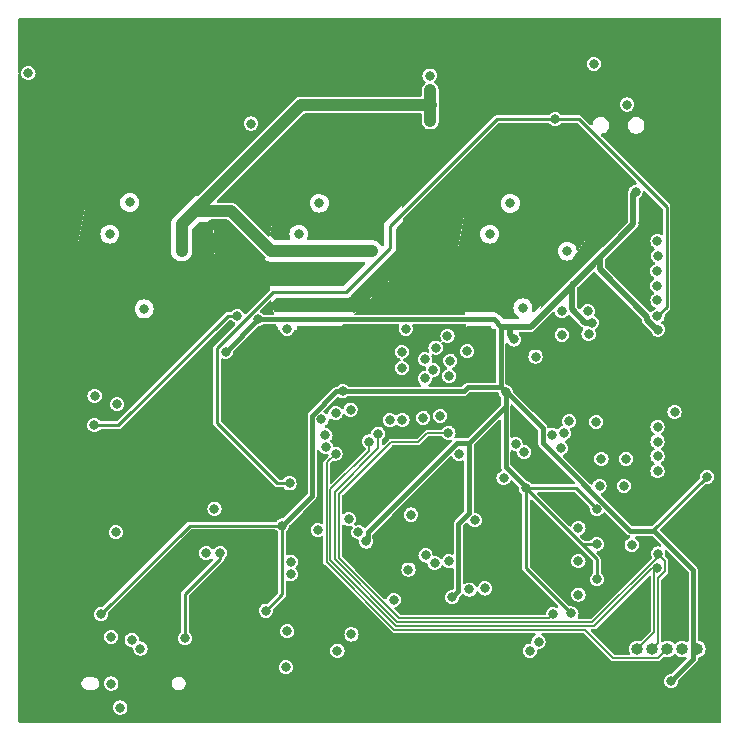
<source format=gbr>
%TF.GenerationSoftware,KiCad,Pcbnew,8.0.2*%
%TF.CreationDate,2025-04-21T15:08:20+02:00*%
%TF.ProjectId,logic,6c6f6769-632e-46b6-9963-61645f706362,rev?*%
%TF.SameCoordinates,Original*%
%TF.FileFunction,Copper,L3,Inr*%
%TF.FilePolarity,Positive*%
%FSLAX46Y46*%
G04 Gerber Fmt 4.6, Leading zero omitted, Abs format (unit mm)*
G04 Created by KiCad (PCBNEW 8.0.2) date 2025-04-21 15:08:20*
%MOMM*%
%LPD*%
G01*
G04 APERTURE LIST*
%TA.AperFunction,ComponentPad*%
%ADD10R,1.000000X1.000000*%
%TD*%
%TA.AperFunction,ComponentPad*%
%ADD11O,1.000000X1.000000*%
%TD*%
%TA.AperFunction,ComponentPad*%
%ADD12C,1.100000*%
%TD*%
%TA.AperFunction,ViaPad*%
%ADD13C,0.800000*%
%TD*%
%TA.AperFunction,Conductor*%
%ADD14C,0.381000*%
%TD*%
%TA.AperFunction,Conductor*%
%ADD15C,0.254000*%
%TD*%
%TA.AperFunction,Conductor*%
%ADD16C,0.500000*%
%TD*%
%TA.AperFunction,Conductor*%
%ADD17C,0.250000*%
%TD*%
%TA.AperFunction,Conductor*%
%ADD18C,1.000000*%
%TD*%
%TA.AperFunction,Conductor*%
%ADD19C,0.127000*%
%TD*%
G04 APERTURE END LIST*
D10*
%TO.N,GND*%
%TO.C,J23*%
X167233600Y-151536400D03*
D11*
%TO.N,nrf_rx*%
X168503600Y-151536400D03*
%TO.N,nrf_tx*%
X169773600Y-151536400D03*
%TO.N,/mcu/NRF_swclk*%
X171043600Y-151536400D03*
%TO.N,/mcu/NRF_swdio*%
X172313600Y-151536400D03*
%TO.N,+3V3*%
X173583600Y-151536400D03*
%TD*%
D12*
%TO.N,GND*%
%TO.C,J2*%
X128327000Y-156605400D03*
X128327000Y-152305400D03*
X123527000Y-156605400D03*
X123527000Y-152305400D03*
%TD*%
D13*
%TO.N,TM*%
X165456700Y-135438300D03*
X162031531Y-134534457D03*
X170211200Y-136469600D03*
%TO.N,H3*%
X170211200Y-135219600D03*
X150502100Y-128625600D03*
X167538400Y-135438300D03*
X165023800Y-132308600D03*
%TO.N,H2*%
X170211200Y-133969600D03*
X168021000Y-142722600D03*
X167356700Y-137713300D03*
X167356700Y-137713300D03*
X151210862Y-127920149D03*
%TO.N,H1*%
X165303200Y-137718800D03*
X151815800Y-131800600D03*
X170211200Y-132719600D03*
%TO.N,+3V3*%
X168351200Y-112826800D03*
X133644600Y-126365000D03*
X165074600Y-145630600D03*
X158064200Y-125323600D03*
X159067200Y-137922000D03*
X143560800Y-129717800D03*
X157353000Y-129794000D03*
X134630995Y-123327995D03*
X170230800Y-124485400D03*
X152819400Y-147142200D03*
X174396400Y-136956800D03*
X145542000Y-142433200D03*
X164640300Y-123901200D03*
X162918200Y-148525000D03*
X171358600Y-154254200D03*
X122529600Y-132588000D03*
X165074600Y-139687000D03*
X165074600Y-142658800D03*
X123085800Y-148590000D03*
X138430000Y-141084600D03*
X137052000Y-148285200D03*
X136390900Y-123618700D03*
%TO.N,/mcu/NRST*%
X149338600Y-140157200D03*
X132695975Y-139655575D03*
%TO.N,/Fet/SENSE_B*%
X150571200Y-143611600D03*
X149123400Y-144805400D03*
%TO.N,/Fet/SENSE_C*%
X147875700Y-147370800D03*
X151334588Y-144257544D03*
X144297400Y-150298800D03*
X143103600Y-151675800D03*
%TO.N,in_2_-*%
X139164403Y-144153400D03*
%TO.N,in_3_-*%
X159394768Y-151679032D03*
%TO.N,+BATT*%
X124349000Y-141655000D03*
X116941600Y-102792700D03*
%TO.N,/Fet/TEMP*%
X154279600Y-146494200D03*
X154736800Y-140639800D03*
X155593967Y-146401945D03*
%TO.N,/Fet/TEMP1*%
X141451200Y-141455000D03*
X144881600Y-141655800D03*
X144060599Y-140547869D03*
X153416000Y-135026400D03*
X158927800Y-134856586D03*
%TO.N,/Fet/TEMP2*%
X159880600Y-126771400D03*
X161289266Y-133400066D03*
%TO.N,+12V*%
X135785800Y-107048000D03*
X162560000Y-117845800D03*
X150952200Y-104216200D03*
X150977600Y-106857800D03*
X146024600Y-117830600D03*
X150916600Y-102980182D03*
X151003000Y-105460800D03*
X164820600Y-101994000D03*
X129921000Y-117820400D03*
X148104400Y-105435400D03*
%TO.N,/Drivers/PHASE_B*%
X141568400Y-113781800D03*
%TO.N,/Drivers/PHASE_A*%
X125526800Y-113731000D03*
%TO.N,+5V*%
X130200400Y-150622000D03*
X161544000Y-106680000D03*
X139054800Y-137515600D03*
X170208200Y-123340600D03*
X133184166Y-143394966D03*
%TO.N,/Drivers/PHASE_C*%
X157747400Y-113807200D03*
%TO.N,/mcu/USBD-*%
X148613600Y-132148932D03*
X124727000Y-156489400D03*
X126431432Y-151501232D03*
%TO.N,/mcu/USBD+*%
X147563600Y-132148932D03*
X125688968Y-150758768D03*
%TO.N,LINE*%
X167640000Y-105435400D03*
X171653200Y-131469600D03*
%TO.N,/Drivers/G_T_A*%
X123841000Y-116407400D03*
%TO.N,/Drivers/G_B_A*%
X126746000Y-122744000D03*
%TO.N,/Drivers/G_T_B*%
X139843000Y-116407400D03*
%TO.N,/Drivers/G_T_C*%
X155997400Y-116407400D03*
%TO.N,/Drivers/G_B_C*%
X158815800Y-122657400D03*
%TO.N,nrf_rx*%
X145808700Y-133972300D03*
X170205400Y-144678400D03*
X142118045Y-134430038D03*
%TO.N,nrf_tx*%
X170230800Y-143459200D03*
X146555124Y-133306826D03*
X142087600Y-133430500D03*
%TO.N,adc1*%
X170208200Y-122013600D03*
X164312600Y-122936000D03*
%TO.N,tx*%
X162099046Y-124923401D03*
X170180000Y-119532400D03*
%TO.N,rx*%
X164377800Y-124876600D03*
X170180000Y-120777000D03*
%TO.N,adc2*%
X162099046Y-122929799D03*
X170256200Y-118237000D03*
X157175200Y-137058400D03*
X162725834Y-132245834D03*
%TO.N,/mcu/ADC_15*%
X170205400Y-117017800D03*
X162281255Y-133273717D03*
%TO.N,/mcu/SWDIO*%
X124460000Y-130806900D03*
X144221200Y-131267200D03*
%TO.N,/mcu/SWCLK*%
X142951200Y-131572000D03*
X122549200Y-130098800D03*
%TO.N,/mcu/NRF_swdio*%
X161366200Y-148586900D03*
X152501600Y-133223000D03*
%TO.N,/mcu/NRF_swclk*%
X142946740Y-134989743D03*
%TO.N,/Drivers/sens supply*%
X152552400Y-144094200D03*
X132003800Y-143408400D03*
%TO.N,/Fet/CURR_FILTER*%
X138734800Y-153085800D03*
X138861800Y-150037800D03*
%TO.N,/Drivers/Tin_B*%
X138861800Y-124431500D03*
X148564600Y-126365000D03*
%TO.N,/Drivers/Bin_C*%
X154101800Y-126314200D03*
X152654000Y-127127000D03*
%TO.N,/Drivers/sensfil*%
X150368000Y-131953000D03*
X163510000Y-141289800D03*
X163510000Y-144109200D03*
X163510000Y-146928600D03*
%TO.N,/Drivers/Bin_B*%
X152577800Y-128422400D03*
X148894800Y-124409200D03*
%TO.N,/Drivers/Tin_C*%
X152424666Y-125019534D03*
X150521134Y-126999266D03*
X148564600Y-127736600D03*
X151421366Y-126022834D03*
%TO.N,in_2_+*%
X139164403Y-145203400D03*
%TO.N,GND*%
X123012200Y-126619000D03*
X127152400Y-115163600D03*
X168122600Y-149453600D03*
X124180600Y-100330000D03*
X155458031Y-144148099D03*
X155752800Y-128574800D03*
X153771600Y-133248400D03*
X151053800Y-109651800D03*
X120319800Y-139420600D03*
X128346200Y-111607600D03*
X168554400Y-125018800D03*
X123139200Y-98653600D03*
X131978400Y-136956800D03*
X142951200Y-114681000D03*
X174904400Y-109804200D03*
X141325600Y-129413000D03*
X137515600Y-111404400D03*
X163423600Y-126415800D03*
X134536034Y-128689693D03*
X121996200Y-148767800D03*
X123164600Y-104927400D03*
X164160200Y-133350000D03*
X155219400Y-142697200D03*
X119354600Y-100152200D03*
X165277800Y-129438400D03*
X133273800Y-104648000D03*
X123215400Y-100152200D03*
X122732800Y-142900400D03*
X130835400Y-98628200D03*
X136779000Y-119862600D03*
X169316400Y-154152600D03*
X141859000Y-120065800D03*
X144678400Y-149047200D03*
X146100800Y-132283200D03*
X159461200Y-105714800D03*
X165938200Y-144246600D03*
X172974000Y-129641600D03*
X148158200Y-109143800D03*
X150825200Y-98501200D03*
X137541000Y-101676200D03*
X155651200Y-104419400D03*
X136652000Y-99491800D03*
X160121600Y-129768600D03*
X172389800Y-113207800D03*
X120548400Y-98602800D03*
X146862800Y-122580400D03*
X147396200Y-137845800D03*
X145719800Y-137693400D03*
X165379400Y-100304600D03*
X150876000Y-114071400D03*
X165201600Y-147370800D03*
X132003800Y-134391400D03*
X141554200Y-99466400D03*
X168960800Y-137566400D03*
X120396000Y-138303000D03*
X173101000Y-115189000D03*
X148539200Y-154330400D03*
X145719800Y-111379000D03*
X131953000Y-98704400D03*
X153263600Y-122529600D03*
X153339800Y-110947200D03*
X151307800Y-145796000D03*
X125349000Y-134137400D03*
X160223200Y-119100600D03*
X169418000Y-125704600D03*
X157022800Y-107746800D03*
X118491000Y-141528800D03*
X152984200Y-104571800D03*
X148945600Y-100863400D03*
X132359400Y-117627400D03*
X164338000Y-99771200D03*
X123317000Y-125069600D03*
X121920000Y-105105200D03*
X136550400Y-142519400D03*
X135494800Y-138884100D03*
X142417800Y-111379000D03*
X152247600Y-116255800D03*
X120472200Y-99949000D03*
X155549600Y-148031200D03*
X137795000Y-122529600D03*
X121716800Y-100076000D03*
X153822400Y-152654000D03*
X124231400Y-120370600D03*
X151511000Y-100330000D03*
X144602200Y-154228800D03*
X118837075Y-134354059D03*
X127965200Y-102717600D03*
X122478800Y-111785400D03*
X153390600Y-121285000D03*
X119657600Y-105575400D03*
X158572200Y-105765600D03*
X154609800Y-104444800D03*
X150418800Y-147421600D03*
X140995400Y-145745200D03*
X139115800Y-156362400D03*
X167309800Y-103962200D03*
X124180600Y-98526600D03*
X171704000Y-147929600D03*
X161264600Y-116332000D03*
X145034000Y-116154200D03*
X121310400Y-123113800D03*
X144957800Y-99466400D03*
X131876800Y-126898400D03*
X158521400Y-107645200D03*
X150037800Y-110718600D03*
X119964200Y-144729200D03*
X117957600Y-105283000D03*
X157454600Y-139725400D03*
X159207200Y-130048000D03*
X150037800Y-122580400D03*
X129641600Y-102692200D03*
X171907200Y-149275800D03*
X161610000Y-144109200D03*
X151714200Y-122529600D03*
X148158200Y-144449800D03*
X157048200Y-147878800D03*
X147980400Y-135204200D03*
X163017200Y-113004600D03*
X145262600Y-130584500D03*
X158369000Y-126898400D03*
X153543000Y-119964200D03*
X118440200Y-100152200D03*
X173355000Y-141706600D03*
X144043400Y-111379000D03*
X140639800Y-111379000D03*
X162610800Y-153238200D03*
X174548800Y-146507200D03*
X128117600Y-104978200D03*
X146634200Y-99466400D03*
X129971800Y-120091200D03*
X144500600Y-122631200D03*
X146888200Y-110540800D03*
X143662400Y-127482600D03*
X149275800Y-133223000D03*
X139446000Y-127025400D03*
X147777200Y-128701800D03*
X125730000Y-120091200D03*
X164744400Y-110769400D03*
X122021600Y-147650200D03*
X128905000Y-126390400D03*
X125526800Y-127279400D03*
X140360400Y-128320800D03*
X156337000Y-120294400D03*
X135890000Y-105003600D03*
X128676400Y-122047000D03*
X169037000Y-146888200D03*
X168351200Y-127533400D03*
X146812000Y-119989600D03*
X169087800Y-140614400D03*
X134340600Y-113182400D03*
X150037800Y-99466400D03*
X152958800Y-108102400D03*
X159969200Y-99847400D03*
X161163000Y-110896400D03*
X143332200Y-99466400D03*
X159258000Y-114808000D03*
X131495800Y-117678200D03*
X136550400Y-144348200D03*
X128549400Y-122961400D03*
X135737600Y-111404400D03*
X148437600Y-122580400D03*
X169011600Y-115468400D03*
X151206200Y-137617200D03*
X119199200Y-125748800D03*
X159893000Y-101676200D03*
X148412200Y-99466400D03*
X128295400Y-107365800D03*
X165862000Y-121869200D03*
X153035000Y-114960400D03*
X149021800Y-101752400D03*
X172389800Y-101015800D03*
X168402000Y-130683000D03*
X126593600Y-136779000D03*
X160934400Y-137109200D03*
X161508433Y-141391367D03*
X119303800Y-112268000D03*
X123139200Y-106248200D03*
X116611400Y-100304600D03*
X152882600Y-137388600D03*
X160223200Y-119126000D03*
X139141200Y-111404400D03*
X153873200Y-124866400D03*
X164820600Y-130327400D03*
X158369000Y-128651000D03*
X140182600Y-157149800D03*
X164791059Y-115210259D03*
X173126400Y-124256800D03*
X137490200Y-109575600D03*
X121513600Y-122047000D03*
X168452800Y-120751600D03*
X147142200Y-145643600D03*
X116738400Y-98729800D03*
X172135800Y-105029000D03*
X174040800Y-139776200D03*
X126746000Y-133400800D03*
X154432000Y-156819600D03*
X138430000Y-99491800D03*
X159308800Y-104724200D03*
X172186600Y-107213400D03*
X154660600Y-113360200D03*
X135229600Y-121843800D03*
X116941600Y-101067700D03*
X141630400Y-154203400D03*
X171653200Y-141478000D03*
X154101800Y-148132800D03*
X153085800Y-105714800D03*
X140055600Y-99491800D03*
X124612400Y-148717000D03*
X157886400Y-120218200D03*
X135128000Y-129895600D03*
X131851400Y-154432000D03*
X157251400Y-105765600D03*
X148996400Y-116052600D03*
X137109200Y-100711000D03*
X149301200Y-135509000D03*
X130022600Y-125780800D03*
X119199200Y-125748800D03*
X144297400Y-119151400D03*
X159462935Y-119480733D03*
X119199200Y-125748800D03*
X124561600Y-136626600D03*
X121970800Y-106095800D03*
X149123400Y-111379000D03*
X173101000Y-127635000D03*
X167563800Y-133934200D03*
X149479000Y-153898600D03*
X166065200Y-124129800D03*
X119659400Y-134569200D03*
X120040400Y-156743400D03*
X155575000Y-101193600D03*
X130632200Y-134315200D03*
X129641600Y-105029000D03*
X128193800Y-118897400D03*
X118516400Y-98806000D03*
X119634000Y-147142200D03*
X172085000Y-146558000D03*
X162179000Y-123926600D03*
X134239000Y-132359400D03*
X160020000Y-146862800D03*
X154889200Y-130225800D03*
X122351800Y-150647400D03*
X144145000Y-142417800D03*
X169189400Y-142417800D03*
X145516600Y-153924000D03*
X119456200Y-136474200D03*
X167817800Y-144348200D03*
X169265600Y-101041200D03*
X165100000Y-141249400D03*
X148691600Y-118262400D03*
X151511000Y-139725400D03*
X120472200Y-112903000D03*
X145415000Y-144018000D03*
X132461000Y-115570000D03*
X167233600Y-102362000D03*
X127152400Y-115163600D03*
X140258800Y-120116600D03*
X165862000Y-121869200D03*
%TO.N,in_3_+*%
X160137232Y-150936568D03*
%TO.N,/IMU/sda*%
X141757400Y-132103500D03*
X158191200Y-134165900D03*
%TO.N,Net-(C100-Pad2)*%
X123952000Y-150495000D03*
X123967000Y-154457400D03*
%TD*%
D14*
%TO.N,+3V3*%
X156333900Y-123618700D02*
X136390900Y-123618700D01*
D15*
X138430000Y-141084600D02*
X138430000Y-146907200D01*
X159067200Y-137922000D02*
X165074600Y-143929400D01*
D16*
X165315900Y-119367300D02*
X169358200Y-123409600D01*
D14*
X169919031Y-141521831D02*
X173228000Y-144830800D01*
X153342900Y-140915764D02*
X154254200Y-140004464D01*
D15*
X133821605Y-123327995D02*
X124561600Y-132588000D01*
D16*
X164075718Y-123901200D02*
X164640300Y-123901200D01*
X168161600Y-113016400D02*
X168351200Y-112826800D01*
D14*
X159067200Y-137832464D02*
X159067200Y-137922000D01*
X157353000Y-130987800D02*
X157353000Y-129794000D01*
D15*
X159067200Y-137922000D02*
X159067200Y-144674000D01*
X159067200Y-137922000D02*
X163829400Y-142684200D01*
D14*
X140966900Y-131776064D02*
X140966900Y-138547700D01*
X153797000Y-129717800D02*
X143560800Y-129717800D01*
X154127200Y-129387600D02*
X153797000Y-129717800D01*
X157353000Y-129794000D02*
X157353000Y-136118264D01*
D15*
X159067200Y-137922000D02*
X163309600Y-137922000D01*
D16*
X165315900Y-118376700D02*
X165315900Y-119367300D01*
D14*
X143025164Y-129717800D02*
X140966900Y-131776064D01*
D17*
X168034938Y-141655800D02*
X169697400Y-141655800D01*
D15*
X159067200Y-144674000D02*
X162918200Y-148525000D01*
D16*
X169358200Y-123409600D02*
X169358200Y-123692682D01*
D14*
X145672100Y-141652364D02*
X145672100Y-142303100D01*
X156946600Y-129387600D02*
X154127200Y-129387600D01*
X157454600Y-129794000D02*
X157353000Y-129794000D01*
D16*
X162949046Y-120743554D02*
X162949046Y-122774528D01*
X157683200Y-124231400D02*
X156946600Y-124231400D01*
D14*
X156946600Y-124231400D02*
X156333900Y-123618700D01*
X173228000Y-152384800D02*
X171358600Y-154254200D01*
X153342900Y-146618700D02*
X153342900Y-140915764D01*
X154254200Y-140004464D02*
X154254200Y-134086600D01*
D16*
X168161600Y-115531000D02*
X168161600Y-113016400D01*
D14*
X152819400Y-147142200D02*
X153342900Y-146618700D01*
D15*
X163309600Y-137922000D02*
X165074600Y-139687000D01*
D16*
X159461200Y-124231400D02*
X157683200Y-124231400D01*
D14*
X136390900Y-123618700D02*
X133644600Y-126365000D01*
D16*
X157683200Y-124942600D02*
X158064200Y-125323600D01*
D14*
X157353000Y-130175000D02*
X157378400Y-130200400D01*
D17*
X169697400Y-141655800D02*
X174396400Y-136956800D01*
D15*
X134630995Y-123327995D02*
X133821605Y-123327995D01*
X138430000Y-146907200D02*
X137052000Y-148285200D01*
D16*
X170150918Y-124485400D02*
X170230800Y-124485400D01*
D15*
X124561600Y-132588000D02*
X122529600Y-132588000D01*
D14*
X153237864Y-134086600D02*
X145672100Y-141652364D01*
D15*
X138430000Y-141084600D02*
X130591200Y-141084600D01*
D16*
X163690300Y-120002300D02*
X162949046Y-120743554D01*
X169358200Y-123692682D02*
X170150918Y-124485400D01*
X162949046Y-122774528D02*
X164075718Y-123901200D01*
D14*
X167900969Y-141521831D02*
X169919031Y-141521831D01*
X154254200Y-134086600D02*
X157353000Y-130987800D01*
X145672100Y-142303100D02*
X145542000Y-142433200D01*
D16*
X157683200Y-124231400D02*
X157683200Y-124942600D01*
X163690300Y-120002300D02*
X168161600Y-115531000D01*
D14*
X157353000Y-129794000D02*
X157353000Y-130175000D01*
D15*
X130591200Y-141084600D02*
X123085800Y-148590000D01*
D16*
X163690300Y-120002300D02*
X159461200Y-124231400D01*
D14*
X160498766Y-134119628D02*
X160498766Y-132838166D01*
X167900969Y-141521831D02*
X160498766Y-134119628D01*
X157353000Y-136118264D02*
X159067200Y-137832464D01*
X140966900Y-138547700D02*
X138430000Y-141084600D01*
D17*
X167900969Y-141521831D02*
X168034938Y-141655800D01*
D14*
X156946600Y-129387600D02*
X157353000Y-129794000D01*
X143560800Y-129717800D02*
X143025164Y-129717800D01*
X154254200Y-134086600D02*
X153237864Y-134086600D01*
X173228000Y-144830800D02*
X173228000Y-152384800D01*
D15*
X165074600Y-143929400D02*
X165074600Y-145630600D01*
X163829400Y-142684200D02*
X165049200Y-142684200D01*
D14*
X156946600Y-124231400D02*
X156946600Y-129387600D01*
D15*
X165049200Y-142684200D02*
X165074600Y-142658800D01*
D14*
X160498766Y-132838166D02*
X157454600Y-129794000D01*
D18*
%TO.N,+12V*%
X129921000Y-115589165D02*
X129921000Y-116941600D01*
X131040165Y-114470000D02*
X134129600Y-114470000D01*
X150952200Y-104216200D02*
X150977600Y-104241600D01*
X150977600Y-104241600D02*
X150977600Y-106839969D01*
X129921000Y-116941600D02*
X129921000Y-117820400D01*
X137490200Y-117830600D02*
X146024600Y-117830600D01*
X129921000Y-115589165D02*
X131040165Y-114470000D01*
X151003000Y-105460800D02*
X140049365Y-105460800D01*
X140049365Y-105460800D02*
X129921000Y-115589165D01*
X150977600Y-106839969D02*
X150968684Y-106848885D01*
X134129600Y-114470000D02*
X137490200Y-117830600D01*
D17*
%TO.N,+5V*%
X143814800Y-121310400D02*
X137673895Y-121310400D01*
X138023600Y-137515600D02*
X139054800Y-137515600D01*
X170981200Y-114101295D02*
X170981200Y-122567600D01*
X156581695Y-106680000D02*
X147574000Y-115687695D01*
X161544000Y-106680000D02*
X156581695Y-106680000D01*
X137673895Y-121310400D02*
X132919600Y-126064695D01*
D15*
X130200400Y-146862800D02*
X130200400Y-150622000D01*
D17*
X132919600Y-126064695D02*
X132919600Y-132411600D01*
D15*
X133184166Y-143879034D02*
X130200400Y-146862800D01*
X133184166Y-143394966D02*
X133184166Y-143879034D01*
D17*
X147574000Y-115687695D02*
X147574000Y-117551200D01*
X147574000Y-117551200D02*
X143814800Y-121310400D01*
X132919600Y-132411600D02*
X138023600Y-137515600D01*
X163559905Y-106680000D02*
X170981200Y-114101295D01*
X170981200Y-122567600D02*
X170208200Y-123340600D01*
X161544000Y-106680000D02*
X163559905Y-106680000D01*
D19*
%TO.N,nrf_rx*%
X142519400Y-144038152D02*
X148058648Y-149577400D01*
X148058648Y-149577400D02*
X164874600Y-149577400D01*
X169926000Y-150114000D02*
X169926000Y-144957800D01*
X145808700Y-134734300D02*
X142519400Y-138023600D01*
X168503600Y-151536400D02*
X169926000Y-150114000D01*
X169926000Y-144957800D02*
X170205400Y-144678400D01*
X169773600Y-144678400D02*
X170205400Y-144678400D01*
X164874600Y-149577400D02*
X169773600Y-144678400D01*
X145808700Y-133972300D02*
X145808700Y-134734300D01*
X142519400Y-138023600D02*
X142519400Y-144038152D01*
%TO.N,nrf_tx*%
X142900400Y-143956704D02*
X148194096Y-149250400D01*
X170868900Y-144953231D02*
X170868900Y-144097300D01*
X146586500Y-133338202D02*
X146586500Y-134515300D01*
X142900400Y-138201400D02*
X142900400Y-143956704D01*
X164695069Y-149250400D02*
X170230800Y-143714669D01*
X170256200Y-145565931D02*
X170868900Y-144953231D01*
X146555124Y-133306826D02*
X146586500Y-133338202D01*
X170230800Y-143714669D02*
X170230800Y-143459200D01*
X146586500Y-134515300D02*
X142900400Y-138201400D01*
X148194096Y-149250400D02*
X164695069Y-149250400D01*
X169773600Y-151536400D02*
X170256200Y-151053800D01*
X170868900Y-144097300D02*
X170230800Y-143459200D01*
X170256200Y-151053800D02*
X170256200Y-145565931D01*
%TO.N,/mcu/NRF_swdio*%
X143241096Y-143825296D02*
X148339200Y-148923400D01*
X143241096Y-138419504D02*
X143241096Y-143825296D01*
X150723600Y-133223000D02*
X149910800Y-134035800D01*
X147624800Y-134035800D02*
X143241096Y-138419504D01*
X152501600Y-133223000D02*
X150723600Y-133223000D01*
X148339200Y-148923400D02*
X161029700Y-148923400D01*
X149910800Y-134035800D02*
X147624800Y-134035800D01*
X161029700Y-148923400D02*
X161366200Y-148586900D01*
%TO.N,/mcu/NRF_swclk*%
X142192400Y-135744083D02*
X142192400Y-144173600D01*
X166470100Y-152299900D02*
X170280100Y-152299900D01*
X147929600Y-149910800D02*
X164081000Y-149910800D01*
X142192400Y-144173600D02*
X147929600Y-149910800D01*
X142946740Y-134989743D02*
X142192400Y-135744083D01*
X170280100Y-152299900D02*
X171043600Y-151536400D01*
X164081000Y-149910800D02*
X166470100Y-152299900D01*
%TD*%
%TA.AperFunction,Conductor*%
%TO.N,GND*%
G36*
X127254000Y-112496600D02*
G01*
X131123229Y-113113433D01*
X129221537Y-115015126D01*
X129202222Y-115044035D01*
X129122985Y-115162620D01*
X129089046Y-115244558D01*
X129055106Y-115326494D01*
X129055103Y-115326506D01*
X129020500Y-115500468D01*
X129020500Y-117909095D01*
X129055103Y-118083058D01*
X129055106Y-118083067D01*
X129122983Y-118246940D01*
X129122990Y-118246953D01*
X129221535Y-118394434D01*
X129221538Y-118394438D01*
X129346961Y-118519861D01*
X129346965Y-118519864D01*
X129494446Y-118618409D01*
X129494459Y-118618416D01*
X129617363Y-118669323D01*
X129658334Y-118686294D01*
X129658336Y-118686294D01*
X129658341Y-118686296D01*
X129832304Y-118720899D01*
X129832307Y-118720900D01*
X129832309Y-118720900D01*
X130009693Y-118720900D01*
X130009694Y-118720899D01*
X130067682Y-118709364D01*
X130183658Y-118686296D01*
X130183661Y-118686294D01*
X130183666Y-118686294D01*
X130347547Y-118618413D01*
X130495035Y-118519864D01*
X130620464Y-118394435D01*
X130719013Y-118246947D01*
X130786894Y-118083066D01*
X130821500Y-117909091D01*
X130821500Y-116852909D01*
X130821500Y-116013527D01*
X130841185Y-115946488D01*
X130857819Y-115925846D01*
X131376846Y-115406819D01*
X131438169Y-115373334D01*
X131464527Y-115370500D01*
X132595459Y-115370500D01*
X132740400Y-118897400D01*
X127762000Y-124307600D01*
X125476000Y-124307600D01*
X125450600Y-124307600D01*
X121869200Y-124307600D01*
X121604182Y-122743996D01*
X125940435Y-122743996D01*
X125940435Y-122744003D01*
X125960630Y-122923249D01*
X125960631Y-122923254D01*
X126020211Y-123093523D01*
X126116184Y-123246262D01*
X126243738Y-123373816D01*
X126396478Y-123469789D01*
X126566745Y-123529368D01*
X126566750Y-123529369D01*
X126745996Y-123549565D01*
X126746000Y-123549565D01*
X126746004Y-123549565D01*
X126925249Y-123529369D01*
X126925252Y-123529368D01*
X126925255Y-123529368D01*
X127095522Y-123469789D01*
X127248262Y-123373816D01*
X127375816Y-123246262D01*
X127471789Y-123093522D01*
X127531368Y-122923255D01*
X127533325Y-122905889D01*
X127551565Y-122744003D01*
X127551565Y-122743996D01*
X127531369Y-122564750D01*
X127531368Y-122564745D01*
X127471788Y-122394476D01*
X127375815Y-122241737D01*
X127248262Y-122114184D01*
X127095523Y-122018211D01*
X126925254Y-121958631D01*
X126925249Y-121958630D01*
X126746004Y-121938435D01*
X126745996Y-121938435D01*
X126566750Y-121958630D01*
X126566745Y-121958631D01*
X126396476Y-122018211D01*
X126243737Y-122114184D01*
X126116184Y-122241737D01*
X126020211Y-122394476D01*
X125960631Y-122564745D01*
X125960630Y-122564750D01*
X125940435Y-122743996D01*
X121604182Y-122743996D01*
X121361200Y-121310400D01*
X120929400Y-118364000D01*
X121299246Y-116407396D01*
X123035435Y-116407396D01*
X123035435Y-116407403D01*
X123055630Y-116586649D01*
X123055631Y-116586654D01*
X123115211Y-116756923D01*
X123211184Y-116909662D01*
X123338738Y-117037216D01*
X123491478Y-117133189D01*
X123661745Y-117192768D01*
X123661750Y-117192769D01*
X123840996Y-117212965D01*
X123841000Y-117212965D01*
X123841004Y-117212965D01*
X124020249Y-117192769D01*
X124020252Y-117192768D01*
X124020255Y-117192768D01*
X124190522Y-117133189D01*
X124343262Y-117037216D01*
X124470816Y-116909662D01*
X124566789Y-116756922D01*
X124626368Y-116586655D01*
X124646565Y-116407400D01*
X124626368Y-116228145D01*
X124566789Y-116057878D01*
X124470816Y-115905138D01*
X124343262Y-115777584D01*
X124190523Y-115681611D01*
X124020254Y-115622031D01*
X124020249Y-115622030D01*
X123841004Y-115601835D01*
X123840996Y-115601835D01*
X123661750Y-115622030D01*
X123661745Y-115622031D01*
X123491476Y-115681611D01*
X123338737Y-115777584D01*
X123211184Y-115905137D01*
X123115211Y-116057876D01*
X123055631Y-116228145D01*
X123055630Y-116228150D01*
X123035435Y-116407396D01*
X121299246Y-116407396D01*
X121716800Y-114198400D01*
X122305608Y-113730996D01*
X124721235Y-113730996D01*
X124721235Y-113731003D01*
X124741430Y-113910249D01*
X124741431Y-113910254D01*
X124801011Y-114080523D01*
X124875079Y-114198400D01*
X124896984Y-114233262D01*
X125024538Y-114360816D01*
X125177278Y-114456789D01*
X125347545Y-114516368D01*
X125347550Y-114516369D01*
X125526796Y-114536565D01*
X125526800Y-114536565D01*
X125526804Y-114536565D01*
X125706049Y-114516369D01*
X125706052Y-114516368D01*
X125706055Y-114516368D01*
X125876322Y-114456789D01*
X126029062Y-114360816D01*
X126156616Y-114233262D01*
X126252589Y-114080522D01*
X126312168Y-113910255D01*
X126313778Y-113895965D01*
X126332365Y-113731003D01*
X126332365Y-113730996D01*
X126312169Y-113551750D01*
X126312168Y-113551745D01*
X126252588Y-113381476D01*
X126156615Y-113228737D01*
X126029062Y-113101184D01*
X125876323Y-113005211D01*
X125706054Y-112945631D01*
X125706049Y-112945630D01*
X125526804Y-112925435D01*
X125526796Y-112925435D01*
X125347550Y-112945630D01*
X125347545Y-112945631D01*
X125177276Y-113005211D01*
X125024537Y-113101184D01*
X124896984Y-113228737D01*
X124801011Y-113381476D01*
X124741431Y-113551745D01*
X124741430Y-113551750D01*
X124721235Y-113730996D01*
X122305608Y-113730996D01*
X124180600Y-112242600D01*
X127254000Y-112496600D01*
G37*
%TD.AperFunction*%
%TD*%
%TA.AperFunction,Conductor*%
%TO.N,GND*%
G36*
X156104777Y-124229385D02*
G01*
X156125419Y-124246019D01*
X156314000Y-124434600D01*
X154101800Y-124434600D01*
X154063681Y-124209700D01*
X156037738Y-124209700D01*
X156104777Y-124229385D01*
G37*
%TD.AperFunction*%
%TA.AperFunction,Conductor*%
G36*
X164744400Y-113461800D02*
G01*
X164261800Y-116713000D01*
X163336606Y-118050094D01*
X163345367Y-118025059D01*
X163345369Y-118025049D01*
X163365565Y-117845803D01*
X163365565Y-117845796D01*
X163345369Y-117666550D01*
X163345368Y-117666545D01*
X163285788Y-117496276D01*
X163189815Y-117343537D01*
X163062262Y-117215984D01*
X162909523Y-117120011D01*
X162739254Y-117060431D01*
X162739249Y-117060430D01*
X162560004Y-117040235D01*
X162559996Y-117040235D01*
X162380750Y-117060430D01*
X162380745Y-117060431D01*
X162210476Y-117120011D01*
X162057737Y-117215984D01*
X161930184Y-117343537D01*
X161834211Y-117496276D01*
X161774631Y-117666545D01*
X161774630Y-117666550D01*
X161754435Y-117845796D01*
X161754435Y-117845803D01*
X161774630Y-118025049D01*
X161774631Y-118025054D01*
X161834211Y-118195323D01*
X161930184Y-118348062D01*
X162057738Y-118475616D01*
X162210478Y-118571589D01*
X162380745Y-118631168D01*
X162380750Y-118631169D01*
X162559996Y-118651365D01*
X162560000Y-118651365D01*
X162560004Y-118651365D01*
X162739249Y-118631169D01*
X162739252Y-118631168D01*
X162739255Y-118631168D01*
X162909522Y-118571589D01*
X163026714Y-118497951D01*
X160553400Y-122072400D01*
X160460651Y-122312000D01*
X159805098Y-122967554D01*
X159743775Y-123001039D01*
X159674083Y-122996055D01*
X159618150Y-122954183D01*
X159593733Y-122888719D01*
X159599769Y-122843481D01*
X159599618Y-122843447D01*
X159599993Y-122841801D01*
X159600379Y-122838908D01*
X159601168Y-122836655D01*
X159621365Y-122657400D01*
X159613374Y-122586478D01*
X159601169Y-122478150D01*
X159601168Y-122478145D01*
X159541588Y-122307876D01*
X159445615Y-122155137D01*
X159318062Y-122027584D01*
X159165323Y-121931611D01*
X158995054Y-121872031D01*
X158995049Y-121872030D01*
X158815804Y-121851835D01*
X158815796Y-121851835D01*
X158636550Y-121872030D01*
X158636545Y-121872031D01*
X158466276Y-121931611D01*
X158313537Y-122027584D01*
X158185984Y-122155137D01*
X158090011Y-122307876D01*
X158030431Y-122478145D01*
X158030430Y-122478150D01*
X158010235Y-122657396D01*
X158010235Y-122657403D01*
X158030430Y-122836649D01*
X158030431Y-122836654D01*
X158090011Y-123006923D01*
X158149421Y-123101473D01*
X158185984Y-123159662D01*
X158313538Y-123287216D01*
X158372512Y-123324272D01*
X158416491Y-123351906D01*
X158462782Y-123404241D01*
X158473430Y-123473295D01*
X158445055Y-123537143D01*
X158386665Y-123575515D01*
X158350519Y-123580900D01*
X157183262Y-123580900D01*
X157116223Y-123561215D01*
X157095581Y-123544581D01*
X156813888Y-123262888D01*
X156813886Y-123262885D01*
X156696785Y-123145784D01*
X156696783Y-123145782D01*
X156562018Y-123067975D01*
X156411706Y-123027699D01*
X156256094Y-123027699D01*
X156248498Y-123027699D01*
X156248482Y-123027700D01*
X153863342Y-123027700D01*
X153593800Y-121437400D01*
X153162000Y-118491000D01*
X153555852Y-116407396D01*
X155191835Y-116407396D01*
X155191835Y-116407403D01*
X155212030Y-116586649D01*
X155212031Y-116586654D01*
X155271611Y-116756923D01*
X155367584Y-116909662D01*
X155495138Y-117037216D01*
X155647878Y-117133189D01*
X155818145Y-117192768D01*
X155818150Y-117192769D01*
X155997396Y-117212965D01*
X155997400Y-117212965D01*
X155997404Y-117212965D01*
X156176649Y-117192769D01*
X156176652Y-117192768D01*
X156176655Y-117192768D01*
X156346922Y-117133189D01*
X156499662Y-117037216D01*
X156627216Y-116909662D01*
X156723189Y-116756922D01*
X156782768Y-116586655D01*
X156802965Y-116407400D01*
X156782768Y-116228145D01*
X156723189Y-116057878D01*
X156627216Y-115905138D01*
X156499662Y-115777584D01*
X156409202Y-115720744D01*
X156346923Y-115681611D01*
X156176654Y-115622031D01*
X156176649Y-115622030D01*
X155997404Y-115601835D01*
X155997396Y-115601835D01*
X155818150Y-115622030D01*
X155818145Y-115622031D01*
X155647876Y-115681611D01*
X155495137Y-115777584D01*
X155367584Y-115905137D01*
X155271611Y-116057876D01*
X155212031Y-116228145D01*
X155212030Y-116228150D01*
X155191835Y-116407396D01*
X153555852Y-116407396D01*
X153949400Y-114325400D01*
X154745899Y-113807196D01*
X156941835Y-113807196D01*
X156941835Y-113807203D01*
X156962030Y-113986449D01*
X156962031Y-113986454D01*
X157021611Y-114156723D01*
X157030254Y-114170478D01*
X157117584Y-114309462D01*
X157245138Y-114437016D01*
X157397878Y-114532989D01*
X157563615Y-114590983D01*
X157568145Y-114592568D01*
X157568150Y-114592569D01*
X157747396Y-114612765D01*
X157747400Y-114612765D01*
X157747404Y-114612765D01*
X157926649Y-114592569D01*
X157926652Y-114592568D01*
X157926655Y-114592568D01*
X158096922Y-114532989D01*
X158249662Y-114437016D01*
X158377216Y-114309462D01*
X158473189Y-114156722D01*
X158532768Y-113986455D01*
X158552965Y-113807200D01*
X158532768Y-113627945D01*
X158473189Y-113457678D01*
X158377216Y-113304938D01*
X158249662Y-113177384D01*
X158096923Y-113081411D01*
X157926654Y-113021831D01*
X157926649Y-113021830D01*
X157747404Y-113001635D01*
X157747396Y-113001635D01*
X157568150Y-113021830D01*
X157568145Y-113021831D01*
X157397876Y-113081411D01*
X157245137Y-113177384D01*
X157117584Y-113304937D01*
X157021611Y-113457676D01*
X156962031Y-113627945D01*
X156962030Y-113627950D01*
X156941835Y-113807196D01*
X154745899Y-113807196D01*
X156057600Y-112953800D01*
X159461200Y-112877600D01*
X164744400Y-113461800D01*
G37*
%TD.AperFunction*%
%TD*%
%TA.AperFunction,Conductor*%
%TO.N,GND*%
G36*
X143103600Y-124510800D02*
G01*
X141554200Y-124561600D01*
X139657222Y-124521523D01*
X139667365Y-124431503D01*
X139667365Y-124431497D01*
X139657910Y-124347584D01*
X139669964Y-124278762D01*
X139717313Y-124227382D01*
X139781130Y-124209700D01*
X143420177Y-124209700D01*
X143103600Y-124510800D01*
G37*
%TD.AperFunction*%
%TA.AperFunction,Conductor*%
G36*
X138009509Y-124229385D02*
G01*
X138055264Y-124282189D01*
X138065690Y-124347584D01*
X138056235Y-124431497D01*
X138056235Y-124431504D01*
X138062581Y-124487833D01*
X137947400Y-124485400D01*
X137900671Y-124209700D01*
X137942470Y-124209700D01*
X138009509Y-124229385D01*
G37*
%TD.AperFunction*%
%TA.AperFunction,Conductor*%
G36*
X148818600Y-119075200D02*
G01*
X144662934Y-123027700D01*
X137700332Y-123027700D01*
X137555322Y-122172141D01*
X137855245Y-121872219D01*
X137916568Y-121838734D01*
X137942926Y-121835900D01*
X143738005Y-121835900D01*
X143738021Y-121835901D01*
X143745617Y-121835901D01*
X143883981Y-121835901D01*
X143883983Y-121835901D01*
X143954255Y-121817071D01*
X143989392Y-121807656D01*
X143989393Y-121807655D01*
X144017636Y-121800088D01*
X144137465Y-121730905D01*
X144235305Y-121633065D01*
X144235305Y-121633063D01*
X144245509Y-121622860D01*
X144245512Y-121622855D01*
X147994505Y-117873865D01*
X148063689Y-117754035D01*
X148099501Y-117620383D01*
X148099501Y-117482016D01*
X148099501Y-117474421D01*
X148099500Y-117474403D01*
X148099500Y-115956725D01*
X148119185Y-115889686D01*
X148135814Y-115869049D01*
X148665089Y-115339774D01*
X148818600Y-119075200D01*
G37*
%TD.AperFunction*%
%TA.AperFunction,Conductor*%
G36*
X137063653Y-118628613D02*
G01*
X137145593Y-118662553D01*
X137227534Y-118696495D01*
X137401503Y-118731099D01*
X137401507Y-118731100D01*
X137401508Y-118731100D01*
X137401509Y-118731100D01*
X145351568Y-118731100D01*
X145418607Y-118750785D01*
X145464362Y-118803589D01*
X145474306Y-118872747D01*
X145445281Y-118936303D01*
X145439249Y-118942781D01*
X143633450Y-120748581D01*
X143572127Y-120782066D01*
X143545769Y-120784900D01*
X137604711Y-120784900D01*
X137537884Y-120802805D01*
X137537885Y-120802806D01*
X137471057Y-120820712D01*
X137471056Y-120820713D01*
X137351679Y-120889634D01*
X137015618Y-118596517D01*
X137063653Y-118628613D01*
G37*
%TD.AperFunction*%
%TA.AperFunction,Conductor*%
G36*
X141266522Y-113039337D02*
G01*
X141218879Y-113056009D01*
X141066137Y-113151984D01*
X140938584Y-113279537D01*
X140842611Y-113432276D01*
X140783031Y-113602545D01*
X140783030Y-113602550D01*
X140762835Y-113781796D01*
X140762835Y-113781803D01*
X140783030Y-113961049D01*
X140783031Y-113961054D01*
X140842611Y-114131323D01*
X140938584Y-114284062D01*
X141066138Y-114411616D01*
X141218878Y-114507589D01*
X141364922Y-114558692D01*
X141389145Y-114567168D01*
X141389150Y-114567169D01*
X141568396Y-114587365D01*
X141568400Y-114587365D01*
X141568404Y-114587365D01*
X141747649Y-114567169D01*
X141747652Y-114567168D01*
X141747655Y-114567168D01*
X141917922Y-114507589D01*
X142070662Y-114411616D01*
X142198216Y-114284062D01*
X142294189Y-114131322D01*
X142353768Y-113961055D01*
X142353769Y-113961049D01*
X142373965Y-113781803D01*
X142373965Y-113781796D01*
X142353769Y-113602550D01*
X142353768Y-113602545D01*
X142294188Y-113432276D01*
X142198215Y-113279537D01*
X142070662Y-113151984D01*
X141917920Y-113056009D01*
X141882330Y-113043555D01*
X143611600Y-113055400D01*
X148590000Y-113512600D01*
X148606418Y-113912105D01*
X147251337Y-115267188D01*
X147153496Y-115365028D01*
X147153492Y-115365033D01*
X147084311Y-115484858D01*
X147084312Y-115484858D01*
X147084312Y-115484860D01*
X147048499Y-115618513D01*
X147048499Y-115766867D01*
X147048500Y-115766880D01*
X147048500Y-117282167D01*
X147028815Y-117349206D01*
X147012181Y-117369848D01*
X146991683Y-117390346D01*
X146930360Y-117423831D01*
X146860668Y-117418847D01*
X146804735Y-117376975D01*
X146800900Y-117371556D01*
X146724064Y-117256565D01*
X146724061Y-117256561D01*
X146598638Y-117131138D01*
X146598634Y-117131135D01*
X146451153Y-117032590D01*
X146451140Y-117032583D01*
X146287267Y-116964706D01*
X146287258Y-116964703D01*
X146113294Y-116930100D01*
X146113291Y-116930100D01*
X140682736Y-116930100D01*
X140615697Y-116910415D01*
X140569942Y-116857611D01*
X140559998Y-116788453D01*
X140567498Y-116763848D01*
X140566489Y-116763495D01*
X140628368Y-116586654D01*
X140628369Y-116586649D01*
X140648565Y-116407403D01*
X140648565Y-116407396D01*
X140628369Y-116228150D01*
X140628368Y-116228145D01*
X140568788Y-116057876D01*
X140472815Y-115905137D01*
X140345262Y-115777584D01*
X140192523Y-115681611D01*
X140022254Y-115622031D01*
X140022249Y-115622030D01*
X139843004Y-115601835D01*
X139842996Y-115601835D01*
X139663750Y-115622030D01*
X139663745Y-115622031D01*
X139493476Y-115681611D01*
X139340737Y-115777584D01*
X139213184Y-115905137D01*
X139117211Y-116057876D01*
X139057631Y-116228145D01*
X139057630Y-116228150D01*
X139037435Y-116407396D01*
X139037435Y-116407403D01*
X139057630Y-116586649D01*
X139057631Y-116586654D01*
X139119511Y-116763495D01*
X139116970Y-116764384D01*
X139126339Y-116821215D01*
X139098630Y-116885355D01*
X139040642Y-116924332D01*
X139003264Y-116930100D01*
X137914562Y-116930100D01*
X137847523Y-116910415D01*
X137826881Y-116893781D01*
X137399837Y-116466737D01*
X137795000Y-114376200D01*
X139903200Y-113030000D01*
X141266522Y-113039337D01*
G37*
%TD.AperFunction*%
%TD*%
%TA.AperFunction,Conductor*%
%TO.N,GND*%
G36*
X169581334Y-145346532D02*
G01*
X169637267Y-145388404D01*
X169661684Y-145453868D01*
X169662000Y-145462714D01*
X169662000Y-149953285D01*
X169642315Y-150020324D01*
X169625681Y-150040966D01*
X168832329Y-150834317D01*
X168771006Y-150867802D01*
X168714974Y-150867033D01*
X168588657Y-150835900D01*
X168588656Y-150835900D01*
X168418544Y-150835900D01*
X168253373Y-150876610D01*
X168102750Y-150955663D01*
X167975416Y-151068472D01*
X167878782Y-151208468D01*
X167818460Y-151367525D01*
X167818459Y-151367530D01*
X167797955Y-151536400D01*
X167818459Y-151705269D01*
X167818459Y-151705271D01*
X167818460Y-151705272D01*
X167866734Y-151832562D01*
X167880147Y-151867929D01*
X167885514Y-151937593D01*
X167852366Y-151999099D01*
X167791228Y-152032920D01*
X167764205Y-152035900D01*
X166630815Y-152035900D01*
X166563776Y-152016215D01*
X166543134Y-151999581D01*
X165593834Y-151050281D01*
X164596632Y-150053080D01*
X164563148Y-149991758D01*
X164568132Y-149922066D01*
X164610004Y-149866133D01*
X164675468Y-149841716D01*
X164684314Y-149841400D01*
X164927112Y-149841400D01*
X164927113Y-149841400D01*
X165024144Y-149801208D01*
X169450319Y-145375033D01*
X169511642Y-145341548D01*
X169581334Y-145346532D01*
G37*
%TD.AperFunction*%
%TA.AperFunction,Conductor*%
G36*
X170988476Y-143153880D02*
G01*
X171021979Y-143177737D01*
X172800681Y-144956439D01*
X172834166Y-145017762D01*
X172837000Y-145044120D01*
X172837000Y-150814862D01*
X172817315Y-150881901D01*
X172764511Y-150927656D01*
X172695353Y-150937600D01*
X172655374Y-150924659D01*
X172563823Y-150876609D01*
X172398656Y-150835900D01*
X172228544Y-150835900D01*
X172063373Y-150876610D01*
X171912750Y-150955663D01*
X171785415Y-151068472D01*
X171780649Y-151075378D01*
X171726366Y-151119368D01*
X171656917Y-151127027D01*
X171594353Y-151095923D01*
X171576551Y-151075378D01*
X171571784Y-151068472D01*
X171444449Y-150955663D01*
X171293826Y-150876610D01*
X171128656Y-150835900D01*
X170958544Y-150835900D01*
X170793376Y-150876609D01*
X170701826Y-150924659D01*
X170633317Y-150938384D01*
X170568264Y-150912891D01*
X170527320Y-150856275D01*
X170520200Y-150814862D01*
X170520200Y-145726645D01*
X170539885Y-145659606D01*
X170556519Y-145638964D01*
X170805040Y-145390443D01*
X171092709Y-145102775D01*
X171132900Y-145005743D01*
X171132900Y-144900718D01*
X171132900Y-144044787D01*
X171118166Y-144009217D01*
X171118166Y-144009215D01*
X171092711Y-143947761D01*
X171092709Y-143947756D01*
X170852693Y-143707740D01*
X170819208Y-143646417D01*
X170817435Y-143603876D01*
X170836482Y-143459200D01*
X170815844Y-143302438D01*
X170815840Y-143302430D01*
X170814524Y-143297515D01*
X170816185Y-143227665D01*
X170855346Y-143169802D01*
X170919573Y-143142295D01*
X170988476Y-143153880D01*
G37*
%TD.AperFunction*%
%TA.AperFunction,Conductor*%
G36*
X163189622Y-138269185D02*
G01*
X163210264Y-138285819D01*
X164442259Y-139517814D01*
X164475744Y-139579137D01*
X164477517Y-139621680D01*
X164468918Y-139686998D01*
X164468918Y-139687001D01*
X164489555Y-139843760D01*
X164489556Y-139843762D01*
X164538873Y-139962825D01*
X164550064Y-139989841D01*
X164646318Y-140115282D01*
X164771759Y-140211536D01*
X164917838Y-140272044D01*
X164996219Y-140282363D01*
X165074599Y-140292682D01*
X165074600Y-140292682D01*
X165074601Y-140292682D01*
X165126854Y-140285802D01*
X165231362Y-140272044D01*
X165377441Y-140211536D01*
X165502882Y-140115282D01*
X165599136Y-139989841D01*
X165599136Y-139989839D01*
X165604084Y-139983392D01*
X165605733Y-139984657D01*
X165648262Y-139944088D01*
X165716865Y-139930849D01*
X165781736Y-139956801D01*
X165792789Y-139966609D01*
X167660889Y-141834709D01*
X167750048Y-141886185D01*
X167796640Y-141898669D01*
X167827158Y-141913722D01*
X167828037Y-141912201D01*
X167852671Y-141926423D01*
X167900887Y-141976989D01*
X167914111Y-142045596D01*
X167888144Y-142110461D01*
X167838125Y-142148372D01*
X167718160Y-142198063D01*
X167592718Y-142294318D01*
X167496463Y-142419760D01*
X167435956Y-142565837D01*
X167435955Y-142565839D01*
X167415318Y-142722598D01*
X167415318Y-142722601D01*
X167435955Y-142879360D01*
X167435956Y-142879362D01*
X167477690Y-142980118D01*
X167496464Y-143025441D01*
X167592718Y-143150882D01*
X167718159Y-143247136D01*
X167864238Y-143307644D01*
X167942619Y-143317963D01*
X168020999Y-143328282D01*
X168021000Y-143328282D01*
X168021001Y-143328282D01*
X168073254Y-143321402D01*
X168177762Y-143307644D01*
X168323841Y-143247136D01*
X168449282Y-143150882D01*
X168545536Y-143025441D01*
X168606044Y-142879362D01*
X168619802Y-142774854D01*
X168626682Y-142722601D01*
X168626682Y-142722598D01*
X168606044Y-142565839D01*
X168606044Y-142565838D01*
X168545536Y-142419759D01*
X168449282Y-142294318D01*
X168331153Y-142203674D01*
X168289952Y-142147248D01*
X168285797Y-142077502D01*
X168320009Y-142016581D01*
X168381727Y-141983829D01*
X168406641Y-141981300D01*
X169740252Y-141981300D01*
X169740253Y-141981300D01*
X169740253Y-141981299D01*
X169748310Y-141980239D01*
X169748548Y-141982048D01*
X169808212Y-141983467D01*
X169858141Y-142013899D01*
X170512262Y-142668020D01*
X170545747Y-142729343D01*
X170540763Y-142799035D01*
X170498891Y-142854968D01*
X170433427Y-142879385D01*
X170392490Y-142875477D01*
X170387558Y-142874155D01*
X170230801Y-142853518D01*
X170230799Y-142853518D01*
X170074039Y-142874155D01*
X170074037Y-142874156D01*
X169927960Y-142934663D01*
X169802518Y-143030918D01*
X169706263Y-143156360D01*
X169645756Y-143302437D01*
X169645755Y-143302439D01*
X169625118Y-143459198D01*
X169625118Y-143459201D01*
X169645755Y-143615960D01*
X169645756Y-143615962D01*
X169704962Y-143758898D01*
X169712431Y-143828368D01*
X169681156Y-143890847D01*
X169678082Y-143894032D01*
X164622036Y-148950081D01*
X164560713Y-148983566D01*
X164534355Y-148986400D01*
X163562638Y-148986400D01*
X163495599Y-148966715D01*
X163449844Y-148913911D01*
X163439900Y-148844753D01*
X163448077Y-148814948D01*
X163490105Y-148713482D01*
X163503244Y-148681762D01*
X163523882Y-148525000D01*
X163511801Y-148433239D01*
X163503244Y-148368239D01*
X163503244Y-148368238D01*
X163442736Y-148222159D01*
X163346482Y-148096718D01*
X163221041Y-148000464D01*
X163163143Y-147976482D01*
X163074962Y-147939956D01*
X163074960Y-147939955D01*
X162918201Y-147919318D01*
X162918199Y-147919318D01*
X162852880Y-147927917D01*
X162783844Y-147917151D01*
X162749014Y-147892659D01*
X161784953Y-146928598D01*
X162904318Y-146928598D01*
X162904318Y-146928601D01*
X162924955Y-147085360D01*
X162924956Y-147085362D01*
X162948499Y-147142201D01*
X162985464Y-147231441D01*
X163081718Y-147356882D01*
X163207159Y-147453136D01*
X163353238Y-147513644D01*
X163431619Y-147523963D01*
X163509999Y-147534282D01*
X163510000Y-147534282D01*
X163510001Y-147534282D01*
X163562254Y-147527402D01*
X163666762Y-147513644D01*
X163812841Y-147453136D01*
X163938282Y-147356882D01*
X164034536Y-147231441D01*
X164095044Y-147085362D01*
X164115682Y-146928600D01*
X164114876Y-146922481D01*
X164095044Y-146771839D01*
X164095044Y-146771838D01*
X164034536Y-146625759D01*
X163938282Y-146500318D01*
X163812841Y-146404064D01*
X163807725Y-146401945D01*
X163666762Y-146343556D01*
X163666760Y-146343555D01*
X163510001Y-146322918D01*
X163509999Y-146322918D01*
X163353239Y-146343555D01*
X163353237Y-146343556D01*
X163207160Y-146404063D01*
X163081718Y-146500318D01*
X162985463Y-146625760D01*
X162924956Y-146771837D01*
X162924955Y-146771839D01*
X162904318Y-146928598D01*
X161784953Y-146928598D01*
X159431019Y-144574664D01*
X159397534Y-144513341D01*
X159394700Y-144486983D01*
X159394700Y-144109198D01*
X162904318Y-144109198D01*
X162904318Y-144109201D01*
X162924955Y-144265960D01*
X162924956Y-144265962D01*
X162985464Y-144412041D01*
X163081718Y-144537482D01*
X163207159Y-144633736D01*
X163353238Y-144694244D01*
X163431619Y-144704563D01*
X163509999Y-144714882D01*
X163510000Y-144714882D01*
X163510001Y-144714882D01*
X163562254Y-144708002D01*
X163666762Y-144694244D01*
X163812841Y-144633736D01*
X163938282Y-144537482D01*
X164034536Y-144412041D01*
X164095044Y-144265962D01*
X164115682Y-144109200D01*
X164111502Y-144077453D01*
X164100863Y-143996637D01*
X164095044Y-143952438D01*
X164034536Y-143806359D01*
X163938282Y-143680918D01*
X163812841Y-143584664D01*
X163794681Y-143577142D01*
X163666762Y-143524156D01*
X163666760Y-143524155D01*
X163510001Y-143503518D01*
X163509999Y-143503518D01*
X163353239Y-143524155D01*
X163353237Y-143524156D01*
X163207160Y-143584663D01*
X163081718Y-143680918D01*
X162985463Y-143806360D01*
X162924956Y-143952437D01*
X162924955Y-143952439D01*
X162904318Y-144109198D01*
X159394700Y-144109198D01*
X159394700Y-139012017D01*
X159414385Y-138944978D01*
X159467189Y-138899223D01*
X159536347Y-138889279D01*
X159599903Y-138918304D01*
X159606381Y-138924336D01*
X164710781Y-144028736D01*
X164744266Y-144090059D01*
X164747100Y-144116417D01*
X164747100Y-145063834D01*
X164727415Y-145130873D01*
X164698588Y-145162208D01*
X164646321Y-145202315D01*
X164646319Y-145202316D01*
X164646318Y-145202318D01*
X164622252Y-145233682D01*
X164550063Y-145327760D01*
X164489556Y-145473837D01*
X164489555Y-145473839D01*
X164468918Y-145630598D01*
X164468918Y-145630601D01*
X164489555Y-145787360D01*
X164489556Y-145787362D01*
X164550064Y-145933441D01*
X164646318Y-146058882D01*
X164771759Y-146155136D01*
X164917838Y-146215644D01*
X164996219Y-146225963D01*
X165074599Y-146236282D01*
X165074600Y-146236282D01*
X165074601Y-146236282D01*
X165126854Y-146229402D01*
X165231362Y-146215644D01*
X165377441Y-146155136D01*
X165502882Y-146058882D01*
X165599136Y-145933441D01*
X165659644Y-145787362D01*
X165680282Y-145630600D01*
X165659644Y-145473838D01*
X165599136Y-145327759D01*
X165502882Y-145202318D01*
X165500816Y-145200732D01*
X165450612Y-145162208D01*
X165409410Y-145105780D01*
X165402100Y-145063834D01*
X165402100Y-143886285D01*
X165399343Y-143875995D01*
X165379781Y-143802990D01*
X165336665Y-143728310D01*
X165275690Y-143667335D01*
X165074109Y-143465754D01*
X165040624Y-143404431D01*
X165045608Y-143334739D01*
X165087480Y-143278806D01*
X165145605Y-143255134D01*
X165231362Y-143243844D01*
X165377441Y-143183336D01*
X165502882Y-143087082D01*
X165599136Y-142961641D01*
X165659644Y-142815562D01*
X165680282Y-142658800D01*
X165659644Y-142502038D01*
X165599136Y-142355959D01*
X165502882Y-142230518D01*
X165377441Y-142134264D01*
X165231362Y-142073756D01*
X165231360Y-142073755D01*
X165074601Y-142053118D01*
X165074599Y-142053118D01*
X164917839Y-142073755D01*
X164917837Y-142073756D01*
X164771760Y-142134263D01*
X164646316Y-142230519D01*
X164611082Y-142276438D01*
X164586720Y-142308186D01*
X164530294Y-142349389D01*
X164488346Y-142356700D01*
X164016417Y-142356700D01*
X163949378Y-142337015D01*
X163928736Y-142320381D01*
X163668187Y-142059832D01*
X163634702Y-141998509D01*
X163639686Y-141928817D01*
X163681558Y-141872884D01*
X163708413Y-141857591D01*
X163812841Y-141814336D01*
X163938282Y-141718082D01*
X164034536Y-141592641D01*
X164095044Y-141446562D01*
X164115682Y-141289800D01*
X164109847Y-141245482D01*
X164099164Y-141164336D01*
X164095044Y-141133038D01*
X164034536Y-140986959D01*
X163938282Y-140861518D01*
X163812841Y-140765264D01*
X163811817Y-140764840D01*
X163666762Y-140704756D01*
X163666760Y-140704755D01*
X163510001Y-140684118D01*
X163509999Y-140684118D01*
X163353239Y-140704755D01*
X163353237Y-140704756D01*
X163207160Y-140765263D01*
X163081718Y-140861518D01*
X162985463Y-140986960D01*
X162942209Y-141091384D01*
X162898367Y-141145788D01*
X162832073Y-141167852D01*
X162764374Y-141150572D01*
X162739967Y-141131612D01*
X160069536Y-138461181D01*
X160036051Y-138399858D01*
X160041035Y-138330166D01*
X160082907Y-138274233D01*
X160148371Y-138249816D01*
X160157217Y-138249500D01*
X163122583Y-138249500D01*
X163189622Y-138269185D01*
G37*
%TD.AperFunction*%
%TA.AperFunction,Conductor*%
G36*
X156881334Y-132114938D02*
G01*
X156937267Y-132156810D01*
X156961684Y-132222274D01*
X156962000Y-132231120D01*
X156962000Y-136169739D01*
X156988646Y-136269184D01*
X156988648Y-136269191D01*
X157018826Y-136321460D01*
X157035299Y-136389360D01*
X157012446Y-136455387D01*
X156958893Y-136498020D01*
X156872359Y-136533864D01*
X156746918Y-136630118D01*
X156650663Y-136755560D01*
X156590156Y-136901637D01*
X156590155Y-136901639D01*
X156569518Y-137058398D01*
X156569518Y-137058401D01*
X156590155Y-137215160D01*
X156590156Y-137215162D01*
X156649668Y-137358838D01*
X156650664Y-137361241D01*
X156746918Y-137486682D01*
X156872359Y-137582936D01*
X157018438Y-137643444D01*
X157096819Y-137653763D01*
X157175199Y-137664082D01*
X157175200Y-137664082D01*
X157175201Y-137664082D01*
X157227454Y-137657202D01*
X157331962Y-137643444D01*
X157478041Y-137582936D01*
X157603482Y-137486682D01*
X157699736Y-137361241D01*
X157729263Y-137289955D01*
X157773103Y-137235552D01*
X157839397Y-137213487D01*
X157907097Y-137230766D01*
X157931505Y-137249727D01*
X158434827Y-137753049D01*
X158468312Y-137814372D01*
X158470085Y-137856913D01*
X158461518Y-137921995D01*
X158461518Y-137922001D01*
X158482155Y-138078760D01*
X158482156Y-138078762D01*
X158508176Y-138141581D01*
X158542664Y-138224841D01*
X158638918Y-138350282D01*
X158638919Y-138350283D01*
X158691186Y-138390388D01*
X158732389Y-138446816D01*
X158739700Y-138488764D01*
X158739700Y-144630884D01*
X158739700Y-144717116D01*
X158762019Y-144800410D01*
X158798285Y-144863226D01*
X158805134Y-144875088D01*
X158805136Y-144875091D01*
X161780262Y-147850217D01*
X161813747Y-147911540D01*
X161808763Y-147981232D01*
X161766891Y-148037165D01*
X161701427Y-148061582D01*
X161645128Y-148052459D01*
X161522962Y-148001856D01*
X161522960Y-148001855D01*
X161366201Y-147981218D01*
X161366199Y-147981218D01*
X161209439Y-148001855D01*
X161209437Y-148001856D01*
X161063360Y-148062363D01*
X160937918Y-148158618D01*
X160841663Y-148284060D01*
X160781156Y-148430137D01*
X160781156Y-148430138D01*
X160765167Y-148551586D01*
X160736900Y-148615482D01*
X160678576Y-148653953D01*
X160642228Y-148659400D01*
X148499915Y-148659400D01*
X148432876Y-148639715D01*
X148412234Y-148623081D01*
X147956239Y-148167086D01*
X147922754Y-148105763D01*
X147927738Y-148036071D01*
X147969610Y-147980138D01*
X148027735Y-147956466D01*
X148032462Y-147955844D01*
X148178541Y-147895336D01*
X148303982Y-147799082D01*
X148400236Y-147673641D01*
X148460744Y-147527562D01*
X148481382Y-147370800D01*
X148460744Y-147214038D01*
X148400236Y-147067959D01*
X148303982Y-146942518D01*
X148178541Y-146846264D01*
X148161873Y-146839360D01*
X148032462Y-146785756D01*
X148032460Y-146785755D01*
X147875701Y-146765118D01*
X147875699Y-146765118D01*
X147718939Y-146785755D01*
X147718937Y-146785756D01*
X147572860Y-146846263D01*
X147447418Y-146942518D01*
X147351163Y-147067960D01*
X147290656Y-147214037D01*
X147290655Y-147214042D01*
X147290032Y-147218773D01*
X147261761Y-147282668D01*
X147203433Y-147321135D01*
X147133569Y-147321961D01*
X147079413Y-147290260D01*
X144594551Y-144805398D01*
X148517718Y-144805398D01*
X148517718Y-144805401D01*
X148538355Y-144962160D01*
X148538356Y-144962162D01*
X148597844Y-145105780D01*
X148598864Y-145108241D01*
X148695118Y-145233682D01*
X148820559Y-145329936D01*
X148966638Y-145390444D01*
X149045019Y-145400763D01*
X149123399Y-145411082D01*
X149123400Y-145411082D01*
X149123401Y-145411082D01*
X149175654Y-145404202D01*
X149280162Y-145390444D01*
X149426241Y-145329936D01*
X149551682Y-145233682D01*
X149647936Y-145108241D01*
X149708444Y-144962162D01*
X149729082Y-144805400D01*
X149725649Y-144779326D01*
X149712557Y-144679877D01*
X149708444Y-144648638D01*
X149647936Y-144502559D01*
X149551682Y-144377118D01*
X149426241Y-144280864D01*
X149402154Y-144270887D01*
X149280162Y-144220356D01*
X149280160Y-144220355D01*
X149123401Y-144199718D01*
X149123399Y-144199718D01*
X148966639Y-144220355D01*
X148966637Y-144220356D01*
X148820560Y-144280863D01*
X148695118Y-144377118D01*
X148598863Y-144502560D01*
X148538356Y-144648637D01*
X148538355Y-144648639D01*
X148517718Y-144805398D01*
X144594551Y-144805398D01*
X143541415Y-143752262D01*
X143507930Y-143690939D01*
X143505096Y-143664581D01*
X143505096Y-141129977D01*
X143524781Y-141062938D01*
X143577585Y-141017183D01*
X143646743Y-141007239D01*
X143704581Y-141031601D01*
X143717354Y-141041402D01*
X143757756Y-141072404D01*
X143757757Y-141072404D01*
X143757758Y-141072405D01*
X143903837Y-141132913D01*
X143982218Y-141143232D01*
X144060598Y-141153551D01*
X144060599Y-141153551D01*
X144060600Y-141153551D01*
X144119565Y-141145788D01*
X144217361Y-141132913D01*
X144242126Y-141122654D01*
X144311594Y-141115186D01*
X144374074Y-141146461D01*
X144409726Y-141206550D01*
X144407233Y-141276375D01*
X144387954Y-141312702D01*
X144357064Y-141352957D01*
X144296556Y-141499037D01*
X144296555Y-141499039D01*
X144275918Y-141655798D01*
X144275918Y-141655801D01*
X144296555Y-141812560D01*
X144296556Y-141812562D01*
X144356732Y-141957841D01*
X144357064Y-141958641D01*
X144453318Y-142084082D01*
X144578759Y-142180336D01*
X144724838Y-142240844D01*
X144834669Y-142255303D01*
X144898565Y-142283569D01*
X144937036Y-142341894D01*
X144941422Y-142394426D01*
X144936318Y-142433197D01*
X144936318Y-142433201D01*
X144956955Y-142589960D01*
X144956956Y-142589962D01*
X145014689Y-142729343D01*
X145017464Y-142736041D01*
X145113718Y-142861482D01*
X145239159Y-142957736D01*
X145385238Y-143018244D01*
X145439890Y-143025439D01*
X145541999Y-143038882D01*
X145542000Y-143038882D01*
X145542001Y-143038882D01*
X145602493Y-143030918D01*
X145698762Y-143018244D01*
X145844841Y-142957736D01*
X145970282Y-142861482D01*
X146066536Y-142736041D01*
X146127044Y-142589962D01*
X146147682Y-142433200D01*
X146145912Y-142419759D01*
X146127044Y-142276439D01*
X146127042Y-142276434D01*
X146120517Y-142260682D01*
X146096905Y-142203676D01*
X146072539Y-142144850D01*
X146063100Y-142097398D01*
X146063100Y-141865683D01*
X146082785Y-141798644D01*
X146099414Y-141778007D01*
X147720223Y-140157198D01*
X148732918Y-140157198D01*
X148732918Y-140157201D01*
X148753555Y-140313960D01*
X148753556Y-140313962D01*
X148785510Y-140391107D01*
X148814064Y-140460041D01*
X148910318Y-140585482D01*
X149035759Y-140681736D01*
X149181838Y-140742244D01*
X149260219Y-140752563D01*
X149338599Y-140762882D01*
X149338600Y-140762882D01*
X149338601Y-140762882D01*
X149390854Y-140756002D01*
X149495362Y-140742244D01*
X149641441Y-140681736D01*
X149766882Y-140585482D01*
X149863136Y-140460041D01*
X149923644Y-140313962D01*
X149944282Y-140157200D01*
X149938763Y-140115282D01*
X149926658Y-140023332D01*
X149923644Y-140000438D01*
X149863136Y-139854359D01*
X149766882Y-139728918D01*
X149641441Y-139632664D01*
X149614923Y-139621680D01*
X149495362Y-139572156D01*
X149495360Y-139572155D01*
X149338601Y-139551518D01*
X149338599Y-139551518D01*
X149181839Y-139572155D01*
X149181837Y-139572156D01*
X149035760Y-139632663D01*
X148910318Y-139728918D01*
X148814063Y-139854360D01*
X148753556Y-140000437D01*
X148753555Y-140000439D01*
X148732918Y-140157198D01*
X147720223Y-140157198D01*
X152659696Y-135217724D01*
X152721017Y-135184241D01*
X152790709Y-135189225D01*
X152846642Y-135231097D01*
X152861935Y-135257953D01*
X152891464Y-135329241D01*
X152987718Y-135454682D01*
X153113159Y-135550936D01*
X153259238Y-135611444D01*
X153337619Y-135621763D01*
X153415999Y-135632082D01*
X153416000Y-135632082D01*
X153416001Y-135632082D01*
X153468254Y-135625202D01*
X153572762Y-135611444D01*
X153691749Y-135562157D01*
X153761216Y-135554689D01*
X153823696Y-135585964D01*
X153859348Y-135646053D01*
X153863200Y-135676719D01*
X153863200Y-139791144D01*
X153843515Y-139858183D01*
X153826881Y-139878825D01*
X153030024Y-140675681D01*
X153030020Y-140675687D01*
X152978547Y-140764840D01*
X152978546Y-140764841D01*
X152957197Y-140844519D01*
X152957196Y-140844518D01*
X152951900Y-140864285D01*
X152951900Y-143424122D01*
X152932215Y-143491161D01*
X152879411Y-143536916D01*
X152810253Y-143546860D01*
X152780448Y-143538683D01*
X152709165Y-143509157D01*
X152709160Y-143509155D01*
X152552401Y-143488518D01*
X152552399Y-143488518D01*
X152395639Y-143509155D01*
X152395637Y-143509156D01*
X152249560Y-143569663D01*
X152124118Y-143665918D01*
X152027864Y-143791359D01*
X152006959Y-143841828D01*
X151963117Y-143896231D01*
X151896823Y-143918295D01*
X151829124Y-143901015D01*
X151794023Y-143869861D01*
X151772512Y-143841828D01*
X151762870Y-143829262D01*
X151637429Y-143733008D01*
X151626089Y-143728311D01*
X151491350Y-143672500D01*
X151491348Y-143672499D01*
X151334589Y-143651862D01*
X151334585Y-143651862D01*
X151307716Y-143655399D01*
X151238680Y-143644633D01*
X151186425Y-143598252D01*
X151168594Y-143548647D01*
X151156244Y-143454838D01*
X151095736Y-143308759D01*
X150999482Y-143183318D01*
X150874041Y-143087064D01*
X150826406Y-143067333D01*
X150727962Y-143026556D01*
X150727960Y-143026555D01*
X150571201Y-143005918D01*
X150571199Y-143005918D01*
X150414439Y-143026555D01*
X150414437Y-143026556D01*
X150268360Y-143087063D01*
X150142918Y-143183318D01*
X150046663Y-143308760D01*
X149986156Y-143454837D01*
X149986155Y-143454839D01*
X149965518Y-143611598D01*
X149965518Y-143611601D01*
X149986155Y-143768360D01*
X149986156Y-143768362D01*
X150040922Y-143900580D01*
X150046664Y-143914441D01*
X150142918Y-144039882D01*
X150268359Y-144136136D01*
X150414438Y-144196644D01*
X150571200Y-144217282D01*
X150598069Y-144213744D01*
X150667102Y-144224508D01*
X150719358Y-144270887D01*
X150737193Y-144320496D01*
X150737542Y-144323144D01*
X150749544Y-144414306D01*
X150810052Y-144560385D01*
X150906306Y-144685826D01*
X151031747Y-144782080D01*
X151177826Y-144842588D01*
X151256207Y-144852907D01*
X151334587Y-144863226D01*
X151334588Y-144863226D01*
X151334589Y-144863226D01*
X151386842Y-144856346D01*
X151491350Y-144842588D01*
X151637429Y-144782080D01*
X151762870Y-144685826D01*
X151859124Y-144560385D01*
X151880029Y-144509915D01*
X151923868Y-144455514D01*
X151990162Y-144433448D01*
X152057861Y-144450726D01*
X152092964Y-144481882D01*
X152124115Y-144522479D01*
X152124116Y-144522480D01*
X152124118Y-144522482D01*
X152249559Y-144618736D01*
X152395638Y-144679244D01*
X152445626Y-144685825D01*
X152552399Y-144699882D01*
X152552400Y-144699882D01*
X152552401Y-144699882D01*
X152604654Y-144693002D01*
X152709162Y-144679244D01*
X152780449Y-144649715D01*
X152849916Y-144642247D01*
X152912395Y-144673522D01*
X152948048Y-144733610D01*
X152951900Y-144764277D01*
X152951900Y-146405378D01*
X152932215Y-146472417D01*
X152915581Y-146493059D01*
X152908441Y-146500199D01*
X152847118Y-146533684D01*
X152820760Y-146536518D01*
X152819398Y-146536518D01*
X152662639Y-146557155D01*
X152662637Y-146557156D01*
X152516560Y-146617663D01*
X152391118Y-146713918D01*
X152294863Y-146839360D01*
X152234356Y-146985437D01*
X152234355Y-146985439D01*
X152213718Y-147142198D01*
X152213718Y-147142201D01*
X152234355Y-147298960D01*
X152234356Y-147298962D01*
X152243882Y-147321961D01*
X152294864Y-147445041D01*
X152391118Y-147570482D01*
X152516559Y-147666736D01*
X152662638Y-147727244D01*
X152741019Y-147737563D01*
X152819399Y-147747882D01*
X152819400Y-147747882D01*
X152819401Y-147747882D01*
X152871654Y-147741002D01*
X152976162Y-147727244D01*
X153122241Y-147666736D01*
X153247682Y-147570482D01*
X153343936Y-147445041D01*
X153404444Y-147298962D01*
X153425082Y-147142200D01*
X153425082Y-147142198D01*
X153425082Y-147140837D01*
X153425407Y-147139728D01*
X153426143Y-147134142D01*
X153427014Y-147134256D01*
X153444767Y-147073798D01*
X153461401Y-147053156D01*
X153531779Y-146982778D01*
X153638782Y-146875775D01*
X153700103Y-146842292D01*
X153769795Y-146847276D01*
X153824836Y-146887970D01*
X153851318Y-146922482D01*
X153976759Y-147018736D01*
X154122838Y-147079244D01*
X154169294Y-147085360D01*
X154279599Y-147099882D01*
X154279600Y-147099882D01*
X154279601Y-147099882D01*
X154331854Y-147093002D01*
X154436362Y-147079244D01*
X154582441Y-147018736D01*
X154707882Y-146922482D01*
X154804136Y-146797041D01*
X154841329Y-146707248D01*
X154885170Y-146652845D01*
X154951464Y-146630780D01*
X155019163Y-146648059D01*
X155066774Y-146699196D01*
X155068932Y-146703922D01*
X155069427Y-146704781D01*
X155069431Y-146704786D01*
X155165685Y-146830227D01*
X155291126Y-146926481D01*
X155437205Y-146986989D01*
X155515586Y-146997308D01*
X155593966Y-147007627D01*
X155593967Y-147007627D01*
X155593968Y-147007627D01*
X155646221Y-147000747D01*
X155750729Y-146986989D01*
X155896808Y-146926481D01*
X156022249Y-146830227D01*
X156118503Y-146704786D01*
X156179011Y-146558707D01*
X156199649Y-146401945D01*
X156179011Y-146245183D01*
X156118503Y-146099104D01*
X156022249Y-145973663D01*
X155896808Y-145877409D01*
X155879913Y-145870411D01*
X155750729Y-145816901D01*
X155750727Y-145816900D01*
X155593968Y-145796263D01*
X155593966Y-145796263D01*
X155437206Y-145816900D01*
X155437204Y-145816901D01*
X155291127Y-145877408D01*
X155165685Y-145973663D01*
X155069431Y-146099104D01*
X155032237Y-146188897D01*
X154988395Y-146243300D01*
X154922101Y-146265364D01*
X154854402Y-146248084D01*
X154806792Y-146196947D01*
X154804632Y-146192219D01*
X154804139Y-146191363D01*
X154776341Y-146155136D01*
X154707882Y-146065918D01*
X154582441Y-145969664D01*
X154436362Y-145909156D01*
X154436360Y-145909155D01*
X154279601Y-145888518D01*
X154279599Y-145888518D01*
X154122839Y-145909155D01*
X154122837Y-145909156D01*
X153976757Y-145969664D01*
X153933386Y-146002945D01*
X153868217Y-146028139D01*
X153799772Y-146014101D01*
X153749783Y-145965287D01*
X153733900Y-145904569D01*
X153733900Y-141129083D01*
X153753585Y-141062044D01*
X153770215Y-141041406D01*
X153980497Y-140831124D01*
X154041817Y-140797641D01*
X154111508Y-140802625D01*
X154167442Y-140844496D01*
X154182735Y-140871353D01*
X154212264Y-140942641D01*
X154308518Y-141068082D01*
X154433959Y-141164336D01*
X154580038Y-141224844D01*
X154658419Y-141235163D01*
X154736799Y-141245482D01*
X154736800Y-141245482D01*
X154736801Y-141245482D01*
X154789054Y-141238602D01*
X154893562Y-141224844D01*
X155039641Y-141164336D01*
X155165082Y-141068082D01*
X155261336Y-140942641D01*
X155321844Y-140796562D01*
X155342482Y-140639800D01*
X155331984Y-140560063D01*
X155321844Y-140483039D01*
X155321844Y-140483038D01*
X155261336Y-140336959D01*
X155165082Y-140211518D01*
X155039641Y-140115264D01*
X154893562Y-140054756D01*
X154868351Y-140051437D01*
X154753014Y-140036252D01*
X154689118Y-140007985D01*
X154650647Y-139949661D01*
X154645200Y-139913313D01*
X154645200Y-134299920D01*
X154664885Y-134232881D01*
X154681519Y-134212239D01*
X156750319Y-132143439D01*
X156811642Y-132109954D01*
X156881334Y-132114938D01*
G37*
%TD.AperFunction*%
%TA.AperFunction,Conductor*%
G36*
X151953149Y-133506685D02*
G01*
X151984484Y-133535511D01*
X152073318Y-133651282D01*
X152198759Y-133747536D01*
X152344838Y-133808044D01*
X152423219Y-133818363D01*
X152501599Y-133828682D01*
X152501600Y-133828682D01*
X152647556Y-133809466D01*
X152716587Y-133820231D01*
X152768843Y-133866611D01*
X152787729Y-133933880D01*
X152767249Y-134000680D01*
X152751419Y-134020086D01*
X145511505Y-141259999D01*
X145450182Y-141293484D01*
X145380490Y-141288500D01*
X145325449Y-141247805D01*
X145320096Y-141240829D01*
X145309882Y-141227518D01*
X145184441Y-141131264D01*
X145182507Y-141130463D01*
X145038362Y-141070756D01*
X145038360Y-141070755D01*
X144881601Y-141050118D01*
X144881599Y-141050118D01*
X144724839Y-141070755D01*
X144724837Y-141070756D01*
X144700069Y-141081015D01*
X144630599Y-141088481D01*
X144568121Y-141057204D01*
X144532471Y-140997114D01*
X144534967Y-140927289D01*
X144554241Y-140890970D01*
X144585135Y-140850710D01*
X144645643Y-140704631D01*
X144666281Y-140547869D01*
X144659920Y-140499555D01*
X144645643Y-140391108D01*
X144645643Y-140391107D01*
X144585135Y-140245028D01*
X144488881Y-140119587D01*
X144363440Y-140023333D01*
X144308164Y-140000437D01*
X144217361Y-139962825D01*
X144217359Y-139962824D01*
X144060600Y-139942187D01*
X144060598Y-139942187D01*
X143903838Y-139962824D01*
X143903836Y-139962825D01*
X143757756Y-140023333D01*
X143704582Y-140064136D01*
X143639413Y-140089330D01*
X143570968Y-140075292D01*
X143520979Y-140026478D01*
X143505096Y-139965760D01*
X143505096Y-138580218D01*
X143524781Y-138513179D01*
X143541415Y-138492537D01*
X147697834Y-134336119D01*
X147759157Y-134302634D01*
X147785515Y-134299800D01*
X149963312Y-134299800D01*
X149963313Y-134299800D01*
X150060344Y-134259608D01*
X150796634Y-133523319D01*
X150857957Y-133489834D01*
X150884315Y-133487000D01*
X151886110Y-133487000D01*
X151953149Y-133506685D01*
G37*
%TD.AperFunction*%
%TA.AperFunction,Conductor*%
G36*
X157949203Y-130842007D02*
G01*
X157955681Y-130848039D01*
X160071447Y-132963805D01*
X160104932Y-133025128D01*
X160107766Y-133051486D01*
X160107766Y-134068152D01*
X160107766Y-134171104D01*
X160134412Y-134270549D01*
X160185888Y-134359708D01*
X160185890Y-134359710D01*
X163208999Y-137382819D01*
X163242484Y-137444142D01*
X163237500Y-137513834D01*
X163195628Y-137569767D01*
X163130164Y-137594184D01*
X163121318Y-137594500D01*
X159633965Y-137594500D01*
X159566926Y-137574815D01*
X159535590Y-137545987D01*
X159512271Y-137515598D01*
X159495482Y-137493718D01*
X159370041Y-137397464D01*
X159223962Y-137336956D01*
X159151324Y-137327393D01*
X159087428Y-137299126D01*
X159079829Y-137292135D01*
X157780319Y-135992625D01*
X157746834Y-135931302D01*
X157744000Y-135904944D01*
X157744000Y-134816219D01*
X157763685Y-134749180D01*
X157816489Y-134703425D01*
X157885647Y-134693481D01*
X157915447Y-134701656D01*
X158034438Y-134750944D01*
X158112819Y-134761263D01*
X158191199Y-134771582D01*
X158199327Y-134771582D01*
X158199327Y-134774363D01*
X158254960Y-134783028D01*
X158307225Y-134829397D01*
X158325072Y-134879026D01*
X158330040Y-134916759D01*
X158339648Y-134989744D01*
X158342756Y-135013347D01*
X158342756Y-135013348D01*
X158397911Y-135146505D01*
X158403264Y-135159427D01*
X158499518Y-135284868D01*
X158624959Y-135381122D01*
X158771038Y-135441630D01*
X158849419Y-135451949D01*
X158927799Y-135462268D01*
X158927800Y-135462268D01*
X158927801Y-135462268D01*
X158985429Y-135454681D01*
X159084562Y-135441630D01*
X159230641Y-135381122D01*
X159356082Y-135284868D01*
X159452336Y-135159427D01*
X159512844Y-135013348D01*
X159533482Y-134856586D01*
X159533043Y-134853255D01*
X159512844Y-134699825D01*
X159512844Y-134699824D01*
X159452336Y-134553745D01*
X159356082Y-134428304D01*
X159230641Y-134332050D01*
X159153072Y-134299920D01*
X159084562Y-134271542D01*
X159084560Y-134271541D01*
X158927802Y-134250904D01*
X158919673Y-134250904D01*
X158919673Y-134248129D01*
X158863994Y-134239436D01*
X158811748Y-134193046D01*
X158793927Y-134143458D01*
X158793127Y-134137384D01*
X158776244Y-134009138D01*
X158715736Y-133863059D01*
X158619482Y-133737618D01*
X158494041Y-133641364D01*
X158466946Y-133630141D01*
X158347962Y-133580856D01*
X158347960Y-133580855D01*
X158191201Y-133560218D01*
X158191199Y-133560218D01*
X158034439Y-133580855D01*
X158034434Y-133580857D01*
X157915452Y-133630141D01*
X157845983Y-133637610D01*
X157783504Y-133606335D01*
X157747852Y-133546246D01*
X157744000Y-133515580D01*
X157744000Y-130935720D01*
X157763685Y-130868681D01*
X157816489Y-130822926D01*
X157885647Y-130812982D01*
X157949203Y-130842007D01*
G37*
%TD.AperFunction*%
%TA.AperFunction,Conductor*%
G36*
X156703585Y-129798285D02*
G01*
X156749340Y-129851089D01*
X156759485Y-129886415D01*
X156767955Y-129950760D01*
X156767956Y-129950762D01*
X156822379Y-130082152D01*
X156828464Y-130096841D01*
X156924718Y-130222282D01*
X156924720Y-130222283D01*
X156924722Y-130222286D01*
X156925681Y-130223245D01*
X156926231Y-130224252D01*
X156929666Y-130228729D01*
X156928967Y-130229264D01*
X156959166Y-130284568D01*
X156962000Y-130310926D01*
X156962000Y-130774480D01*
X156942315Y-130841519D01*
X156925681Y-130862161D01*
X154128561Y-133659281D01*
X154067238Y-133692766D01*
X154040880Y-133695600D01*
X153186383Y-133695600D01*
X153169907Y-133700015D01*
X153100058Y-133698349D01*
X153042197Y-133659184D01*
X153014695Y-133594955D01*
X153023258Y-133532786D01*
X153026133Y-133525844D01*
X153026136Y-133525841D01*
X153086644Y-133379762D01*
X153107282Y-133223000D01*
X153097748Y-133150585D01*
X153086644Y-133066239D01*
X153086644Y-133066238D01*
X153026136Y-132920159D01*
X152929882Y-132794718D01*
X152804441Y-132698464D01*
X152780803Y-132688673D01*
X152658362Y-132637956D01*
X152658360Y-132637955D01*
X152501601Y-132617318D01*
X152501599Y-132617318D01*
X152344839Y-132637955D01*
X152344837Y-132637956D01*
X152198760Y-132698463D01*
X152083780Y-132786690D01*
X152073318Y-132794718D01*
X151987957Y-132905964D01*
X151984486Y-132910487D01*
X151928058Y-132951689D01*
X151886110Y-132959000D01*
X150671087Y-132959000D01*
X150642669Y-132970769D01*
X150642667Y-132970771D01*
X150608361Y-132984981D01*
X150574053Y-132999192D01*
X149837767Y-133735481D01*
X149776444Y-133768966D01*
X149750086Y-133771800D01*
X147572287Y-133771800D01*
X147543869Y-133783569D01*
X147543867Y-133783571D01*
X147509561Y-133797781D01*
X147475253Y-133811992D01*
X147475253Y-133811993D01*
X147062181Y-134225065D01*
X147000858Y-134258550D01*
X146931166Y-134253566D01*
X146875233Y-134211694D01*
X146850816Y-134146230D01*
X146850500Y-134137384D01*
X146850500Y-133898240D01*
X146870185Y-133831201D01*
X146899014Y-133799864D01*
X146901112Y-133798254D01*
X146983406Y-133735108D01*
X147079660Y-133609667D01*
X147140168Y-133463588D01*
X147160806Y-133306826D01*
X147140168Y-133150064D01*
X147079660Y-133003985D01*
X146983406Y-132878544D01*
X146857965Y-132782290D01*
X146818893Y-132766106D01*
X146711886Y-132721782D01*
X146711884Y-132721781D01*
X146555125Y-132701144D01*
X146555123Y-132701144D01*
X146398363Y-132721781D01*
X146398361Y-132721782D01*
X146252284Y-132782289D01*
X146126842Y-132878544D01*
X146030587Y-133003986D01*
X145970983Y-133147883D01*
X145970080Y-133150064D01*
X145967665Y-133168407D01*
X145955491Y-133260874D01*
X145927224Y-133324771D01*
X145868899Y-133363241D01*
X145816369Y-133367627D01*
X145808704Y-133366618D01*
X145808699Y-133366618D01*
X145651939Y-133387255D01*
X145651937Y-133387256D01*
X145505860Y-133447763D01*
X145380418Y-133544018D01*
X145284163Y-133669460D01*
X145223656Y-133815537D01*
X145223655Y-133815539D01*
X145203018Y-133972298D01*
X145203018Y-133972301D01*
X145223655Y-134129060D01*
X145223656Y-134129062D01*
X145283045Y-134272441D01*
X145284164Y-134275141D01*
X145380418Y-134400582D01*
X145464638Y-134465206D01*
X145488148Y-134483246D01*
X145529351Y-134539674D01*
X145533506Y-134609420D01*
X145500343Y-134669303D01*
X142668081Y-137501566D01*
X142606758Y-137535051D01*
X142537066Y-137530067D01*
X142481133Y-137488195D01*
X142456716Y-137422731D01*
X142456400Y-137413885D01*
X142456400Y-135904796D01*
X142476085Y-135837757D01*
X142492715Y-135817119D01*
X142698198Y-135611635D01*
X142759521Y-135578151D01*
X142802063Y-135576378D01*
X142874876Y-135585964D01*
X142946739Y-135595425D01*
X142946740Y-135595425D01*
X142946741Y-135595425D01*
X142998994Y-135588545D01*
X143103502Y-135574787D01*
X143249581Y-135514279D01*
X143375022Y-135418025D01*
X143471276Y-135292584D01*
X143531784Y-135146505D01*
X143549314Y-135013348D01*
X143552422Y-134989744D01*
X143552422Y-134989741D01*
X143531784Y-134832982D01*
X143531784Y-134832981D01*
X143471276Y-134686902D01*
X143375022Y-134561461D01*
X143249581Y-134465207D01*
X143160489Y-134428304D01*
X143103502Y-134404699D01*
X143103500Y-134404698D01*
X142946741Y-134384061D01*
X142946739Y-134384061D01*
X142844515Y-134397519D01*
X142775480Y-134386753D01*
X142723224Y-134340373D01*
X142705391Y-134290764D01*
X142703334Y-134275141D01*
X142703089Y-134273276D01*
X142642581Y-134127197D01*
X142546327Y-134001756D01*
X142546324Y-134001753D01*
X142546322Y-134001751D01*
X142543919Y-133999348D01*
X142542539Y-133996820D01*
X142541379Y-133995309D01*
X142541614Y-133995128D01*
X142510434Y-133938025D01*
X142515418Y-133868333D01*
X142533221Y-133836185D01*
X142612136Y-133733341D01*
X142672644Y-133587262D01*
X142693282Y-133430500D01*
X142687233Y-133384556D01*
X142672644Y-133273739D01*
X142672644Y-133273738D01*
X142612136Y-133127659D01*
X142515882Y-133002218D01*
X142390441Y-132905964D01*
X142356707Y-132891991D01*
X142244362Y-132845456D01*
X142244360Y-132845455D01*
X142142154Y-132832000D01*
X142078257Y-132803733D01*
X142039786Y-132745409D01*
X142038955Y-132675544D01*
X142076027Y-132616321D01*
X142082853Y-132610685D01*
X142185682Y-132531782D01*
X142281936Y-132406341D01*
X142342444Y-132260262D01*
X142362056Y-132111292D01*
X142390321Y-132047399D01*
X142448645Y-132008927D01*
X142518510Y-132008095D01*
X142560477Y-132029102D01*
X142648359Y-132096536D01*
X142794438Y-132157044D01*
X142872819Y-132167363D01*
X142951199Y-132177682D01*
X142951200Y-132177682D01*
X142951201Y-132177682D01*
X143003454Y-132170802D01*
X143107962Y-132157044D01*
X143127551Y-132148930D01*
X146957918Y-132148930D01*
X146957918Y-132148933D01*
X146978555Y-132305692D01*
X146978556Y-132305694D01*
X147038599Y-132450652D01*
X147039064Y-132451773D01*
X147135318Y-132577214D01*
X147260759Y-132673468D01*
X147406838Y-132733976D01*
X147485219Y-132744295D01*
X147563599Y-132754614D01*
X147563600Y-132754614D01*
X147563601Y-132754614D01*
X147633519Y-132745409D01*
X147720362Y-132733976D01*
X147866441Y-132673468D01*
X147991882Y-132577214D01*
X147991886Y-132577209D01*
X147997629Y-132571467D01*
X147999074Y-132572912D01*
X148046647Y-132538173D01*
X148116393Y-132534015D01*
X148177315Y-132568224D01*
X148183716Y-132575612D01*
X148185313Y-132577209D01*
X148185315Y-132577211D01*
X148185318Y-132577214D01*
X148310759Y-132673468D01*
X148456838Y-132733976D01*
X148535219Y-132744295D01*
X148613599Y-132754614D01*
X148613600Y-132754614D01*
X148613601Y-132754614D01*
X148683519Y-132745409D01*
X148770362Y-132733976D01*
X148916441Y-132673468D01*
X149041882Y-132577214D01*
X149138136Y-132451773D01*
X149198644Y-132305694D01*
X149218899Y-132151839D01*
X149219282Y-132148933D01*
X149219282Y-132148930D01*
X149200850Y-132008927D01*
X149198644Y-131992170D01*
X149182418Y-131952998D01*
X149762318Y-131952998D01*
X149762318Y-131953001D01*
X149782955Y-132109760D01*
X149782956Y-132109762D01*
X149843464Y-132255841D01*
X149939718Y-132381282D01*
X150065159Y-132477536D01*
X150211238Y-132538044D01*
X150289619Y-132548363D01*
X150367999Y-132558682D01*
X150368000Y-132558682D01*
X150368001Y-132558682D01*
X150444026Y-132548673D01*
X150524762Y-132538044D01*
X150670841Y-132477536D01*
X150796282Y-132381282D01*
X150892536Y-132255841D01*
X150953044Y-132109762D01*
X150973682Y-131953000D01*
X150970885Y-131931758D01*
X150953618Y-131800598D01*
X151210118Y-131800598D01*
X151210118Y-131800601D01*
X151230755Y-131957360D01*
X151230756Y-131957362D01*
X151285312Y-132089073D01*
X151291264Y-132103441D01*
X151387518Y-132228882D01*
X151512959Y-132325136D01*
X151659038Y-132385644D01*
X151737419Y-132395963D01*
X151815799Y-132406282D01*
X151815800Y-132406282D01*
X151815801Y-132406282D01*
X151868054Y-132399402D01*
X151972562Y-132385644D01*
X152118641Y-132325136D01*
X152244082Y-132228882D01*
X152340336Y-132103441D01*
X152400844Y-131957362D01*
X152421482Y-131800600D01*
X152410956Y-131720650D01*
X152404601Y-131672373D01*
X152400844Y-131643838D01*
X152340336Y-131497759D01*
X152244082Y-131372318D01*
X152118641Y-131276064D01*
X152101973Y-131269160D01*
X151972562Y-131215556D01*
X151972560Y-131215555D01*
X151815801Y-131194918D01*
X151815799Y-131194918D01*
X151659039Y-131215555D01*
X151659037Y-131215556D01*
X151512960Y-131276063D01*
X151387518Y-131372318D01*
X151291263Y-131497760D01*
X151230756Y-131643837D01*
X151230755Y-131643839D01*
X151210118Y-131800598D01*
X150953618Y-131800598D01*
X150953044Y-131796239D01*
X150953044Y-131796238D01*
X150892536Y-131650159D01*
X150796282Y-131524718D01*
X150670841Y-131428464D01*
X150659972Y-131423962D01*
X150524762Y-131367956D01*
X150524760Y-131367955D01*
X150368001Y-131347318D01*
X150367999Y-131347318D01*
X150211239Y-131367955D01*
X150211237Y-131367956D01*
X150065160Y-131428463D01*
X149939718Y-131524718D01*
X149843463Y-131650160D01*
X149782956Y-131796237D01*
X149782955Y-131796239D01*
X149762318Y-131952998D01*
X149182418Y-131952998D01*
X149138136Y-131846091D01*
X149041882Y-131720650D01*
X148916441Y-131624396D01*
X148877917Y-131608439D01*
X148770362Y-131563888D01*
X148770360Y-131563887D01*
X148613601Y-131543250D01*
X148613599Y-131543250D01*
X148456839Y-131563887D01*
X148456837Y-131563888D01*
X148310760Y-131624395D01*
X148263329Y-131660790D01*
X148197062Y-131711639D01*
X148185313Y-131720654D01*
X148179571Y-131726397D01*
X148178126Y-131724952D01*
X148130540Y-131759695D01*
X148060794Y-131763845D01*
X147999876Y-131729629D01*
X147993481Y-131722249D01*
X147991886Y-131720654D01*
X147991883Y-131720652D01*
X147991882Y-131720650D01*
X147866441Y-131624396D01*
X147827917Y-131608439D01*
X147720362Y-131563888D01*
X147720360Y-131563887D01*
X147563601Y-131543250D01*
X147563599Y-131543250D01*
X147406839Y-131563887D01*
X147406837Y-131563888D01*
X147260760Y-131624395D01*
X147135318Y-131720650D01*
X147039063Y-131846092D01*
X146978556Y-131992169D01*
X146978555Y-131992171D01*
X146957918Y-132148930D01*
X143127551Y-132148930D01*
X143254041Y-132096536D01*
X143379482Y-132000282D01*
X143475736Y-131874841D01*
X143536244Y-131728762D01*
X143538498Y-131711638D01*
X143566764Y-131647743D01*
X143625088Y-131609271D01*
X143694953Y-131608439D01*
X143754177Y-131645511D01*
X143759806Y-131652330D01*
X143792918Y-131695482D01*
X143918359Y-131791736D01*
X144064438Y-131852244D01*
X144142819Y-131862563D01*
X144221199Y-131872882D01*
X144221200Y-131872882D01*
X144221201Y-131872882D01*
X144273454Y-131866002D01*
X144377962Y-131852244D01*
X144524041Y-131791736D01*
X144649482Y-131695482D01*
X144745736Y-131570041D01*
X144806244Y-131423962D01*
X144826882Y-131267200D01*
X144822084Y-131230758D01*
X144813123Y-131162692D01*
X144806244Y-131110438D01*
X144745736Y-130964359D01*
X144649482Y-130838918D01*
X144524041Y-130742664D01*
X144377962Y-130682156D01*
X144377960Y-130682155D01*
X144221201Y-130661518D01*
X144221199Y-130661518D01*
X144064439Y-130682155D01*
X144064437Y-130682156D01*
X143918360Y-130742663D01*
X143792918Y-130838918D01*
X143696663Y-130964360D01*
X143636156Y-131110437D01*
X143633901Y-131127565D01*
X143605632Y-131191460D01*
X143547306Y-131229929D01*
X143477441Y-131230758D01*
X143418219Y-131193684D01*
X143412595Y-131186872D01*
X143379482Y-131143718D01*
X143254041Y-131047464D01*
X143239203Y-131041318D01*
X143107962Y-130986956D01*
X143107960Y-130986955D01*
X142951201Y-130966318D01*
X142951199Y-130966318D01*
X142794439Y-130986955D01*
X142794437Y-130986956D01*
X142648360Y-131047463D01*
X142522918Y-131143718D01*
X142426663Y-131269160D01*
X142366156Y-131415237D01*
X142366156Y-131415238D01*
X142346544Y-131564205D01*
X142318277Y-131628101D01*
X142259953Y-131666572D01*
X142190088Y-131667403D01*
X142148119Y-131646395D01*
X142060241Y-131578964D01*
X141988954Y-131549436D01*
X141934551Y-131505595D01*
X141912486Y-131439301D01*
X141929765Y-131371601D01*
X141948722Y-131347198D01*
X143065426Y-130230494D01*
X143126747Y-130197011D01*
X143196439Y-130201995D01*
X143228588Y-130219798D01*
X143257959Y-130242336D01*
X143257962Y-130242337D01*
X143257963Y-130242338D01*
X143289889Y-130255562D01*
X143404038Y-130302844D01*
X143465427Y-130310926D01*
X143560799Y-130323482D01*
X143560800Y-130323482D01*
X143560801Y-130323482D01*
X143613054Y-130316602D01*
X143717562Y-130302844D01*
X143863641Y-130242336D01*
X143989082Y-130146082D01*
X143989085Y-130146077D01*
X143990052Y-130145112D01*
X143991066Y-130144558D01*
X143995529Y-130141134D01*
X143996063Y-130141830D01*
X144051378Y-130111632D01*
X144077727Y-130108800D01*
X153848474Y-130108800D01*
X153848476Y-130108800D01*
X153947921Y-130082154D01*
X154037080Y-130030678D01*
X154252839Y-129814919D01*
X154314162Y-129781434D01*
X154340520Y-129778600D01*
X156636546Y-129778600D01*
X156703585Y-129798285D01*
G37*
%TD.AperFunction*%
%TA.AperFunction,Conductor*%
G36*
X137734231Y-123227700D02*
G01*
X136907827Y-123227700D01*
X136840788Y-123208015D01*
X136820152Y-123191388D01*
X136819185Y-123190421D01*
X136819183Y-123190419D01*
X136819182Y-123190418D01*
X136693741Y-123094164D01*
X136690356Y-123092762D01*
X136646903Y-123074763D01*
X136622453Y-123064635D01*
X136568051Y-123020795D01*
X136545986Y-122954501D01*
X136563265Y-122886801D01*
X136582222Y-122862398D01*
X137514330Y-121930290D01*
X137734231Y-123227700D01*
G37*
%TD.AperFunction*%
%TA.AperFunction,Conductor*%
G36*
X161042740Y-107025185D02*
G01*
X161074077Y-107054014D01*
X161106247Y-107095940D01*
X161115718Y-107108282D01*
X161241159Y-107204536D01*
X161387238Y-107265044D01*
X161465619Y-107275363D01*
X161543999Y-107285682D01*
X161544000Y-107285682D01*
X161544001Y-107285682D01*
X161596254Y-107278802D01*
X161700762Y-107265044D01*
X161846841Y-107204536D01*
X161972282Y-107108282D01*
X162013923Y-107054013D01*
X162070351Y-107012811D01*
X162112299Y-107005500D01*
X163373716Y-107005500D01*
X163440755Y-107025185D01*
X163461397Y-107041819D01*
X168429217Y-112009639D01*
X168462702Y-112070962D01*
X168457718Y-112140654D01*
X168415846Y-112196587D01*
X168357722Y-112220259D01*
X168194438Y-112241756D01*
X168194437Y-112241756D01*
X168048360Y-112302263D01*
X167922918Y-112398518D01*
X167826663Y-112523960D01*
X167766156Y-112670037D01*
X167766156Y-112670038D01*
X167746102Y-112822360D01*
X167742943Y-112838249D01*
X167741806Y-112842495D01*
X167741801Y-112842513D01*
X167711100Y-112957091D01*
X167711100Y-115293034D01*
X167691415Y-115360073D01*
X167674781Y-115380715D01*
X165556714Y-117498782D01*
X163413688Y-119641808D01*
X163413686Y-119641810D01*
X161344737Y-121710760D01*
X160282012Y-122773484D01*
X160553400Y-122072400D01*
X164261800Y-116713000D01*
X164744400Y-113461800D01*
X159461200Y-112877600D01*
X156057600Y-112953800D01*
X153949400Y-114325400D01*
X153162000Y-118491000D01*
X153593800Y-121437400D01*
X153897241Y-123227700D01*
X144452654Y-123227700D01*
X148818600Y-119075200D01*
X148653924Y-115068097D01*
X156680203Y-107041819D01*
X156741526Y-107008334D01*
X156767884Y-107005500D01*
X160975701Y-107005500D01*
X161042740Y-107025185D01*
G37*
%TD.AperFunction*%
%TA.AperFunction,Conductor*%
G36*
X169168360Y-112748782D02*
G01*
X170619381Y-114199803D01*
X170652866Y-114261126D01*
X170655700Y-114287484D01*
X170655700Y-116368764D01*
X170636015Y-116435803D01*
X170583211Y-116481558D01*
X170514053Y-116491502D01*
X170484248Y-116483325D01*
X170362165Y-116432757D01*
X170362160Y-116432755D01*
X170205401Y-116412118D01*
X170205399Y-116412118D01*
X170048639Y-116432755D01*
X170048637Y-116432756D01*
X169902560Y-116493263D01*
X169777118Y-116589518D01*
X169680863Y-116714960D01*
X169620356Y-116861037D01*
X169620355Y-116861039D01*
X169599718Y-117017798D01*
X169599718Y-117017801D01*
X169620355Y-117174560D01*
X169620356Y-117174562D01*
X169666716Y-117286486D01*
X169680864Y-117320641D01*
X169777118Y-117446082D01*
X169902559Y-117542336D01*
X169902560Y-117542336D01*
X169909008Y-117547284D01*
X169907191Y-117549650D01*
X169945566Y-117589897D01*
X169958788Y-117658504D01*
X169932820Y-117723369D01*
X169910837Y-117745091D01*
X169827920Y-117808715D01*
X169731663Y-117934160D01*
X169671156Y-118080237D01*
X169671155Y-118080239D01*
X169650518Y-118236998D01*
X169650518Y-118237001D01*
X169671155Y-118393760D01*
X169671156Y-118393762D01*
X169731664Y-118539841D01*
X169827918Y-118665282D01*
X169953359Y-118761536D01*
X169953360Y-118761536D01*
X169959808Y-118766484D01*
X169958801Y-118767795D01*
X170000406Y-118811428D01*
X170013630Y-118880035D01*
X169987662Y-118944900D01*
X169937644Y-118982810D01*
X169877160Y-119007863D01*
X169751718Y-119104118D01*
X169655463Y-119229560D01*
X169594956Y-119375637D01*
X169594955Y-119375639D01*
X169574318Y-119532398D01*
X169574318Y-119532401D01*
X169594955Y-119689160D01*
X169594956Y-119689162D01*
X169655464Y-119835241D01*
X169751718Y-119960682D01*
X169876362Y-120056325D01*
X169917564Y-120112752D01*
X169921719Y-120182498D01*
X169887507Y-120243419D01*
X169876366Y-120253072D01*
X169842693Y-120278911D01*
X169751718Y-120348718D01*
X169655463Y-120474160D01*
X169594956Y-120620237D01*
X169594955Y-120620239D01*
X169574318Y-120776998D01*
X169574318Y-120777001D01*
X169594955Y-120933760D01*
X169594956Y-120933762D01*
X169643076Y-121049935D01*
X169655464Y-121079841D01*
X169751718Y-121205282D01*
X169877159Y-121301536D01*
X169877160Y-121301536D01*
X169883608Y-121306484D01*
X169881799Y-121308841D01*
X169920201Y-121349104D01*
X169933434Y-121417709D01*
X169907476Y-121482578D01*
X169885481Y-121504316D01*
X169798755Y-121570864D01*
X169779918Y-121585318D01*
X169683663Y-121710760D01*
X169623156Y-121856837D01*
X169623155Y-121856839D01*
X169602518Y-122013598D01*
X169602518Y-122013601D01*
X169623155Y-122170360D01*
X169623156Y-122170362D01*
X169683364Y-122315718D01*
X169683664Y-122316441D01*
X169779918Y-122441882D01*
X169905359Y-122538136D01*
X169964273Y-122562539D01*
X170018676Y-122606380D01*
X170040741Y-122672674D01*
X170023462Y-122740374D01*
X169972324Y-122787984D01*
X169964273Y-122791661D01*
X169905360Y-122816063D01*
X169905359Y-122816064D01*
X169813173Y-122886801D01*
X169779917Y-122912319D01*
X169743600Y-122959648D01*
X169687171Y-123000850D01*
X169617425Y-123005004D01*
X169557544Y-122971841D01*
X165802719Y-119217016D01*
X165769234Y-119155693D01*
X165766400Y-119129335D01*
X165766400Y-118614665D01*
X165786085Y-118547626D01*
X165802719Y-118526984D01*
X167155143Y-117174560D01*
X168522089Y-115807614D01*
X168581399Y-115704887D01*
X168587885Y-115680675D01*
X168587886Y-115680675D01*
X168587886Y-115680671D01*
X168612100Y-115590309D01*
X168612100Y-113444668D01*
X168631785Y-113377629D01*
X168660614Y-113346292D01*
X168743536Y-113282664D01*
X168779482Y-113255082D01*
X168875736Y-113129641D01*
X168936244Y-112983562D01*
X168956882Y-112826800D01*
X168956881Y-112826797D01*
X168957740Y-112820278D01*
X168986006Y-112756382D01*
X169044330Y-112717910D01*
X169114195Y-112717078D01*
X169168360Y-112748782D01*
G37*
%TD.AperFunction*%
%TA.AperFunction,Conductor*%
G36*
X175566139Y-98132385D02*
G01*
X175611894Y-98185189D01*
X175623100Y-98236700D01*
X175623100Y-157642900D01*
X175603415Y-157709939D01*
X175550611Y-157755694D01*
X175499100Y-157766900D01*
X116219900Y-157766900D01*
X116152861Y-157747215D01*
X116107106Y-157694411D01*
X116095900Y-157642900D01*
X116095900Y-156489398D01*
X124121318Y-156489398D01*
X124121318Y-156489401D01*
X124141955Y-156646160D01*
X124141956Y-156646162D01*
X124202464Y-156792241D01*
X124298718Y-156917682D01*
X124424159Y-157013936D01*
X124570238Y-157074444D01*
X124648619Y-157084763D01*
X124726999Y-157095082D01*
X124727000Y-157095082D01*
X124727001Y-157095082D01*
X124779254Y-157088202D01*
X124883762Y-157074444D01*
X125029841Y-157013936D01*
X125155282Y-156917682D01*
X125251536Y-156792241D01*
X125312044Y-156646162D01*
X125332682Y-156489400D01*
X125312044Y-156332638D01*
X125251536Y-156186559D01*
X125155282Y-156061118D01*
X125029841Y-155964864D01*
X124883762Y-155904356D01*
X124883760Y-155904355D01*
X124727001Y-155883718D01*
X124726999Y-155883718D01*
X124570239Y-155904355D01*
X124570237Y-155904356D01*
X124424160Y-155964863D01*
X124298718Y-156061118D01*
X124202463Y-156186560D01*
X124141956Y-156332637D01*
X124141955Y-156332639D01*
X124121318Y-156489398D01*
X116095900Y-156489398D01*
X116095900Y-154384242D01*
X121426500Y-154384242D01*
X121426500Y-154526558D01*
X121449974Y-154614162D01*
X121463334Y-154664024D01*
X121463335Y-154664027D01*
X121534489Y-154787271D01*
X121534491Y-154787274D01*
X121534492Y-154787275D01*
X121635125Y-154887908D01*
X121635126Y-154887909D01*
X121635128Y-154887910D01*
X121696750Y-154923487D01*
X121758375Y-154959066D01*
X121895842Y-154995900D01*
X121895844Y-154995900D01*
X122458156Y-154995900D01*
X122458158Y-154995900D01*
X122595625Y-154959066D01*
X122718875Y-154887908D01*
X122819508Y-154787275D01*
X122890666Y-154664025D01*
X122927500Y-154526558D01*
X122927500Y-154457398D01*
X123361318Y-154457398D01*
X123361318Y-154457401D01*
X123381955Y-154614160D01*
X123381956Y-154614162D01*
X123402609Y-154664024D01*
X123442464Y-154760241D01*
X123538718Y-154885682D01*
X123664159Y-154981936D01*
X123810238Y-155042444D01*
X123888619Y-155052763D01*
X123966999Y-155063082D01*
X123967000Y-155063082D01*
X123967001Y-155063082D01*
X124019254Y-155056202D01*
X124123762Y-155042444D01*
X124269841Y-154981936D01*
X124395282Y-154885682D01*
X124491536Y-154760241D01*
X124552044Y-154614162D01*
X124572682Y-154457400D01*
X124562357Y-154378976D01*
X129096500Y-154378976D01*
X129096500Y-154531824D01*
X129136060Y-154679465D01*
X129212484Y-154811835D01*
X129320565Y-154919916D01*
X129452935Y-154996340D01*
X129600576Y-155035900D01*
X129600578Y-155035900D01*
X129753422Y-155035900D01*
X129753424Y-155035900D01*
X129901065Y-154996340D01*
X130033435Y-154919916D01*
X130141516Y-154811835D01*
X130217940Y-154679465D01*
X130257500Y-154531824D01*
X130257500Y-154378976D01*
X130217940Y-154231335D01*
X130141516Y-154098965D01*
X130033435Y-153990884D01*
X129901065Y-153914460D01*
X129753424Y-153874900D01*
X129600576Y-153874900D01*
X129452935Y-153914460D01*
X129452932Y-153914461D01*
X129320568Y-153990882D01*
X129320562Y-153990886D01*
X129212486Y-154098962D01*
X129212482Y-154098968D01*
X129136061Y-154231332D01*
X129136060Y-154231335D01*
X129096500Y-154378976D01*
X124562357Y-154378976D01*
X124552044Y-154300638D01*
X124491536Y-154154559D01*
X124395282Y-154029118D01*
X124269841Y-153932864D01*
X124225412Y-153914461D01*
X124123762Y-153872356D01*
X124123760Y-153872355D01*
X123967001Y-153851718D01*
X123966999Y-153851718D01*
X123810239Y-153872355D01*
X123810237Y-153872356D01*
X123664160Y-153932863D01*
X123538718Y-154029118D01*
X123442463Y-154154560D01*
X123381956Y-154300637D01*
X123381955Y-154300639D01*
X123361318Y-154457398D01*
X122927500Y-154457398D01*
X122927500Y-154384242D01*
X122890666Y-154246775D01*
X122837426Y-154154560D01*
X122819510Y-154123528D01*
X122819506Y-154123523D01*
X122718876Y-154022893D01*
X122718871Y-154022889D01*
X122595627Y-153951735D01*
X122595626Y-153951734D01*
X122595625Y-153951734D01*
X122458158Y-153914900D01*
X121895842Y-153914900D01*
X121758375Y-153951734D01*
X121758372Y-153951735D01*
X121635128Y-154022889D01*
X121635123Y-154022893D01*
X121534493Y-154123523D01*
X121534489Y-154123528D01*
X121463335Y-154246772D01*
X121463334Y-154246775D01*
X121426500Y-154384242D01*
X116095900Y-154384242D01*
X116095900Y-153085798D01*
X138129118Y-153085798D01*
X138129118Y-153085801D01*
X138149755Y-153242560D01*
X138149756Y-153242562D01*
X138210264Y-153388641D01*
X138306518Y-153514082D01*
X138431959Y-153610336D01*
X138578038Y-153670844D01*
X138656419Y-153681163D01*
X138734799Y-153691482D01*
X138734800Y-153691482D01*
X138734801Y-153691482D01*
X138787054Y-153684602D01*
X138891562Y-153670844D01*
X139037641Y-153610336D01*
X139163082Y-153514082D01*
X139259336Y-153388641D01*
X139319844Y-153242562D01*
X139340482Y-153085800D01*
X139319844Y-152929038D01*
X139259336Y-152782959D01*
X139163082Y-152657518D01*
X139037641Y-152561264D01*
X138975972Y-152535720D01*
X138891562Y-152500756D01*
X138891560Y-152500755D01*
X138734801Y-152480118D01*
X138734799Y-152480118D01*
X138578039Y-152500755D01*
X138578037Y-152500756D01*
X138431960Y-152561263D01*
X138306518Y-152657518D01*
X138210263Y-152782960D01*
X138149756Y-152929037D01*
X138149755Y-152929039D01*
X138129118Y-153085798D01*
X116095900Y-153085798D01*
X116095900Y-150494998D01*
X123346318Y-150494998D01*
X123346318Y-150495001D01*
X123366955Y-150651760D01*
X123366956Y-150651762D01*
X123419993Y-150779806D01*
X123427464Y-150797841D01*
X123523718Y-150923282D01*
X123649159Y-151019536D01*
X123795238Y-151080044D01*
X123873619Y-151090363D01*
X123951999Y-151100682D01*
X123952000Y-151100682D01*
X123952001Y-151100682D01*
X124007859Y-151093328D01*
X124108762Y-151080044D01*
X124254841Y-151019536D01*
X124380282Y-150923282D01*
X124476536Y-150797841D01*
X124492721Y-150758766D01*
X125083286Y-150758766D01*
X125083286Y-150758769D01*
X125103923Y-150915528D01*
X125103924Y-150915530D01*
X125164432Y-151061609D01*
X125260686Y-151187050D01*
X125386127Y-151283304D01*
X125532206Y-151343812D01*
X125610587Y-151354131D01*
X125688967Y-151364450D01*
X125697095Y-151364450D01*
X125697095Y-151366494D01*
X125755298Y-151375567D01*
X125807557Y-151421944D01*
X125826446Y-151489212D01*
X125825750Y-151498964D01*
X125825750Y-151501233D01*
X125846387Y-151657992D01*
X125846388Y-151657994D01*
X125906896Y-151804073D01*
X126003150Y-151929514D01*
X126128591Y-152025768D01*
X126274670Y-152086276D01*
X126353051Y-152096595D01*
X126431431Y-152106914D01*
X126431432Y-152106914D01*
X126431433Y-152106914D01*
X126483686Y-152100034D01*
X126588194Y-152086276D01*
X126734273Y-152025768D01*
X126859714Y-151929514D01*
X126955968Y-151804073D01*
X127009101Y-151675798D01*
X142497918Y-151675798D01*
X142497918Y-151675801D01*
X142518555Y-151832560D01*
X142518556Y-151832562D01*
X142578331Y-151976873D01*
X142579064Y-151978641D01*
X142675318Y-152104082D01*
X142800759Y-152200336D01*
X142946838Y-152260844D01*
X142971388Y-152264076D01*
X143103599Y-152281482D01*
X143103600Y-152281482D01*
X143103601Y-152281482D01*
X143155854Y-152274602D01*
X143260362Y-152260844D01*
X143406441Y-152200336D01*
X143531882Y-152104082D01*
X143628136Y-151978641D01*
X143688644Y-151832562D01*
X143709282Y-151675800D01*
X143688644Y-151519038D01*
X143628136Y-151372959D01*
X143531882Y-151247518D01*
X143406441Y-151151264D01*
X143329437Y-151119368D01*
X143260362Y-151090756D01*
X143260360Y-151090755D01*
X143103601Y-151070118D01*
X143103599Y-151070118D01*
X142946839Y-151090755D01*
X142946837Y-151090756D01*
X142800760Y-151151263D01*
X142675318Y-151247518D01*
X142579063Y-151372960D01*
X142518556Y-151519037D01*
X142518555Y-151519039D01*
X142497918Y-151675798D01*
X127009101Y-151675798D01*
X127016476Y-151657994D01*
X127034344Y-151522270D01*
X127037114Y-151501233D01*
X127037114Y-151501230D01*
X127016476Y-151344471D01*
X127016476Y-151344470D01*
X126955968Y-151198391D01*
X126859714Y-151072950D01*
X126734273Y-150976696D01*
X126588194Y-150916188D01*
X126588192Y-150916187D01*
X126431433Y-150895550D01*
X126423305Y-150895550D01*
X126423305Y-150893510D01*
X126365078Y-150884421D01*
X126312829Y-150838033D01*
X126293953Y-150770761D01*
X126294650Y-150761031D01*
X126294650Y-150758766D01*
X126276644Y-150621998D01*
X129594718Y-150621998D01*
X129594718Y-150622001D01*
X129615355Y-150778760D01*
X129615356Y-150778762D01*
X129675788Y-150924659D01*
X129675864Y-150924841D01*
X129772118Y-151050282D01*
X129897559Y-151146536D01*
X130043638Y-151207044D01*
X130054470Y-151208470D01*
X130200399Y-151227682D01*
X130200400Y-151227682D01*
X130200401Y-151227682D01*
X130252654Y-151220802D01*
X130357162Y-151207044D01*
X130503241Y-151146536D01*
X130628682Y-151050282D01*
X130724936Y-150924841D01*
X130785444Y-150778762D01*
X130806082Y-150622000D01*
X130803401Y-150601639D01*
X130785444Y-150465239D01*
X130785444Y-150465238D01*
X130724936Y-150319159D01*
X130628682Y-150193718D01*
X130621122Y-150187917D01*
X130576412Y-150153608D01*
X130535210Y-150097180D01*
X130527900Y-150055234D01*
X130527900Y-150037798D01*
X138256118Y-150037798D01*
X138256118Y-150037801D01*
X138276755Y-150194560D01*
X138276756Y-150194562D01*
X138336268Y-150338238D01*
X138337264Y-150340641D01*
X138433518Y-150466082D01*
X138558959Y-150562336D01*
X138705038Y-150622844D01*
X138783419Y-150633163D01*
X138861799Y-150643482D01*
X138861800Y-150643482D01*
X138861801Y-150643482D01*
X138935897Y-150633727D01*
X139018562Y-150622844D01*
X139164641Y-150562336D01*
X139290082Y-150466082D01*
X139386336Y-150340641D01*
X139403668Y-150298798D01*
X143691718Y-150298798D01*
X143691718Y-150298800D01*
X143712355Y-150455560D01*
X143712356Y-150455562D01*
X143772864Y-150601641D01*
X143869118Y-150727082D01*
X143994559Y-150823336D01*
X144140638Y-150883844D01*
X144180364Y-150889074D01*
X144297399Y-150904482D01*
X144297400Y-150904482D01*
X144297401Y-150904482D01*
X144349654Y-150897602D01*
X144454162Y-150883844D01*
X144600241Y-150823336D01*
X144725682Y-150727082D01*
X144821936Y-150601641D01*
X144882444Y-150455562D01*
X144903082Y-150298800D01*
X144896300Y-150247289D01*
X144886757Y-150174799D01*
X144882444Y-150142038D01*
X144821936Y-149995959D01*
X144725682Y-149870518D01*
X144600241Y-149774264D01*
X144505350Y-149734959D01*
X144454162Y-149713756D01*
X144454160Y-149713755D01*
X144297401Y-149693118D01*
X144297399Y-149693118D01*
X144140639Y-149713755D01*
X144140637Y-149713756D01*
X143994560Y-149774263D01*
X143869118Y-149870518D01*
X143772863Y-149995960D01*
X143712356Y-150142037D01*
X143712355Y-150142039D01*
X143691718Y-150298798D01*
X139403668Y-150298798D01*
X139446844Y-150194562D01*
X139467482Y-150037800D01*
X139463117Y-150004648D01*
X139446844Y-149881039D01*
X139446844Y-149881038D01*
X139386336Y-149734959D01*
X139290082Y-149609518D01*
X139164641Y-149513264D01*
X139018562Y-149452756D01*
X139018560Y-149452755D01*
X138861801Y-149432118D01*
X138861799Y-149432118D01*
X138705039Y-149452755D01*
X138705037Y-149452756D01*
X138558960Y-149513263D01*
X138433518Y-149609518D01*
X138337263Y-149734960D01*
X138276756Y-149881037D01*
X138276755Y-149881039D01*
X138256118Y-150037798D01*
X130527900Y-150037798D01*
X130527900Y-147049817D01*
X130547585Y-146982778D01*
X130564219Y-146962136D01*
X131895757Y-145630598D01*
X133446231Y-144080124D01*
X133489347Y-144005444D01*
X133508047Y-143935653D01*
X133544411Y-143875995D01*
X133552319Y-143869385D01*
X133612448Y-143823248D01*
X133708702Y-143697807D01*
X133769210Y-143551728D01*
X133789848Y-143394966D01*
X133769210Y-143238204D01*
X133708702Y-143092125D01*
X133612448Y-142966684D01*
X133487007Y-142870430D01*
X133465402Y-142861481D01*
X133340928Y-142809922D01*
X133340926Y-142809921D01*
X133184167Y-142789284D01*
X133184165Y-142789284D01*
X133027405Y-142809921D01*
X133027403Y-142809922D01*
X132881326Y-142870429D01*
X132755881Y-142966686D01*
X132687203Y-143056189D01*
X132630775Y-143097392D01*
X132561029Y-143101546D01*
X132500109Y-143067333D01*
X132490452Y-143056188D01*
X132432083Y-142980119D01*
X132408002Y-142961641D01*
X132306641Y-142883864D01*
X132295772Y-142879362D01*
X132160562Y-142823356D01*
X132160560Y-142823355D01*
X132003801Y-142802718D01*
X132003799Y-142802718D01*
X131847039Y-142823355D01*
X131847037Y-142823356D01*
X131700960Y-142883863D01*
X131575518Y-142980118D01*
X131479263Y-143105560D01*
X131418756Y-143251637D01*
X131418755Y-143251639D01*
X131398118Y-143408398D01*
X131398118Y-143408401D01*
X131418755Y-143565160D01*
X131418756Y-143565162D01*
X131473698Y-143697805D01*
X131479264Y-143711241D01*
X131575518Y-143836682D01*
X131700959Y-143932936D01*
X131847038Y-143993444D01*
X131871307Y-143996639D01*
X132003799Y-144014082D01*
X132003800Y-144014082D01*
X132003801Y-144014082D01*
X132069420Y-144005443D01*
X132160562Y-143993444D01*
X132306641Y-143932936D01*
X132354962Y-143895857D01*
X132420128Y-143870664D01*
X132488573Y-143884702D01*
X132538564Y-143933515D01*
X132554228Y-144001606D01*
X132530592Y-144067357D01*
X132518128Y-144081915D01*
X129999310Y-146600735D01*
X129938336Y-146661708D01*
X129938334Y-146661711D01*
X129895219Y-146736389D01*
X129895219Y-146736390D01*
X129876068Y-146807863D01*
X129872900Y-146819685D01*
X129872900Y-150055234D01*
X129853215Y-150122273D01*
X129824388Y-150153608D01*
X129772121Y-150193715D01*
X129772119Y-150193716D01*
X129772118Y-150193718D01*
X129731012Y-150247289D01*
X129675863Y-150319160D01*
X129615356Y-150465237D01*
X129615355Y-150465239D01*
X129594718Y-150621998D01*
X126276644Y-150621998D01*
X126274012Y-150602007D01*
X126274012Y-150602006D01*
X126213504Y-150455927D01*
X126117250Y-150330486D01*
X125991809Y-150234232D01*
X125936009Y-150211119D01*
X125845730Y-150173724D01*
X125845728Y-150173723D01*
X125688969Y-150153086D01*
X125688967Y-150153086D01*
X125532207Y-150173723D01*
X125532205Y-150173724D01*
X125386128Y-150234231D01*
X125260686Y-150330486D01*
X125164431Y-150455928D01*
X125103924Y-150602005D01*
X125103923Y-150602007D01*
X125083286Y-150758766D01*
X124492721Y-150758766D01*
X124537044Y-150651762D01*
X124557682Y-150495000D01*
X124537044Y-150338238D01*
X124476536Y-150192159D01*
X124380282Y-150066718D01*
X124254841Y-149970464D01*
X124213367Y-149953285D01*
X124108762Y-149909956D01*
X124108760Y-149909955D01*
X123952001Y-149889318D01*
X123951999Y-149889318D01*
X123795239Y-149909955D01*
X123795237Y-149909956D01*
X123649160Y-149970463D01*
X123523718Y-150066718D01*
X123427463Y-150192160D01*
X123366956Y-150338237D01*
X123366955Y-150338239D01*
X123346318Y-150494998D01*
X116095900Y-150494998D01*
X116095900Y-141654998D01*
X123743318Y-141654998D01*
X123743318Y-141655001D01*
X123763955Y-141811760D01*
X123763956Y-141811762D01*
X123816117Y-141937691D01*
X123824464Y-141957841D01*
X123920718Y-142083282D01*
X124046159Y-142179536D01*
X124192238Y-142240044D01*
X124268819Y-142250126D01*
X124348999Y-142260682D01*
X124349000Y-142260682D01*
X124349001Y-142260682D01*
X124429181Y-142250126D01*
X124505762Y-142240044D01*
X124651841Y-142179536D01*
X124777282Y-142083282D01*
X124873536Y-141957841D01*
X124934044Y-141811762D01*
X124954682Y-141655000D01*
X124954203Y-141651364D01*
X124934044Y-141498239D01*
X124934044Y-141498238D01*
X124873536Y-141352159D01*
X124777282Y-141226718D01*
X124651841Y-141130464D01*
X124650665Y-141129977D01*
X124505762Y-141069956D01*
X124505760Y-141069955D01*
X124349001Y-141049318D01*
X124348999Y-141049318D01*
X124192239Y-141069955D01*
X124192237Y-141069956D01*
X124046160Y-141130463D01*
X123920718Y-141226718D01*
X123824463Y-141352160D01*
X123763956Y-141498237D01*
X123763955Y-141498239D01*
X123743318Y-141654998D01*
X116095900Y-141654998D01*
X116095900Y-139655573D01*
X132090293Y-139655573D01*
X132090293Y-139655576D01*
X132110930Y-139812335D01*
X132110931Y-139812337D01*
X132169190Y-139952988D01*
X132171439Y-139958416D01*
X132267693Y-140083857D01*
X132393134Y-140180111D01*
X132539213Y-140240619D01*
X132617594Y-140250938D01*
X132695974Y-140261257D01*
X132695975Y-140261257D01*
X132695976Y-140261257D01*
X132748229Y-140254377D01*
X132852737Y-140240619D01*
X132998816Y-140180111D01*
X133124257Y-140083857D01*
X133220511Y-139958416D01*
X133281019Y-139812337D01*
X133301657Y-139655575D01*
X133281019Y-139498813D01*
X133220511Y-139352734D01*
X133124257Y-139227293D01*
X132998816Y-139131039D01*
X132852737Y-139070531D01*
X132852735Y-139070530D01*
X132695976Y-139049893D01*
X132695974Y-139049893D01*
X132539214Y-139070530D01*
X132539212Y-139070531D01*
X132393135Y-139131038D01*
X132267693Y-139227293D01*
X132171438Y-139352735D01*
X132110931Y-139498812D01*
X132110930Y-139498814D01*
X132090293Y-139655573D01*
X116095900Y-139655573D01*
X116095900Y-130806898D01*
X123854318Y-130806898D01*
X123854318Y-130806901D01*
X123874955Y-130963660D01*
X123874956Y-130963662D01*
X123909667Y-131047463D01*
X123935464Y-131109741D01*
X124031718Y-131235182D01*
X124157159Y-131331436D01*
X124303238Y-131391944D01*
X124381619Y-131402263D01*
X124459999Y-131412582D01*
X124460000Y-131412582D01*
X124460001Y-131412582D01*
X124512254Y-131405702D01*
X124616762Y-131391944D01*
X124762841Y-131331436D01*
X124888282Y-131235182D01*
X124984536Y-131109741D01*
X125045044Y-130963662D01*
X125065682Y-130806900D01*
X125045044Y-130650138D01*
X124984536Y-130504059D01*
X124888282Y-130378618D01*
X124762841Y-130282364D01*
X124698135Y-130255562D01*
X124616762Y-130221856D01*
X124616760Y-130221855D01*
X124460001Y-130201218D01*
X124459999Y-130201218D01*
X124303239Y-130221855D01*
X124303237Y-130221856D01*
X124157160Y-130282363D01*
X124031718Y-130378618D01*
X123935463Y-130504060D01*
X123874956Y-130650137D01*
X123874955Y-130650139D01*
X123854318Y-130806898D01*
X116095900Y-130806898D01*
X116095900Y-130098798D01*
X121943518Y-130098798D01*
X121943518Y-130098801D01*
X121964155Y-130255560D01*
X121964156Y-130255562D01*
X122015127Y-130378618D01*
X122024664Y-130401641D01*
X122120918Y-130527082D01*
X122246359Y-130623336D01*
X122392438Y-130683844D01*
X122470819Y-130694163D01*
X122549199Y-130704482D01*
X122549200Y-130704482D01*
X122549201Y-130704482D01*
X122601454Y-130697602D01*
X122705962Y-130683844D01*
X122852041Y-130623336D01*
X122977482Y-130527082D01*
X123073736Y-130401641D01*
X123134244Y-130255562D01*
X123153193Y-130111632D01*
X123154882Y-130098801D01*
X123154882Y-130098798D01*
X123141123Y-129994292D01*
X123134244Y-129942038D01*
X123073736Y-129795959D01*
X122977482Y-129670518D01*
X122852041Y-129574264D01*
X122705962Y-129513756D01*
X122705960Y-129513755D01*
X122549201Y-129493118D01*
X122549199Y-129493118D01*
X122392439Y-129513755D01*
X122392437Y-129513756D01*
X122246360Y-129574263D01*
X122120918Y-129670518D01*
X122024663Y-129795960D01*
X121964156Y-129942037D01*
X121964155Y-129942039D01*
X121943518Y-130098798D01*
X116095900Y-130098798D01*
X116095900Y-118364000D01*
X120929400Y-118364000D01*
X121361200Y-121310400D01*
X121869200Y-124307600D01*
X125450600Y-124307600D01*
X125476000Y-124307600D01*
X127762000Y-124307600D01*
X132740400Y-118897400D01*
X132587240Y-115170500D01*
X133788081Y-115170500D01*
X133855120Y-115190185D01*
X133875762Y-115206819D01*
X137039894Y-118370952D01*
X137007600Y-118541800D01*
X137387807Y-121136159D01*
X135387300Y-123136667D01*
X135325977Y-123170152D01*
X135256285Y-123165168D01*
X135200352Y-123123296D01*
X135185058Y-123096439D01*
X135184116Y-123094164D01*
X135155531Y-123025154D01*
X135059277Y-122899713D01*
X134933836Y-122803459D01*
X134875361Y-122779238D01*
X134787757Y-122742951D01*
X134787755Y-122742950D01*
X134630996Y-122722313D01*
X134630994Y-122722313D01*
X134474234Y-122742950D01*
X134474232Y-122742951D01*
X134328155Y-122803458D01*
X134286340Y-122835543D01*
X134202713Y-122899713D01*
X134202712Y-122899714D01*
X134202711Y-122899715D01*
X134162605Y-122951982D01*
X134106177Y-122993184D01*
X134064230Y-123000495D01*
X133864721Y-123000495D01*
X133778489Y-123000495D01*
X133722959Y-123015374D01*
X133695194Y-123022814D01*
X133620516Y-123065929D01*
X133620513Y-123065931D01*
X124462264Y-132224181D01*
X124400941Y-132257666D01*
X124374583Y-132260500D01*
X123096365Y-132260500D01*
X123029326Y-132240815D01*
X122997990Y-132211987D01*
X122971666Y-132177682D01*
X122957882Y-132159718D01*
X122832441Y-132063464D01*
X122811145Y-132054643D01*
X122686362Y-132002956D01*
X122686360Y-132002955D01*
X122529601Y-131982318D01*
X122529599Y-131982318D01*
X122372839Y-132002955D01*
X122372837Y-132002956D01*
X122226760Y-132063463D01*
X122101318Y-132159718D01*
X122005063Y-132285160D01*
X121944556Y-132431237D01*
X121944555Y-132431239D01*
X121923918Y-132587998D01*
X121923918Y-132588001D01*
X121944555Y-132744760D01*
X121944556Y-132744762D01*
X121999066Y-132876362D01*
X122005064Y-132890841D01*
X122101318Y-133016282D01*
X122226759Y-133112536D01*
X122372838Y-133173044D01*
X122451219Y-133183363D01*
X122529599Y-133193682D01*
X122529600Y-133193682D01*
X122529601Y-133193682D01*
X122581854Y-133186802D01*
X122686362Y-133173044D01*
X122832441Y-133112536D01*
X122957882Y-133016282D01*
X122992027Y-132971784D01*
X122997990Y-132964013D01*
X123054418Y-132922811D01*
X123096365Y-132915500D01*
X124604714Y-132915500D01*
X124604716Y-132915500D01*
X124688010Y-132893181D01*
X124762690Y-132850065D01*
X133920941Y-123691814D01*
X133982264Y-123658329D01*
X134008622Y-123655495D01*
X134064230Y-123655495D01*
X134131269Y-123675180D01*
X134162605Y-123704008D01*
X134202713Y-123756277D01*
X134328154Y-123852531D01*
X134399439Y-123882058D01*
X134453842Y-123925899D01*
X134475907Y-123992193D01*
X134458628Y-124059892D01*
X134439667Y-124084300D01*
X132659137Y-125864830D01*
X132659133Y-125864836D01*
X132616281Y-125939056D01*
X132616282Y-125939057D01*
X132594100Y-126021842D01*
X132594100Y-132368747D01*
X132594100Y-132454453D01*
X132597023Y-132465362D01*
X132616282Y-132537240D01*
X132625882Y-132553867D01*
X132659135Y-132611462D01*
X137823738Y-137776065D01*
X137897961Y-137818918D01*
X137980747Y-137841100D01*
X138066453Y-137841100D01*
X138486501Y-137841100D01*
X138553540Y-137860785D01*
X138584877Y-137889614D01*
X138609723Y-137921995D01*
X138626518Y-137943882D01*
X138751959Y-138040136D01*
X138898038Y-138100644D01*
X138976419Y-138110963D01*
X139054799Y-138121282D01*
X139054800Y-138121282D01*
X139054801Y-138121282D01*
X139107054Y-138114402D01*
X139211562Y-138100644D01*
X139357641Y-138040136D01*
X139483082Y-137943882D01*
X139579336Y-137818441D01*
X139639844Y-137672362D01*
X139656086Y-137548993D01*
X139660482Y-137515601D01*
X139660482Y-137515598D01*
X139639844Y-137358839D01*
X139639844Y-137358838D01*
X139579336Y-137212759D01*
X139483082Y-137087318D01*
X139357641Y-136991064D01*
X139211562Y-136930556D01*
X139211560Y-136930555D01*
X139054801Y-136909918D01*
X139054799Y-136909918D01*
X138898039Y-136930555D01*
X138898037Y-136930556D01*
X138751960Y-136991063D01*
X138626516Y-137087319D01*
X138584877Y-137141586D01*
X138528449Y-137182789D01*
X138486501Y-137190100D01*
X138209789Y-137190100D01*
X138142750Y-137170415D01*
X138122108Y-137153781D01*
X133281419Y-132313092D01*
X133247934Y-132251769D01*
X133245100Y-132225411D01*
X133245100Y-127035077D01*
X133264785Y-126968038D01*
X133317589Y-126922283D01*
X133386747Y-126912339D01*
X133416547Y-126920514D01*
X133487838Y-126950044D01*
X133566219Y-126960363D01*
X133644599Y-126970682D01*
X133644600Y-126970682D01*
X133644601Y-126970682D01*
X133696854Y-126963802D01*
X133801362Y-126950044D01*
X133947441Y-126889536D01*
X134072882Y-126793282D01*
X134169136Y-126667841D01*
X134229644Y-126521762D01*
X134250282Y-126365000D01*
X134250282Y-126364998D01*
X147958918Y-126364998D01*
X147958918Y-126365001D01*
X147979555Y-126521760D01*
X147979556Y-126521762D01*
X148018026Y-126614638D01*
X148040064Y-126667841D01*
X148136318Y-126793282D01*
X148261759Y-126889536D01*
X148374510Y-126936239D01*
X148428913Y-126980080D01*
X148450978Y-127046374D01*
X148433699Y-127114074D01*
X148382561Y-127161684D01*
X148374510Y-127165361D01*
X148261760Y-127212063D01*
X148136318Y-127308318D01*
X148040063Y-127433760D01*
X147979556Y-127579837D01*
X147979555Y-127579839D01*
X147958918Y-127736598D01*
X147958918Y-127736601D01*
X147979555Y-127893360D01*
X147979556Y-127893362D01*
X148021290Y-127994118D01*
X148040064Y-128039441D01*
X148136318Y-128164882D01*
X148261759Y-128261136D01*
X148407838Y-128321644D01*
X148486219Y-128331963D01*
X148564599Y-128342282D01*
X148564600Y-128342282D01*
X148564601Y-128342282D01*
X148616854Y-128335402D01*
X148721362Y-128321644D01*
X148867441Y-128261136D01*
X148992882Y-128164882D01*
X149089136Y-128039441D01*
X149149644Y-127893362D01*
X149166755Y-127763388D01*
X149170282Y-127736601D01*
X149170282Y-127736598D01*
X149150233Y-127584310D01*
X149149644Y-127579838D01*
X149089136Y-127433759D01*
X148992882Y-127308318D01*
X148867441Y-127212064D01*
X148867440Y-127212063D01*
X148867438Y-127212062D01*
X148754690Y-127165361D01*
X148700286Y-127121520D01*
X148678221Y-127055226D01*
X148695500Y-126987527D01*
X148746637Y-126939916D01*
X148754690Y-126936239D01*
X148867441Y-126889536D01*
X148992882Y-126793282D01*
X149089136Y-126667841D01*
X149149644Y-126521762D01*
X149170282Y-126365000D01*
X149149644Y-126208238D01*
X149089136Y-126062159D01*
X148992882Y-125936718D01*
X148867441Y-125840464D01*
X148721362Y-125779956D01*
X148721360Y-125779955D01*
X148564601Y-125759318D01*
X148564599Y-125759318D01*
X148407839Y-125779955D01*
X148407837Y-125779956D01*
X148261760Y-125840463D01*
X148136318Y-125936718D01*
X148040063Y-126062160D01*
X147979556Y-126208237D01*
X147979555Y-126208239D01*
X147958918Y-126364998D01*
X134250282Y-126364998D01*
X134250282Y-126363637D01*
X134250607Y-126362528D01*
X134251343Y-126356942D01*
X134252214Y-126357056D01*
X134269967Y-126296598D01*
X134286601Y-126275956D01*
X136301856Y-124260701D01*
X136363179Y-124227216D01*
X136389537Y-124224382D01*
X136390901Y-124224382D01*
X136443154Y-124217502D01*
X136547662Y-124203744D01*
X136693741Y-124143236D01*
X136819182Y-124046982D01*
X136819185Y-124046977D01*
X136820152Y-124046012D01*
X136821166Y-124045458D01*
X136825629Y-124042034D01*
X136826163Y-124042730D01*
X136881478Y-124012532D01*
X136907827Y-124009700D01*
X137866773Y-124009700D01*
X137947400Y-124485400D01*
X138264094Y-124492090D01*
X138276755Y-124588260D01*
X138276756Y-124588262D01*
X138331256Y-124719838D01*
X138337264Y-124734341D01*
X138433518Y-124859782D01*
X138558959Y-124956036D01*
X138705038Y-125016544D01*
X138737062Y-125020760D01*
X138861799Y-125037182D01*
X138861800Y-125037182D01*
X138861801Y-125037182D01*
X138914054Y-125030302D01*
X139018562Y-125016544D01*
X139164641Y-124956036D01*
X139290082Y-124859782D01*
X139386336Y-124734341D01*
X139446844Y-124588262D01*
X139456189Y-124517275D01*
X141554200Y-124561600D01*
X143103600Y-124510800D01*
X143630457Y-124009700D01*
X148224722Y-124009700D01*
X148291761Y-124029385D01*
X148337516Y-124082189D01*
X148347460Y-124151347D01*
X148339283Y-124181152D01*
X148309757Y-124252434D01*
X148309755Y-124252439D01*
X148289118Y-124409198D01*
X148289118Y-124409201D01*
X148309755Y-124565960D01*
X148309756Y-124565962D01*
X148346744Y-124655260D01*
X148370264Y-124712041D01*
X148466518Y-124837482D01*
X148591959Y-124933736D01*
X148738038Y-124994244D01*
X148816419Y-125004563D01*
X148894799Y-125014882D01*
X148894800Y-125014882D01*
X148894801Y-125014882D01*
X148947054Y-125008002D01*
X149051562Y-124994244D01*
X149197641Y-124933736D01*
X149323082Y-124837482D01*
X149419336Y-124712041D01*
X149479844Y-124565962D01*
X149493602Y-124461454D01*
X149500482Y-124409201D01*
X149500482Y-124409198D01*
X149479844Y-124252439D01*
X149479842Y-124252434D01*
X149450317Y-124181152D01*
X149442848Y-124111683D01*
X149474124Y-124049204D01*
X149534213Y-124013552D01*
X149564878Y-124009700D01*
X154029783Y-124009700D01*
X154101800Y-124434600D01*
X156541186Y-124434600D01*
X156555600Y-124488391D01*
X156555600Y-128872600D01*
X156535915Y-128939639D01*
X156483111Y-128985394D01*
X156431600Y-128996600D01*
X154075724Y-128996600D01*
X153976279Y-129023246D01*
X153976276Y-129023247D01*
X153887123Y-129074720D01*
X153887117Y-129074724D01*
X153671361Y-129290481D01*
X153610038Y-129323966D01*
X153583680Y-129326800D01*
X150940000Y-129326800D01*
X150872961Y-129307115D01*
X150827206Y-129254311D01*
X150817262Y-129185153D01*
X150846287Y-129121597D01*
X150864514Y-129104424D01*
X150930382Y-129053882D01*
X151026636Y-128928441D01*
X151087144Y-128782362D01*
X151106911Y-128632216D01*
X151135177Y-128568319D01*
X151193502Y-128529848D01*
X151213665Y-128525462D01*
X151224536Y-128524030D01*
X151367624Y-128505193D01*
X151513703Y-128444685D01*
X151542748Y-128422398D01*
X151972118Y-128422398D01*
X151972118Y-128422401D01*
X151992755Y-128579160D01*
X151992756Y-128579162D01*
X152053264Y-128725241D01*
X152149518Y-128850682D01*
X152274959Y-128946936D01*
X152421038Y-129007444D01*
X152499419Y-129017763D01*
X152577799Y-129028082D01*
X152577800Y-129028082D01*
X152577801Y-129028082D01*
X152630054Y-129021202D01*
X152734562Y-129007444D01*
X152880641Y-128946936D01*
X153006082Y-128850682D01*
X153102336Y-128725241D01*
X153162844Y-128579162D01*
X153183482Y-128422400D01*
X153162844Y-128265638D01*
X153102336Y-128119559D01*
X153006082Y-127994118D01*
X152880641Y-127897864D01*
X152880639Y-127897863D01*
X152874192Y-127892916D01*
X152875197Y-127891605D01*
X152833590Y-127847965D01*
X152820370Y-127779357D01*
X152846341Y-127714494D01*
X152896353Y-127676590D01*
X152956841Y-127651536D01*
X153082282Y-127555282D01*
X153178536Y-127429841D01*
X153239044Y-127283762D01*
X153259682Y-127127000D01*
X153249067Y-127046374D01*
X153239044Y-126970239D01*
X153239044Y-126970238D01*
X153178536Y-126824159D01*
X153082282Y-126698718D01*
X152956841Y-126602464D01*
X152937935Y-126594633D01*
X152810762Y-126541956D01*
X152810760Y-126541955D01*
X152654001Y-126521318D01*
X152653999Y-126521318D01*
X152497239Y-126541955D01*
X152497237Y-126541956D01*
X152351160Y-126602463D01*
X152225718Y-126698718D01*
X152129463Y-126824160D01*
X152068956Y-126970237D01*
X152068955Y-126970239D01*
X152048318Y-127126998D01*
X152048318Y-127127001D01*
X152068955Y-127283760D01*
X152068956Y-127283762D01*
X152099061Y-127356443D01*
X152129464Y-127429841D01*
X152225718Y-127555282D01*
X152351159Y-127651536D01*
X152351160Y-127651536D01*
X152357608Y-127656484D01*
X152356601Y-127657795D01*
X152398206Y-127701428D01*
X152411430Y-127770035D01*
X152385462Y-127834900D01*
X152335444Y-127872810D01*
X152274960Y-127897863D01*
X152149518Y-127994118D01*
X152053263Y-128119560D01*
X151992756Y-128265637D01*
X151992755Y-128265639D01*
X151972118Y-128422398D01*
X151542748Y-128422398D01*
X151639144Y-128348431D01*
X151735398Y-128222990D01*
X151795906Y-128076911D01*
X151816544Y-127920149D01*
X151813017Y-127893362D01*
X151795906Y-127763388D01*
X151795906Y-127763387D01*
X151735398Y-127617308D01*
X151639144Y-127491867D01*
X151513703Y-127395613D01*
X151367624Y-127335105D01*
X151338890Y-127331322D01*
X151208922Y-127314211D01*
X151145026Y-127285944D01*
X151106555Y-127227620D01*
X151105422Y-127164126D01*
X151105117Y-127164086D01*
X151105385Y-127162048D01*
X151105334Y-127159175D01*
X151106174Y-127156035D01*
X151106178Y-127156028D01*
X151126816Y-126999266D01*
X151122994Y-126970238D01*
X151106178Y-126842505D01*
X151106178Y-126842504D01*
X151070613Y-126756644D01*
X151063145Y-126687178D01*
X151094420Y-126624699D01*
X151154508Y-126589046D01*
X151224334Y-126591539D01*
X151232627Y-126594633D01*
X151248260Y-126601108D01*
X151264604Y-126607878D01*
X151334189Y-126617039D01*
X151421365Y-126628516D01*
X151421366Y-126628516D01*
X151421367Y-126628516D01*
X151473620Y-126621636D01*
X151578128Y-126607878D01*
X151724207Y-126547370D01*
X151849648Y-126451116D01*
X151945902Y-126325675D01*
X151950656Y-126314198D01*
X153496118Y-126314198D01*
X153496118Y-126314201D01*
X153516755Y-126470960D01*
X153516756Y-126470962D01*
X153576268Y-126614638D01*
X153577264Y-126617041D01*
X153673518Y-126742482D01*
X153798959Y-126838736D01*
X153945038Y-126899244D01*
X154023419Y-126909563D01*
X154101799Y-126919882D01*
X154101800Y-126919882D01*
X154101801Y-126919882D01*
X154159095Y-126912339D01*
X154258562Y-126899244D01*
X154404641Y-126838736D01*
X154530082Y-126742482D01*
X154626336Y-126617041D01*
X154686844Y-126470962D01*
X154707482Y-126314200D01*
X154686844Y-126157438D01*
X154626336Y-126011359D01*
X154530082Y-125885918D01*
X154404641Y-125789664D01*
X154381201Y-125779955D01*
X154258562Y-125729156D01*
X154258560Y-125729155D01*
X154101801Y-125708518D01*
X154101799Y-125708518D01*
X153945039Y-125729155D01*
X153945037Y-125729156D01*
X153798960Y-125789663D01*
X153673518Y-125885918D01*
X153577263Y-126011360D01*
X153516756Y-126157437D01*
X153516755Y-126157439D01*
X153496118Y-126314198D01*
X151950656Y-126314198D01*
X152006410Y-126179596D01*
X152027048Y-126022834D01*
X152026917Y-126021842D01*
X152006410Y-125866073D01*
X152006410Y-125866072D01*
X151945902Y-125719993D01*
X151939105Y-125711135D01*
X151913912Y-125645968D01*
X151927950Y-125577523D01*
X151976764Y-125527533D01*
X152044855Y-125511869D01*
X152110606Y-125535505D01*
X152112938Y-125537251D01*
X152121825Y-125544070D01*
X152267904Y-125604578D01*
X152346285Y-125614897D01*
X152424665Y-125625216D01*
X152424666Y-125625216D01*
X152424667Y-125625216D01*
X152476920Y-125618336D01*
X152581428Y-125604578D01*
X152727507Y-125544070D01*
X152852948Y-125447816D01*
X152949202Y-125322375D01*
X153009710Y-125176296D01*
X153030348Y-125019534D01*
X153029954Y-125016544D01*
X153009710Y-124862773D01*
X153009710Y-124862772D01*
X152949202Y-124716693D01*
X152852948Y-124591252D01*
X152727507Y-124494998D01*
X152718678Y-124491341D01*
X152581428Y-124434490D01*
X152581426Y-124434489D01*
X152424667Y-124413852D01*
X152424665Y-124413852D01*
X152267905Y-124434489D01*
X152267903Y-124434490D01*
X152121826Y-124494997D01*
X151996384Y-124591252D01*
X151900129Y-124716694D01*
X151839622Y-124862771D01*
X151839621Y-124862773D01*
X151818984Y-125019532D01*
X151818984Y-125019535D01*
X151839621Y-125176294D01*
X151839622Y-125176296D01*
X151900130Y-125322376D01*
X151906925Y-125331231D01*
X151932119Y-125396401D01*
X151918080Y-125464845D01*
X151869266Y-125514835D01*
X151801174Y-125530498D01*
X151735424Y-125506861D01*
X151733063Y-125505093D01*
X151724208Y-125498298D01*
X151578128Y-125437790D01*
X151578126Y-125437789D01*
X151421367Y-125417152D01*
X151421365Y-125417152D01*
X151264605Y-125437789D01*
X151264603Y-125437790D01*
X151118526Y-125498297D01*
X150993084Y-125594552D01*
X150896829Y-125719994D01*
X150836322Y-125866071D01*
X150836321Y-125866073D01*
X150815684Y-126022832D01*
X150815684Y-126022835D01*
X150836321Y-126179594D01*
X150836322Y-126179596D01*
X150864185Y-126246864D01*
X150871885Y-126265452D01*
X150879354Y-126334922D01*
X150848079Y-126397401D01*
X150787990Y-126433053D01*
X150718165Y-126430559D01*
X150709873Y-126427467D01*
X150677896Y-126414222D01*
X150677894Y-126414221D01*
X150521135Y-126393584D01*
X150521133Y-126393584D01*
X150364373Y-126414221D01*
X150364371Y-126414222D01*
X150218294Y-126474729D01*
X150092852Y-126570984D01*
X149996597Y-126696426D01*
X149936090Y-126842503D01*
X149936089Y-126842505D01*
X149915452Y-126999264D01*
X149915452Y-126999267D01*
X149936089Y-127156026D01*
X149936090Y-127156028D01*
X149996598Y-127302107D01*
X150092852Y-127427548D01*
X150218293Y-127523802D01*
X150364372Y-127584310D01*
X150521134Y-127604948D01*
X150521134Y-127604947D01*
X150523072Y-127605203D01*
X150586969Y-127633469D01*
X150625440Y-127691794D01*
X150626575Y-127755290D01*
X150626879Y-127755330D01*
X150626612Y-127757353D01*
X150626664Y-127760226D01*
X150625819Y-127763380D01*
X150606050Y-127913533D01*
X150577783Y-127977430D01*
X150519458Y-128015900D01*
X150499297Y-128020286D01*
X150362938Y-128038238D01*
X150345338Y-128040556D01*
X150345337Y-128040556D01*
X150199260Y-128101063D01*
X150073818Y-128197318D01*
X149977563Y-128322760D01*
X149917056Y-128468837D01*
X149917055Y-128468839D01*
X149896418Y-128625598D01*
X149896418Y-128625601D01*
X149917055Y-128782360D01*
X149917056Y-128782362D01*
X149977564Y-128928441D01*
X150050311Y-129023247D01*
X150073819Y-129053883D01*
X150139686Y-129104424D01*
X150180889Y-129160852D01*
X150185044Y-129230598D01*
X150150832Y-129291518D01*
X150089114Y-129324271D01*
X150064200Y-129326800D01*
X144077727Y-129326800D01*
X144010688Y-129307115D01*
X143990052Y-129290488D01*
X143989085Y-129289521D01*
X143989083Y-129289519D01*
X143989082Y-129289518D01*
X143863641Y-129193264D01*
X143851700Y-129188318D01*
X143717562Y-129132756D01*
X143717560Y-129132755D01*
X143560801Y-129112118D01*
X143560799Y-129112118D01*
X143404039Y-129132755D01*
X143404037Y-129132756D01*
X143257960Y-129193263D01*
X143132514Y-129289521D01*
X143131548Y-129290488D01*
X143130533Y-129291041D01*
X143126071Y-129294466D01*
X143125536Y-129293769D01*
X143070222Y-129323968D01*
X143043873Y-129326800D01*
X142973688Y-129326800D01*
X142874243Y-129353446D01*
X142874240Y-129353447D01*
X142785087Y-129404920D01*
X142785081Y-129404924D01*
X140654024Y-131535981D01*
X140654020Y-131535987D01*
X140602545Y-131625144D01*
X140602544Y-131625145D01*
X140589891Y-131672372D01*
X140589891Y-131672373D01*
X140575900Y-131724587D01*
X140575900Y-138334379D01*
X140556215Y-138401418D01*
X140539581Y-138422060D01*
X138519042Y-140442599D01*
X138457719Y-140476084D01*
X138431361Y-140478918D01*
X138429998Y-140478918D01*
X138273239Y-140499555D01*
X138273237Y-140499556D01*
X138127160Y-140560063D01*
X138085345Y-140592148D01*
X138001718Y-140656318D01*
X138001717Y-140656319D01*
X138001716Y-140656320D01*
X137961610Y-140708587D01*
X137905182Y-140749789D01*
X137863235Y-140757100D01*
X130634316Y-140757100D01*
X130548084Y-140757100D01*
X130464789Y-140779419D01*
X130464787Y-140779419D01*
X130464787Y-140779420D01*
X130390110Y-140822535D01*
X130390107Y-140822537D01*
X123254984Y-147957659D01*
X123193661Y-147991144D01*
X123151118Y-147992917D01*
X123085801Y-147984318D01*
X123085799Y-147984318D01*
X122929039Y-148004955D01*
X122929037Y-148004956D01*
X122782960Y-148065463D01*
X122657518Y-148161718D01*
X122561263Y-148287160D01*
X122500756Y-148433237D01*
X122500755Y-148433239D01*
X122480118Y-148589998D01*
X122480118Y-148590001D01*
X122500755Y-148746760D01*
X122500756Y-148746762D01*
X122560452Y-148890882D01*
X122561264Y-148892841D01*
X122657518Y-149018282D01*
X122782959Y-149114536D01*
X122929038Y-149175044D01*
X123007419Y-149185363D01*
X123085799Y-149195682D01*
X123085800Y-149195682D01*
X123085801Y-149195682D01*
X123138054Y-149188802D01*
X123242562Y-149175044D01*
X123388641Y-149114536D01*
X123514082Y-149018282D01*
X123610336Y-148892841D01*
X123670844Y-148746762D01*
X123691482Y-148590000D01*
X123682882Y-148524680D01*
X123693647Y-148455645D01*
X123718137Y-148420816D01*
X130690536Y-141448419D01*
X130751859Y-141414934D01*
X130778217Y-141412100D01*
X137863235Y-141412100D01*
X137930274Y-141431785D01*
X137961611Y-141460614D01*
X137991095Y-141499039D01*
X138001718Y-141512882D01*
X138010166Y-141519364D01*
X138053986Y-141552988D01*
X138095189Y-141609416D01*
X138102500Y-141651364D01*
X138102500Y-146720182D01*
X138082815Y-146787221D01*
X138066181Y-146807863D01*
X137221184Y-147652859D01*
X137159861Y-147686344D01*
X137117318Y-147688117D01*
X137052001Y-147679518D01*
X137051999Y-147679518D01*
X136895239Y-147700155D01*
X136895237Y-147700156D01*
X136749160Y-147760663D01*
X136623718Y-147856918D01*
X136527463Y-147982360D01*
X136466956Y-148128437D01*
X136466955Y-148128439D01*
X136446318Y-148285198D01*
X136446318Y-148285201D01*
X136466955Y-148441960D01*
X136466956Y-148441962D01*
X136526990Y-148586898D01*
X136527464Y-148588041D01*
X136623718Y-148713482D01*
X136749159Y-148809736D01*
X136895238Y-148870244D01*
X136973619Y-148880563D01*
X137051999Y-148890882D01*
X137052000Y-148890882D01*
X137052001Y-148890882D01*
X137104254Y-148884002D01*
X137208762Y-148870244D01*
X137354841Y-148809736D01*
X137480282Y-148713482D01*
X137576536Y-148588041D01*
X137637044Y-148441962D01*
X137657682Y-148285200D01*
X137649082Y-148219880D01*
X137659847Y-148150845D01*
X137684337Y-148116016D01*
X138692065Y-147108290D01*
X138735181Y-147033610D01*
X138757500Y-146950316D01*
X138757500Y-146864084D01*
X138757500Y-145870411D01*
X138777185Y-145803372D01*
X138829989Y-145757617D01*
X138899147Y-145747673D01*
X138928950Y-145755849D01*
X139007641Y-145788444D01*
X139067033Y-145796263D01*
X139164402Y-145809082D01*
X139164403Y-145809082D01*
X139164404Y-145809082D01*
X139261773Y-145796263D01*
X139321165Y-145788444D01*
X139467244Y-145727936D01*
X139592685Y-145631682D01*
X139688939Y-145506241D01*
X139749447Y-145360162D01*
X139766098Y-145233682D01*
X139770085Y-145203401D01*
X139770085Y-145203398D01*
X139749447Y-145046639D01*
X139749447Y-145046638D01*
X139688939Y-144900559D01*
X139592685Y-144775118D01*
X139592682Y-144775115D01*
X139592680Y-144775113D01*
X139586938Y-144769371D01*
X139588383Y-144767925D01*
X139553644Y-144720353D01*
X139549486Y-144650607D01*
X139583695Y-144589685D01*
X139591083Y-144583283D01*
X139592680Y-144581686D01*
X139592680Y-144581685D01*
X139592685Y-144581682D01*
X139688939Y-144456241D01*
X139749447Y-144310162D01*
X139770085Y-144153400D01*
X139760086Y-144077453D01*
X139753596Y-144028155D01*
X139749447Y-143996638D01*
X139688939Y-143850559D01*
X139592685Y-143725118D01*
X139467244Y-143628864D01*
X139425567Y-143611601D01*
X139321165Y-143568356D01*
X139321163Y-143568355D01*
X139164404Y-143547718D01*
X139164402Y-143547718D01*
X139007643Y-143568355D01*
X138928952Y-143600950D01*
X138859482Y-143608418D01*
X138797003Y-143577142D01*
X138761351Y-143517053D01*
X138757500Y-143486388D01*
X138757500Y-141651364D01*
X138777185Y-141584325D01*
X138806014Y-141552988D01*
X138849834Y-141519364D01*
X138858282Y-141512882D01*
X138954536Y-141387441D01*
X139015044Y-141241362D01*
X139035682Y-141084600D01*
X139035682Y-141083237D01*
X139036007Y-141082128D01*
X139036743Y-141076542D01*
X139037614Y-141076656D01*
X139055367Y-141016198D01*
X139072001Y-140995556D01*
X140154244Y-139913313D01*
X141279778Y-138787780D01*
X141331253Y-138698621D01*
X141331254Y-138698620D01*
X141357900Y-138599176D01*
X141357900Y-134787458D01*
X141377585Y-134720419D01*
X141430389Y-134674664D01*
X141499547Y-134664720D01*
X141563103Y-134693745D01*
X141587178Y-134727151D01*
X141589446Y-134725842D01*
X141593505Y-134732874D01*
X141593509Y-134732879D01*
X141689763Y-134858320D01*
X141815204Y-134954574D01*
X141961283Y-135015082D01*
X142039664Y-135025401D01*
X142118044Y-135035720D01*
X142118044Y-135035719D01*
X142118045Y-135035720D01*
X142220272Y-135022261D01*
X142289303Y-135033026D01*
X142341559Y-135079406D01*
X142359394Y-135129019D01*
X142360105Y-135134421D01*
X142349337Y-135203456D01*
X142324846Y-135238283D01*
X142042856Y-135520275D01*
X141968593Y-135594537D01*
X141968592Y-135594538D01*
X141968592Y-135594539D01*
X141968225Y-135595425D01*
X141928400Y-135691569D01*
X141928400Y-140817106D01*
X141908715Y-140884145D01*
X141855911Y-140929900D01*
X141786753Y-140939844D01*
X141756948Y-140931667D01*
X141607965Y-140869957D01*
X141607960Y-140869955D01*
X141451201Y-140849318D01*
X141451199Y-140849318D01*
X141294439Y-140869955D01*
X141294437Y-140869956D01*
X141148360Y-140930463D01*
X141022918Y-141026718D01*
X140926663Y-141152160D01*
X140866156Y-141298237D01*
X140866155Y-141298239D01*
X140845518Y-141454998D01*
X140845518Y-141455001D01*
X140866155Y-141611760D01*
X140866156Y-141611762D01*
X140926664Y-141757841D01*
X141022918Y-141883282D01*
X141148359Y-141979536D01*
X141294438Y-142040044D01*
X141336610Y-142045596D01*
X141451199Y-142060682D01*
X141451200Y-142060682D01*
X141451201Y-142060682D01*
X141503454Y-142053802D01*
X141607962Y-142040044D01*
X141754041Y-141979536D01*
X141754041Y-141979535D01*
X141756947Y-141978332D01*
X141826417Y-141970863D01*
X141888896Y-142002138D01*
X141924548Y-142062227D01*
X141928400Y-142092893D01*
X141928400Y-144121087D01*
X141928400Y-144226113D01*
X141968592Y-144323144D01*
X147780056Y-150134608D01*
X147877087Y-150174800D01*
X147982113Y-150174800D01*
X159783730Y-150174800D01*
X159850769Y-150194485D01*
X159896524Y-150247289D01*
X159906468Y-150316447D01*
X159877443Y-150380003D01*
X159840614Y-150406559D01*
X159841428Y-150407969D01*
X159834395Y-150412028D01*
X159708950Y-150508286D01*
X159612695Y-150633728D01*
X159552188Y-150779805D01*
X159552187Y-150779807D01*
X159531550Y-150936566D01*
X159531550Y-150944695D01*
X159529509Y-150944695D01*
X159520422Y-151002919D01*
X159474036Y-151055169D01*
X159406764Y-151074046D01*
X159397034Y-151073350D01*
X159394767Y-151073350D01*
X159238007Y-151093987D01*
X159238005Y-151093988D01*
X159091928Y-151154495D01*
X158966486Y-151250750D01*
X158870231Y-151376192D01*
X158809724Y-151522269D01*
X158809723Y-151522271D01*
X158789086Y-151679030D01*
X158789086Y-151679033D01*
X158809723Y-151835792D01*
X158809724Y-151835794D01*
X158851890Y-151937593D01*
X158870232Y-151981873D01*
X158966486Y-152107314D01*
X159091927Y-152203568D01*
X159238006Y-152264076D01*
X159316387Y-152274395D01*
X159394767Y-152284714D01*
X159394768Y-152284714D01*
X159394769Y-152284714D01*
X159447022Y-152277834D01*
X159551530Y-152264076D01*
X159697609Y-152203568D01*
X159823050Y-152107314D01*
X159919304Y-151981873D01*
X159979812Y-151835794D01*
X159996995Y-151705274D01*
X160000450Y-151679033D01*
X160000450Y-151670905D01*
X160002493Y-151670905D01*
X160011569Y-151612698D01*
X160057947Y-151560441D01*
X160125215Y-151541553D01*
X160134967Y-151542250D01*
X160137232Y-151542250D01*
X160137233Y-151542250D01*
X160189486Y-151535370D01*
X160293994Y-151521612D01*
X160440073Y-151461104D01*
X160565514Y-151364850D01*
X160661768Y-151239409D01*
X160722276Y-151093330D01*
X160742914Y-150936568D01*
X160740144Y-150915530D01*
X160722276Y-150779807D01*
X160722276Y-150779806D01*
X160661768Y-150633727D01*
X160565514Y-150508286D01*
X160462088Y-150428925D01*
X160440068Y-150412028D01*
X160433036Y-150407969D01*
X160434164Y-150406013D01*
X160388879Y-150369522D01*
X160366813Y-150303229D01*
X160384091Y-150235529D01*
X160435227Y-150187917D01*
X160490734Y-150174800D01*
X163920286Y-150174800D01*
X163987325Y-150194485D01*
X164007966Y-150211118D01*
X166320556Y-152523709D01*
X166389167Y-152552128D01*
X166417587Y-152563900D01*
X166417588Y-152563900D01*
X170332612Y-152563900D01*
X170332613Y-152563900D01*
X170429644Y-152523708D01*
X170714872Y-152238478D01*
X170776191Y-152204996D01*
X170832222Y-152205764D01*
X170958544Y-152236900D01*
X171128656Y-152236900D01*
X171293825Y-152196190D01*
X171373292Y-152154481D01*
X171444449Y-152117136D01*
X171444450Y-152117134D01*
X171444452Y-152117134D01*
X171571783Y-152004329D01*
X171576550Y-151997421D01*
X171630830Y-151953433D01*
X171700278Y-151945772D01*
X171762844Y-151976873D01*
X171780646Y-151997417D01*
X171785417Y-152004329D01*
X171877915Y-152086275D01*
X171912750Y-152117136D01*
X172039625Y-152183725D01*
X172063375Y-152196190D01*
X172228544Y-152236900D01*
X172398656Y-152236900D01*
X172529841Y-152204566D01*
X172599643Y-152207635D01*
X172656705Y-152247955D01*
X172682911Y-152312724D01*
X172669939Y-152381379D01*
X172647197Y-152412644D01*
X171447642Y-153612199D01*
X171386319Y-153645684D01*
X171359961Y-153648518D01*
X171358598Y-153648518D01*
X171201839Y-153669155D01*
X171201837Y-153669156D01*
X171055760Y-153729663D01*
X170930318Y-153825918D01*
X170834063Y-153951360D01*
X170773556Y-154097437D01*
X170773555Y-154097439D01*
X170752918Y-154254198D01*
X170752918Y-154254201D01*
X170773555Y-154410960D01*
X170773556Y-154410962D01*
X170821437Y-154526558D01*
X170834064Y-154557041D01*
X170930318Y-154682482D01*
X171055759Y-154778736D01*
X171201838Y-154839244D01*
X171280219Y-154849563D01*
X171358599Y-154859882D01*
X171358600Y-154859882D01*
X171358601Y-154859882D01*
X171410854Y-154853002D01*
X171515362Y-154839244D01*
X171661441Y-154778736D01*
X171786882Y-154682482D01*
X171883136Y-154557041D01*
X171943644Y-154410962D01*
X171964282Y-154254200D01*
X171964282Y-154254198D01*
X171964282Y-154252837D01*
X171964607Y-154251728D01*
X171965343Y-154246142D01*
X171966214Y-154246256D01*
X171983967Y-154185798D01*
X172000601Y-154165156D01*
X172651676Y-153514081D01*
X173540878Y-152624880D01*
X173592354Y-152535721D01*
X173619000Y-152436276D01*
X173619000Y-152346287D01*
X173638685Y-152279248D01*
X173691489Y-152233493D01*
X173713322Y-152225890D01*
X173833825Y-152196190D01*
X173913292Y-152154481D01*
X173984449Y-152117136D01*
X173984450Y-152117134D01*
X173984452Y-152117134D01*
X174111783Y-152004329D01*
X174208418Y-151864330D01*
X174268740Y-151705272D01*
X174289245Y-151536400D01*
X174268740Y-151367528D01*
X174267724Y-151364850D01*
X174208417Y-151208468D01*
X174165668Y-151146536D01*
X174111783Y-151068471D01*
X173984452Y-150955666D01*
X173984449Y-150955663D01*
X173833826Y-150876610D01*
X173713325Y-150846909D01*
X173652944Y-150811752D01*
X173621156Y-150749533D01*
X173619000Y-150726512D01*
X173619000Y-144779326D01*
X173618999Y-144779322D01*
X173617871Y-144775113D01*
X173605629Y-144729422D01*
X173592354Y-144679879D01*
X173540878Y-144590720D01*
X170469522Y-141519364D01*
X170436037Y-141458041D01*
X170441021Y-141388349D01*
X170469518Y-141344007D01*
X174224715Y-137588809D01*
X174286036Y-137555326D01*
X174328580Y-137553553D01*
X174396399Y-137562482D01*
X174396400Y-137562482D01*
X174396401Y-137562482D01*
X174448654Y-137555602D01*
X174553162Y-137541844D01*
X174699241Y-137481336D01*
X174824682Y-137385082D01*
X174920936Y-137259641D01*
X174981444Y-137113562D01*
X175002082Y-136956800D01*
X174981444Y-136800038D01*
X174920936Y-136653959D01*
X174824682Y-136528518D01*
X174699241Y-136432264D01*
X174553162Y-136371756D01*
X174553160Y-136371755D01*
X174396401Y-136351118D01*
X174396399Y-136351118D01*
X174239639Y-136371755D01*
X174239637Y-136371756D01*
X174093560Y-136432263D01*
X173968118Y-136528518D01*
X173871863Y-136653960D01*
X173811356Y-136800037D01*
X173811355Y-136800039D01*
X173790718Y-136956798D01*
X173790718Y-136956801D01*
X173799646Y-137024618D01*
X173788880Y-137093653D01*
X173764388Y-137128484D01*
X169798361Y-141094512D01*
X169737038Y-141127997D01*
X169710680Y-141130831D01*
X168114289Y-141130831D01*
X168047250Y-141111146D01*
X168026608Y-141094512D01*
X165432778Y-138500682D01*
X165399293Y-138439359D01*
X165404277Y-138369667D01*
X165446149Y-138313734D01*
X165473003Y-138298442D01*
X165606041Y-138243336D01*
X165731482Y-138147082D01*
X165827736Y-138021641D01*
X165888244Y-137875562D01*
X165908882Y-137718800D01*
X165908158Y-137713298D01*
X166751018Y-137713298D01*
X166751018Y-137713301D01*
X166771655Y-137870060D01*
X166771656Y-137870062D01*
X166832164Y-138016141D01*
X166928418Y-138141582D01*
X167053859Y-138237836D01*
X167199938Y-138298344D01*
X167241715Y-138303844D01*
X167356699Y-138318982D01*
X167356700Y-138318982D01*
X167356701Y-138318982D01*
X167408954Y-138312102D01*
X167513462Y-138298344D01*
X167659541Y-138237836D01*
X167784982Y-138141582D01*
X167881236Y-138016141D01*
X167941744Y-137870062D01*
X167962382Y-137713300D01*
X167956992Y-137672362D01*
X167943486Y-137569767D01*
X167941744Y-137556538D01*
X167881236Y-137410459D01*
X167784982Y-137285018D01*
X167659541Y-137188764D01*
X167545643Y-137141586D01*
X167513462Y-137128256D01*
X167513460Y-137128255D01*
X167356701Y-137107618D01*
X167356699Y-137107618D01*
X167199939Y-137128255D01*
X167199937Y-137128256D01*
X167053860Y-137188763D01*
X166928418Y-137285018D01*
X166832163Y-137410460D01*
X166771656Y-137556537D01*
X166771655Y-137556539D01*
X166751018Y-137713298D01*
X165908158Y-137713298D01*
X165888244Y-137562038D01*
X165827736Y-137415959D01*
X165731482Y-137290518D01*
X165606041Y-137194264D01*
X165595988Y-137190100D01*
X165459962Y-137133756D01*
X165459960Y-137133755D01*
X165303201Y-137113118D01*
X165303199Y-137113118D01*
X165146439Y-137133755D01*
X165146437Y-137133756D01*
X165000360Y-137194263D01*
X164874918Y-137290518D01*
X164778663Y-137415960D01*
X164723559Y-137548993D01*
X164679718Y-137603396D01*
X164613423Y-137625461D01*
X164545724Y-137608182D01*
X164521317Y-137589221D01*
X162370394Y-135438298D01*
X164851018Y-135438298D01*
X164851018Y-135438301D01*
X164871655Y-135595060D01*
X164871656Y-135595062D01*
X164911630Y-135691569D01*
X164932164Y-135741141D01*
X165028418Y-135866582D01*
X165153859Y-135962836D01*
X165299938Y-136023344D01*
X165378319Y-136033663D01*
X165456699Y-136043982D01*
X165456700Y-136043982D01*
X165456701Y-136043982D01*
X165508954Y-136037102D01*
X165613462Y-136023344D01*
X165759541Y-135962836D01*
X165884982Y-135866582D01*
X165981236Y-135741141D01*
X166041744Y-135595062D01*
X166060225Y-135454682D01*
X166062382Y-135438301D01*
X166062382Y-135438298D01*
X166932718Y-135438298D01*
X166932718Y-135438301D01*
X166953355Y-135595060D01*
X166953356Y-135595062D01*
X166993330Y-135691569D01*
X167013864Y-135741141D01*
X167110118Y-135866582D01*
X167235559Y-135962836D01*
X167381638Y-136023344D01*
X167460019Y-136033663D01*
X167538399Y-136043982D01*
X167538400Y-136043982D01*
X167538401Y-136043982D01*
X167590654Y-136037102D01*
X167695162Y-136023344D01*
X167841241Y-135962836D01*
X167966682Y-135866582D01*
X168062936Y-135741141D01*
X168123444Y-135595062D01*
X168141925Y-135454682D01*
X168144082Y-135438301D01*
X168144082Y-135438298D01*
X168123444Y-135281539D01*
X168123444Y-135281538D01*
X168062936Y-135135459D01*
X167966682Y-135010018D01*
X167841241Y-134913764D01*
X167703196Y-134856584D01*
X167695162Y-134853256D01*
X167695160Y-134853255D01*
X167538401Y-134832618D01*
X167538399Y-134832618D01*
X167381639Y-134853255D01*
X167381637Y-134853256D01*
X167235560Y-134913763D01*
X167110118Y-135010018D01*
X167013863Y-135135460D01*
X166953356Y-135281537D01*
X166953355Y-135281539D01*
X166932718Y-135438298D01*
X166062382Y-135438298D01*
X166041744Y-135281539D01*
X166041744Y-135281538D01*
X165981236Y-135135459D01*
X165884982Y-135010018D01*
X165759541Y-134913764D01*
X165621496Y-134856584D01*
X165613462Y-134853256D01*
X165613460Y-134853255D01*
X165456701Y-134832618D01*
X165456699Y-134832618D01*
X165299939Y-134853255D01*
X165299937Y-134853256D01*
X165153860Y-134913763D01*
X165028418Y-135010018D01*
X164932163Y-135135460D01*
X164871656Y-135281537D01*
X164871655Y-135281539D01*
X164851018Y-135438298D01*
X162370394Y-135438298D01*
X162222858Y-135290762D01*
X162189373Y-135229439D01*
X162194357Y-135159747D01*
X162236229Y-135103814D01*
X162263085Y-135088520D01*
X162334372Y-135058993D01*
X162459813Y-134962739D01*
X162556067Y-134837298D01*
X162616575Y-134691219D01*
X162634674Y-134553745D01*
X162637213Y-134534458D01*
X162637213Y-134534455D01*
X162619233Y-134397882D01*
X162616575Y-134377695D01*
X162556067Y-134231616D01*
X162459813Y-134106175D01*
X162413161Y-134070378D01*
X162371961Y-134013952D01*
X162367806Y-133944206D01*
X162402019Y-133883285D01*
X162441196Y-133857444D01*
X162584096Y-133798253D01*
X162709537Y-133701999D01*
X162805791Y-133576558D01*
X162866299Y-133430479D01*
X162886937Y-133273717D01*
X162883317Y-133246224D01*
X162866299Y-133116956D01*
X162866299Y-133116955D01*
X162814993Y-132993093D01*
X162807525Y-132923627D01*
X162838800Y-132861148D01*
X162882103Y-132831082D01*
X162882595Y-132830878D01*
X162882596Y-132830878D01*
X163028675Y-132770370D01*
X163154116Y-132674116D01*
X163250370Y-132548675D01*
X163310878Y-132402596D01*
X163323253Y-132308598D01*
X164418118Y-132308598D01*
X164418118Y-132308601D01*
X164438755Y-132465360D01*
X164438756Y-132465362D01*
X164492836Y-132595924D01*
X164499264Y-132611441D01*
X164595518Y-132736882D01*
X164720959Y-132833136D01*
X164867038Y-132893644D01*
X164945419Y-132903963D01*
X165023799Y-132914282D01*
X165023800Y-132914282D01*
X165023801Y-132914282D01*
X165086989Y-132905963D01*
X165180562Y-132893644D01*
X165326641Y-132833136D01*
X165452082Y-132736882D01*
X165465344Y-132719598D01*
X169605518Y-132719598D01*
X169605518Y-132719601D01*
X169626155Y-132876360D01*
X169626156Y-132876362D01*
X169684111Y-133016279D01*
X169686664Y-133022441D01*
X169782918Y-133147882D01*
X169880814Y-133223000D01*
X169911080Y-133246224D01*
X169952282Y-133302653D01*
X169956437Y-133372399D01*
X169922224Y-133433319D01*
X169911080Y-133442976D01*
X169782918Y-133541318D01*
X169686663Y-133666760D01*
X169626156Y-133812837D01*
X169626155Y-133812839D01*
X169605518Y-133969598D01*
X169605518Y-133969601D01*
X169626155Y-134126360D01*
X169626156Y-134126362D01*
X169686291Y-134271542D01*
X169686664Y-134272441D01*
X169782918Y-134397882D01*
X169870657Y-134465206D01*
X169911080Y-134496224D01*
X169952282Y-134552653D01*
X169956437Y-134622399D01*
X169922224Y-134683319D01*
X169911080Y-134692976D01*
X169782918Y-134791318D01*
X169686663Y-134916760D01*
X169626156Y-135062837D01*
X169626155Y-135062839D01*
X169605518Y-135219598D01*
X169605518Y-135219601D01*
X169626155Y-135376360D01*
X169626156Y-135376362D01*
X169653190Y-135441629D01*
X169686664Y-135522441D01*
X169782918Y-135647882D01*
X169898482Y-135736557D01*
X169911080Y-135746224D01*
X169952282Y-135802653D01*
X169956437Y-135872399D01*
X169922224Y-135933319D01*
X169911080Y-135942976D01*
X169782918Y-136041318D01*
X169686663Y-136166760D01*
X169626156Y-136312837D01*
X169626155Y-136312839D01*
X169605518Y-136469598D01*
X169605518Y-136469601D01*
X169626155Y-136626360D01*
X169626156Y-136626362D01*
X169679671Y-136755560D01*
X169686664Y-136772441D01*
X169782918Y-136897882D01*
X169908359Y-136994136D01*
X170054438Y-137054644D01*
X170132819Y-137064963D01*
X170211199Y-137075282D01*
X170211200Y-137075282D01*
X170211201Y-137075282D01*
X170263454Y-137068402D01*
X170367962Y-137054644D01*
X170514041Y-136994136D01*
X170639482Y-136897882D01*
X170735736Y-136772441D01*
X170796244Y-136626362D01*
X170810002Y-136521854D01*
X170816882Y-136469601D01*
X170816882Y-136469598D01*
X170796244Y-136312839D01*
X170796244Y-136312838D01*
X170735736Y-136166759D01*
X170639482Y-136041318D01*
X170639480Y-136041317D01*
X170639480Y-136041316D01*
X170511320Y-135942976D01*
X170470117Y-135886548D01*
X170465962Y-135816802D01*
X170500174Y-135755882D01*
X170511320Y-135746224D01*
X170533024Y-135729569D01*
X170639482Y-135647882D01*
X170735736Y-135522441D01*
X170796244Y-135376362D01*
X170814422Y-135238283D01*
X170816882Y-135219601D01*
X170816882Y-135219598D01*
X170796244Y-135062839D01*
X170796244Y-135062838D01*
X170735736Y-134916759D01*
X170639482Y-134791318D01*
X170639480Y-134791317D01*
X170639480Y-134791316D01*
X170511320Y-134692976D01*
X170470117Y-134636548D01*
X170465962Y-134566802D01*
X170500174Y-134505882D01*
X170511320Y-134496224D01*
X170628971Y-134405947D01*
X170639482Y-134397882D01*
X170735736Y-134272441D01*
X170796244Y-134126362D01*
X170812966Y-133999348D01*
X170816882Y-133969601D01*
X170816882Y-133969598D01*
X170798683Y-133831362D01*
X170796244Y-133812838D01*
X170735736Y-133666759D01*
X170639482Y-133541318D01*
X170639480Y-133541317D01*
X170639480Y-133541316D01*
X170511320Y-133442976D01*
X170470117Y-133386548D01*
X170465962Y-133316802D01*
X170500174Y-133255882D01*
X170511320Y-133246224D01*
X170635959Y-133150585D01*
X170639482Y-133147882D01*
X170735736Y-133022441D01*
X170796244Y-132876362D01*
X170812272Y-132754614D01*
X170816882Y-132719601D01*
X170816882Y-132719598D01*
X170796244Y-132562839D01*
X170796244Y-132562838D01*
X170735736Y-132416759D01*
X170639482Y-132291318D01*
X170514041Y-132195064D01*
X170472077Y-132177682D01*
X170367962Y-132134556D01*
X170367960Y-132134555D01*
X170211201Y-132113918D01*
X170211199Y-132113918D01*
X170054439Y-132134555D01*
X170054437Y-132134556D01*
X169908360Y-132195063D01*
X169782918Y-132291318D01*
X169686663Y-132416760D01*
X169626156Y-132562837D01*
X169626155Y-132562839D01*
X169605518Y-132719598D01*
X165465344Y-132719598D01*
X165548336Y-132611441D01*
X165608844Y-132465362D01*
X165629482Y-132308600D01*
X165629099Y-132305694D01*
X165609529Y-132157043D01*
X165608844Y-132151838D01*
X165548336Y-132005759D01*
X165452082Y-131880318D01*
X165326641Y-131784064D01*
X165195223Y-131729629D01*
X165180562Y-131723556D01*
X165180560Y-131723555D01*
X165023801Y-131702918D01*
X165023799Y-131702918D01*
X164867039Y-131723555D01*
X164867037Y-131723556D01*
X164720960Y-131784063D01*
X164595518Y-131880318D01*
X164499263Y-132005760D01*
X164438756Y-132151837D01*
X164438755Y-132151839D01*
X164418118Y-132308598D01*
X163323253Y-132308598D01*
X163331516Y-132245834D01*
X163328665Y-132224181D01*
X163310878Y-132089073D01*
X163310878Y-132089072D01*
X163250370Y-131942993D01*
X163154116Y-131817552D01*
X163028675Y-131721298D01*
X163027120Y-131720654D01*
X162882596Y-131660790D01*
X162882594Y-131660789D01*
X162725835Y-131640152D01*
X162725833Y-131640152D01*
X162569073Y-131660789D01*
X162569071Y-131660790D01*
X162422994Y-131721297D01*
X162297552Y-131817552D01*
X162201297Y-131942994D01*
X162140790Y-132089071D01*
X162140789Y-132089073D01*
X162120152Y-132245832D01*
X162120152Y-132245835D01*
X162140789Y-132402594D01*
X162140790Y-132402596D01*
X162162269Y-132454452D01*
X162192094Y-132526454D01*
X162199563Y-132595924D01*
X162168288Y-132658403D01*
X162124986Y-132688468D01*
X161978415Y-132749180D01*
X161946620Y-132773577D01*
X161869002Y-132833136D01*
X161852972Y-132845436D01*
X161817249Y-132891991D01*
X161760820Y-132933193D01*
X161691074Y-132937347D01*
X161643388Y-132914879D01*
X161592108Y-132875530D01*
X161446028Y-132815022D01*
X161446026Y-132815021D01*
X161289267Y-132794384D01*
X161289265Y-132794384D01*
X161132505Y-132815021D01*
X161132500Y-132815023D01*
X161051479Y-132848583D01*
X160982010Y-132856052D01*
X160919531Y-132824776D01*
X160884250Y-132766106D01*
X160881171Y-132754613D01*
X160881171Y-132754614D01*
X160863120Y-132687245D01*
X160811644Y-132598086D01*
X159683156Y-131469598D01*
X171047518Y-131469598D01*
X171047518Y-131469601D01*
X171068155Y-131626360D01*
X171068156Y-131626362D01*
X171110571Y-131728762D01*
X171128664Y-131772441D01*
X171224918Y-131897882D01*
X171350359Y-131994136D01*
X171496438Y-132054644D01*
X171563425Y-132063463D01*
X171653199Y-132075282D01*
X171653200Y-132075282D01*
X171653201Y-132075282D01*
X171705454Y-132068402D01*
X171809962Y-132054644D01*
X171956041Y-131994136D01*
X172081482Y-131897882D01*
X172177736Y-131772441D01*
X172238244Y-131626362D01*
X172258882Y-131469600D01*
X172253466Y-131428464D01*
X172238244Y-131312839D01*
X172238244Y-131312838D01*
X172177736Y-131166759D01*
X172081482Y-131041318D01*
X171956041Y-130945064D01*
X171809962Y-130884556D01*
X171809960Y-130884555D01*
X171653201Y-130863918D01*
X171653199Y-130863918D01*
X171496439Y-130884555D01*
X171496437Y-130884556D01*
X171350360Y-130945063D01*
X171224918Y-131041318D01*
X171128663Y-131166760D01*
X171068156Y-131312837D01*
X171068155Y-131312839D01*
X171047518Y-131469598D01*
X159683156Y-131469598D01*
X157981034Y-129767476D01*
X157947549Y-129706153D01*
X157945779Y-129695996D01*
X157938044Y-129637238D01*
X157877536Y-129491159D01*
X157781282Y-129365718D01*
X157655841Y-129269464D01*
X157619258Y-129254311D01*
X157613054Y-129251741D01*
X157509762Y-129208956D01*
X157495675Y-129207101D01*
X157445414Y-129200484D01*
X157381517Y-129172217D01*
X157343047Y-129113892D01*
X157337600Y-129077545D01*
X157337600Y-126771398D01*
X159274918Y-126771398D01*
X159274918Y-126771401D01*
X159295555Y-126928160D01*
X159295556Y-126928162D01*
X159356064Y-127074241D01*
X159452318Y-127199682D01*
X159577759Y-127295936D01*
X159723838Y-127356444D01*
X159802219Y-127366763D01*
X159880599Y-127377082D01*
X159880600Y-127377082D01*
X159880601Y-127377082D01*
X159932854Y-127370202D01*
X160037362Y-127356444D01*
X160183441Y-127295936D01*
X160308882Y-127199682D01*
X160405136Y-127074241D01*
X160465644Y-126928162D01*
X160486282Y-126771400D01*
X160465644Y-126614638D01*
X160405136Y-126468559D01*
X160308882Y-126343118D01*
X160183441Y-126246864D01*
X160037362Y-126186356D01*
X160037360Y-126186355D01*
X159880601Y-126165718D01*
X159880599Y-126165718D01*
X159723839Y-126186355D01*
X159723837Y-126186356D01*
X159577760Y-126246863D01*
X159452318Y-126343118D01*
X159356063Y-126468560D01*
X159295556Y-126614637D01*
X159295555Y-126614639D01*
X159274918Y-126771398D01*
X157337600Y-126771398D01*
X157337600Y-125728398D01*
X157357285Y-125661359D01*
X157410089Y-125615604D01*
X157479247Y-125605660D01*
X157542803Y-125634685D01*
X157559975Y-125652911D01*
X157577841Y-125676195D01*
X157618479Y-125729156D01*
X157635918Y-125751882D01*
X157761359Y-125848136D01*
X157907438Y-125908644D01*
X157985819Y-125918963D01*
X158064199Y-125929282D01*
X158064200Y-125929282D01*
X158064201Y-125929282D01*
X158116454Y-125922402D01*
X158220962Y-125908644D01*
X158367041Y-125848136D01*
X158492482Y-125751882D01*
X158588736Y-125626441D01*
X158649244Y-125480362D01*
X158669882Y-125323600D01*
X158669720Y-125322373D01*
X158649244Y-125166839D01*
X158649244Y-125166838D01*
X158588736Y-125020759D01*
X158514029Y-124923399D01*
X161493364Y-124923399D01*
X161493364Y-124923402D01*
X161514001Y-125080161D01*
X161514002Y-125080163D01*
X161555123Y-125179439D01*
X161574510Y-125226242D01*
X161670764Y-125351683D01*
X161796205Y-125447937D01*
X161942284Y-125508445D01*
X162020665Y-125518764D01*
X162099045Y-125529083D01*
X162099046Y-125529083D01*
X162099047Y-125529083D01*
X162151300Y-125522203D01*
X162255808Y-125508445D01*
X162401887Y-125447937D01*
X162527328Y-125351683D01*
X162623582Y-125226242D01*
X162684090Y-125080163D01*
X162704728Y-124923401D01*
X162703448Y-124913682D01*
X162684090Y-124766640D01*
X162684090Y-124766639D01*
X162623582Y-124620560D01*
X162527328Y-124495119D01*
X162401887Y-124398865D01*
X162255808Y-124338357D01*
X162255806Y-124338356D01*
X162099047Y-124317719D01*
X162099045Y-124317719D01*
X161942285Y-124338356D01*
X161942283Y-124338357D01*
X161796206Y-124398864D01*
X161670764Y-124495119D01*
X161574509Y-124620561D01*
X161514002Y-124766638D01*
X161514001Y-124766640D01*
X161493364Y-124923399D01*
X158514029Y-124923399D01*
X158492482Y-124895318D01*
X158492479Y-124895315D01*
X158492477Y-124895313D01*
X158490745Y-124893581D01*
X158489750Y-124891759D01*
X158487534Y-124888871D01*
X158487984Y-124888525D01*
X158457260Y-124832258D01*
X158462244Y-124762566D01*
X158504116Y-124706633D01*
X158569580Y-124682216D01*
X158578426Y-124681900D01*
X159520507Y-124681900D01*
X159520509Y-124681900D01*
X159602576Y-124659909D01*
X159619920Y-124655263D01*
X159619921Y-124655262D01*
X159635087Y-124651199D01*
X159737814Y-124591889D01*
X161304896Y-123024805D01*
X161366217Y-122991322D01*
X161435908Y-122996306D01*
X161491842Y-123038178D01*
X161512349Y-123080393D01*
X161514000Y-123086557D01*
X161562829Y-123204440D01*
X161574510Y-123232640D01*
X161670764Y-123358081D01*
X161796205Y-123454335D01*
X161942284Y-123514843D01*
X162020665Y-123525162D01*
X162099045Y-123535481D01*
X162099046Y-123535481D01*
X162099047Y-123535481D01*
X162151300Y-123528601D01*
X162255808Y-123514843D01*
X162401887Y-123454335D01*
X162527328Y-123358081D01*
X162601102Y-123261936D01*
X162657527Y-123220735D01*
X162727273Y-123216580D01*
X162787157Y-123249743D01*
X163799104Y-124261690D01*
X163880129Y-124308469D01*
X163928343Y-124359033D01*
X163941567Y-124427640D01*
X163916504Y-124491341D01*
X163853264Y-124573757D01*
X163792756Y-124719837D01*
X163792755Y-124719839D01*
X163772118Y-124876598D01*
X163772118Y-124876601D01*
X163792755Y-125033360D01*
X163792756Y-125033362D01*
X163853264Y-125179441D01*
X163949518Y-125304882D01*
X164074959Y-125401136D01*
X164221038Y-125461644D01*
X164299419Y-125471963D01*
X164377799Y-125482282D01*
X164377800Y-125482282D01*
X164377801Y-125482282D01*
X164430054Y-125475402D01*
X164534562Y-125461644D01*
X164680641Y-125401136D01*
X164806082Y-125304882D01*
X164902336Y-125179441D01*
X164962844Y-125033362D01*
X164981018Y-124895313D01*
X164983482Y-124876601D01*
X164983482Y-124876598D01*
X164962844Y-124719839D01*
X164962844Y-124719838D01*
X164902336Y-124573759D01*
X164902335Y-124573757D01*
X164902063Y-124573101D01*
X164894594Y-124503632D01*
X164925869Y-124441152D01*
X164941138Y-124427272D01*
X164943138Y-124425737D01*
X164943141Y-124425736D01*
X165068582Y-124329482D01*
X165164836Y-124204041D01*
X165225344Y-124057962D01*
X165245982Y-123901200D01*
X165225344Y-123744438D01*
X165164836Y-123598359D01*
X165068582Y-123472918D01*
X164943141Y-123376664D01*
X164943137Y-123376662D01*
X164918492Y-123366453D01*
X164864089Y-123322612D01*
X164842025Y-123256317D01*
X164851385Y-123204440D01*
X164897644Y-123092762D01*
X164911402Y-122988254D01*
X164918282Y-122936001D01*
X164918282Y-122935998D01*
X164900833Y-122803458D01*
X164897644Y-122779238D01*
X164837136Y-122633159D01*
X164740882Y-122507718D01*
X164615441Y-122411464D01*
X164600470Y-122405263D01*
X164469362Y-122350956D01*
X164469360Y-122350955D01*
X164312601Y-122330318D01*
X164312599Y-122330318D01*
X164155839Y-122350955D01*
X164155837Y-122350956D01*
X164009760Y-122411463D01*
X163884318Y-122507718D01*
X163788064Y-122633159D01*
X163758536Y-122704445D01*
X163714694Y-122758848D01*
X163648400Y-122780912D01*
X163580701Y-122763632D01*
X163556294Y-122744672D01*
X163435865Y-122624243D01*
X163402380Y-122562920D01*
X163399546Y-122536562D01*
X163399546Y-120981519D01*
X163419231Y-120914480D01*
X163435865Y-120893838D01*
X163709466Y-120620237D01*
X164050790Y-120278914D01*
X164050790Y-120278912D01*
X164060994Y-120268709D01*
X164060998Y-120268704D01*
X164742455Y-119587246D01*
X164803776Y-119553763D01*
X164873468Y-119558747D01*
X164929401Y-119600619D01*
X164937520Y-119612927D01*
X164955411Y-119643914D01*
X164955413Y-119643916D01*
X168871381Y-123559884D01*
X168904866Y-123621207D01*
X168907700Y-123647565D01*
X168907700Y-123751991D01*
X168921507Y-123803518D01*
X168938401Y-123866569D01*
X168997711Y-123969296D01*
X168997713Y-123969298D01*
X169613176Y-124584761D01*
X169642111Y-124634875D01*
X169642646Y-124634654D01*
X169644328Y-124638716D01*
X169645269Y-124640345D01*
X169645755Y-124642161D01*
X169706263Y-124788239D01*
X169706264Y-124788241D01*
X169802518Y-124913682D01*
X169927959Y-125009936D01*
X170074038Y-125070444D01*
X170147846Y-125080161D01*
X170230799Y-125091082D01*
X170230800Y-125091082D01*
X170230801Y-125091082D01*
X170313738Y-125080163D01*
X170387562Y-125070444D01*
X170533641Y-125009936D01*
X170659082Y-124913682D01*
X170755336Y-124788241D01*
X170815844Y-124642162D01*
X170834082Y-124503632D01*
X170836482Y-124485401D01*
X170836482Y-124485398D01*
X170818610Y-124349650D01*
X170815844Y-124328638D01*
X170755336Y-124182559D01*
X170659082Y-124057118D01*
X170659080Y-124057117D01*
X170659080Y-124057116D01*
X170616469Y-124024419D01*
X170588168Y-124002704D01*
X170546966Y-123946277D01*
X170542811Y-123876531D01*
X170577023Y-123815611D01*
X170588161Y-123805959D01*
X170636482Y-123768882D01*
X170732736Y-123643441D01*
X170793244Y-123497362D01*
X170813882Y-123340600D01*
X170812360Y-123329043D01*
X170804953Y-123272781D01*
X170815718Y-123203746D01*
X170840208Y-123168917D01*
X171241665Y-122767462D01*
X171284518Y-122693239D01*
X171306700Y-122610453D01*
X171306700Y-122524747D01*
X171306700Y-114058442D01*
X171300108Y-114033841D01*
X171284518Y-113975656D01*
X171241665Y-113901433D01*
X165439370Y-108099138D01*
X165405885Y-108037815D01*
X165410869Y-107968123D01*
X165452741Y-107912190D01*
X165502860Y-107889840D01*
X165538691Y-107882712D01*
X165607728Y-107868980D01*
X165735211Y-107816175D01*
X165849942Y-107739514D01*
X165947514Y-107641942D01*
X166024175Y-107527211D01*
X166026141Y-107522466D01*
X166076978Y-107399732D01*
X166076980Y-107399728D01*
X166086705Y-107350839D01*
X166103900Y-107264395D01*
X167702899Y-107264395D01*
X167729818Y-107399722D01*
X167729821Y-107399732D01*
X167782621Y-107527204D01*
X167782628Y-107527217D01*
X167859285Y-107641941D01*
X167859288Y-107641945D01*
X167956854Y-107739511D01*
X167956858Y-107739514D01*
X168071582Y-107816171D01*
X168071595Y-107816178D01*
X168199067Y-107868978D01*
X168199072Y-107868980D01*
X168199076Y-107868980D01*
X168199077Y-107868981D01*
X168334404Y-107895900D01*
X168334407Y-107895900D01*
X168472395Y-107895900D01*
X168595074Y-107871497D01*
X168607728Y-107868980D01*
X168735211Y-107816175D01*
X168849942Y-107739514D01*
X168947514Y-107641942D01*
X169024175Y-107527211D01*
X169026141Y-107522466D01*
X169076978Y-107399732D01*
X169076980Y-107399728D01*
X169086705Y-107350839D01*
X169103900Y-107264395D01*
X169103900Y-107126404D01*
X169076981Y-106991077D01*
X169076980Y-106991076D01*
X169076980Y-106991072D01*
X169074890Y-106986026D01*
X169024178Y-106863595D01*
X169024171Y-106863582D01*
X168947514Y-106748858D01*
X168947511Y-106748854D01*
X168849945Y-106651288D01*
X168849941Y-106651285D01*
X168735217Y-106574628D01*
X168735204Y-106574621D01*
X168607732Y-106521821D01*
X168607722Y-106521818D01*
X168472395Y-106494900D01*
X168472393Y-106494900D01*
X168334407Y-106494900D01*
X168334405Y-106494900D01*
X168199077Y-106521818D01*
X168199067Y-106521821D01*
X168071595Y-106574621D01*
X168071582Y-106574628D01*
X167956858Y-106651285D01*
X167956854Y-106651288D01*
X167859288Y-106748854D01*
X167859285Y-106748858D01*
X167782628Y-106863582D01*
X167782621Y-106863595D01*
X167729821Y-106991067D01*
X167729818Y-106991077D01*
X167702900Y-107126404D01*
X167702900Y-107126407D01*
X167702900Y-107264393D01*
X167702900Y-107264395D01*
X167702899Y-107264395D01*
X166103900Y-107264395D01*
X166103900Y-107126404D01*
X166076981Y-106991077D01*
X166076980Y-106991076D01*
X166076980Y-106991072D01*
X166074890Y-106986026D01*
X166024178Y-106863595D01*
X166024171Y-106863582D01*
X165947514Y-106748858D01*
X165947511Y-106748854D01*
X165849945Y-106651288D01*
X165849941Y-106651285D01*
X165735217Y-106574628D01*
X165735204Y-106574621D01*
X165607732Y-106521821D01*
X165607722Y-106521818D01*
X165472395Y-106494900D01*
X165472393Y-106494900D01*
X165334407Y-106494900D01*
X165334405Y-106494900D01*
X165199077Y-106521818D01*
X165199067Y-106521821D01*
X165071595Y-106574621D01*
X165071582Y-106574628D01*
X164956858Y-106651285D01*
X164956854Y-106651288D01*
X164859288Y-106748854D01*
X164859285Y-106748858D01*
X164782628Y-106863582D01*
X164782621Y-106863595D01*
X164729821Y-106991067D01*
X164729818Y-106991077D01*
X164708959Y-107095940D01*
X164676573Y-107157851D01*
X164615857Y-107192425D01*
X164546088Y-107188684D01*
X164499661Y-107159429D01*
X163759769Y-106419537D01*
X163759767Y-106419535D01*
X163722655Y-106398108D01*
X163685545Y-106376682D01*
X163644151Y-106365591D01*
X163602758Y-106354500D01*
X163602757Y-106354500D01*
X162112299Y-106354500D01*
X162045260Y-106334815D01*
X162013923Y-106305986D01*
X161972283Y-106251719D01*
X161948916Y-106233789D01*
X161846841Y-106155464D01*
X161700762Y-106094956D01*
X161700760Y-106094955D01*
X161544001Y-106074318D01*
X161543999Y-106074318D01*
X161387239Y-106094955D01*
X161387237Y-106094956D01*
X161241160Y-106155463D01*
X161115716Y-106251719D01*
X161074077Y-106305986D01*
X161017649Y-106347189D01*
X160975701Y-106354500D01*
X156538842Y-106354500D01*
X156456057Y-106376682D01*
X156456050Y-106376685D01*
X156403025Y-106407299D01*
X156381839Y-106419530D01*
X156381831Y-106419536D01*
X148617582Y-114183784D01*
X148590000Y-113512600D01*
X143611600Y-113055400D01*
X139903200Y-113030000D01*
X137795000Y-114376200D01*
X137354872Y-116704615D01*
X134576146Y-113925888D01*
X134576145Y-113925887D01*
X134461407Y-113849222D01*
X134333932Y-113796421D01*
X134333922Y-113796418D01*
X134198596Y-113769500D01*
X134198594Y-113769500D01*
X134198593Y-113769500D01*
X133030684Y-113769500D01*
X132963645Y-113749815D01*
X132917890Y-113697011D01*
X132907946Y-113627853D01*
X132936971Y-113564297D01*
X132943003Y-113557819D01*
X140303203Y-106197619D01*
X140364526Y-106164134D01*
X140390884Y-106161300D01*
X150153100Y-106161300D01*
X150220139Y-106180985D01*
X150265894Y-106233789D01*
X150277100Y-106285300D01*
X150277100Y-106722855D01*
X150274716Y-106747047D01*
X150268184Y-106779891D01*
X150268184Y-106917879D01*
X150268184Y-106917881D01*
X150268183Y-106917881D01*
X150295102Y-107053207D01*
X150295105Y-107053217D01*
X150347906Y-107180692D01*
X150424571Y-107295430D01*
X150522138Y-107392997D01*
X150636876Y-107469662D01*
X150764351Y-107522463D01*
X150764356Y-107522465D01*
X150764360Y-107522465D01*
X150764361Y-107522466D01*
X150899687Y-107549385D01*
X150899690Y-107549385D01*
X151037680Y-107549385D01*
X151149122Y-107527217D01*
X151173012Y-107522465D01*
X151236753Y-107496062D01*
X151300491Y-107469662D01*
X151300492Y-107469661D01*
X151300495Y-107469660D01*
X151415227Y-107392999D01*
X151521714Y-107286512D01*
X151598375Y-107171780D01*
X151651180Y-107044297D01*
X151662771Y-106986026D01*
X151676326Y-106917881D01*
X151678100Y-106908964D01*
X151678100Y-105669697D01*
X151680483Y-105645505D01*
X151703500Y-105529795D01*
X151703500Y-105435398D01*
X167034318Y-105435398D01*
X167034318Y-105435401D01*
X167054955Y-105592160D01*
X167054956Y-105592162D01*
X167115464Y-105738241D01*
X167211718Y-105863682D01*
X167337159Y-105959936D01*
X167483238Y-106020444D01*
X167561619Y-106030763D01*
X167639999Y-106041082D01*
X167640000Y-106041082D01*
X167640001Y-106041082D01*
X167692254Y-106034202D01*
X167796762Y-106020444D01*
X167942841Y-105959936D01*
X168068282Y-105863682D01*
X168164536Y-105738241D01*
X168225044Y-105592162D01*
X168245682Y-105435400D01*
X168225044Y-105278638D01*
X168164536Y-105132559D01*
X168068282Y-105007118D01*
X167942841Y-104910864D01*
X167796762Y-104850356D01*
X167796760Y-104850355D01*
X167640001Y-104829718D01*
X167639999Y-104829718D01*
X167483239Y-104850355D01*
X167483237Y-104850356D01*
X167337160Y-104910863D01*
X167211718Y-105007118D01*
X167115463Y-105132560D01*
X167054956Y-105278637D01*
X167054955Y-105278639D01*
X167034318Y-105435398D01*
X151703500Y-105435398D01*
X151703500Y-105391804D01*
X151680483Y-105276093D01*
X151678100Y-105251901D01*
X151678100Y-104172607D01*
X151673047Y-104147208D01*
X151673047Y-104147204D01*
X151651181Y-104037279D01*
X151651180Y-104037272D01*
X151640657Y-104011867D01*
X151598377Y-103909792D01*
X151521712Y-103795054D01*
X151398745Y-103672087D01*
X151366235Y-103650365D01*
X151330186Y-103626278D01*
X151285381Y-103572667D01*
X151276674Y-103503342D01*
X151306828Y-103440314D01*
X151323589Y-103424802D01*
X151344882Y-103408464D01*
X151441136Y-103283023D01*
X151501644Y-103136944D01*
X151522282Y-102980182D01*
X151518237Y-102949460D01*
X151501644Y-102823421D01*
X151501644Y-102823420D01*
X151441136Y-102677341D01*
X151344882Y-102551900D01*
X151219441Y-102455646D01*
X151073362Y-102395138D01*
X151073360Y-102395137D01*
X150916601Y-102374500D01*
X150916599Y-102374500D01*
X150759839Y-102395137D01*
X150759837Y-102395138D01*
X150613760Y-102455645D01*
X150488318Y-102551900D01*
X150392063Y-102677342D01*
X150331556Y-102823419D01*
X150331555Y-102823421D01*
X150310918Y-102980180D01*
X150310918Y-102980183D01*
X150331555Y-103136942D01*
X150331556Y-103136944D01*
X150392064Y-103283023D01*
X150464745Y-103377743D01*
X150488319Y-103408465D01*
X150542749Y-103450230D01*
X150583952Y-103506658D01*
X150588107Y-103576404D01*
X150553895Y-103637324D01*
X150536154Y-103651708D01*
X150505657Y-103672085D01*
X150505653Y-103672088D01*
X150408087Y-103769654D01*
X150331422Y-103884392D01*
X150278621Y-104011867D01*
X150278618Y-104011877D01*
X150251700Y-104147203D01*
X150251700Y-104147204D01*
X150251700Y-104147206D01*
X150251700Y-104285194D01*
X150251700Y-104285196D01*
X150251699Y-104285196D01*
X150274717Y-104400906D01*
X150277100Y-104425098D01*
X150277100Y-104636300D01*
X150257415Y-104703339D01*
X150204611Y-104749094D01*
X150153100Y-104760300D01*
X139980368Y-104760300D01*
X139871955Y-104781865D01*
X139871954Y-104781865D01*
X139845036Y-104787220D01*
X139717555Y-104840024D01*
X139602819Y-104916687D01*
X131367181Y-113152324D01*
X127254000Y-112496600D01*
X124180600Y-112242600D01*
X121716800Y-114198400D01*
X120929400Y-118364000D01*
X116095900Y-118364000D01*
X116095900Y-107047998D01*
X135180118Y-107047998D01*
X135180118Y-107048001D01*
X135200755Y-107204760D01*
X135200756Y-107204762D01*
X135261264Y-107350841D01*
X135357518Y-107476282D01*
X135482959Y-107572536D01*
X135629038Y-107633044D01*
X135696648Y-107641945D01*
X135785799Y-107653682D01*
X135785800Y-107653682D01*
X135785801Y-107653682D01*
X135838054Y-107646802D01*
X135942562Y-107633044D01*
X136088641Y-107572536D01*
X136214082Y-107476282D01*
X136310336Y-107350841D01*
X136370844Y-107204762D01*
X136390796Y-107053213D01*
X136391482Y-107048001D01*
X136391482Y-107047998D01*
X136370844Y-106891239D01*
X136370844Y-106891238D01*
X136310336Y-106745159D01*
X136214082Y-106619718D01*
X136088641Y-106523464D01*
X136084674Y-106521821D01*
X135942562Y-106462956D01*
X135942560Y-106462955D01*
X135785801Y-106442318D01*
X135785799Y-106442318D01*
X135629039Y-106462955D01*
X135629037Y-106462956D01*
X135482960Y-106523463D01*
X135357518Y-106619718D01*
X135261263Y-106745160D01*
X135200756Y-106891237D01*
X135200755Y-106891239D01*
X135180118Y-107047998D01*
X116095900Y-107047998D01*
X116095900Y-102861455D01*
X116115428Y-102794949D01*
X116318588Y-102794949D01*
X116338877Y-102826520D01*
X116342839Y-102845270D01*
X116356555Y-102949460D01*
X116356556Y-102949462D01*
X116417064Y-103095541D01*
X116513318Y-103220982D01*
X116638759Y-103317236D01*
X116784838Y-103377744D01*
X116863219Y-103388063D01*
X116941599Y-103398382D01*
X116941600Y-103398382D01*
X116941601Y-103398382D01*
X116993854Y-103391502D01*
X117098362Y-103377744D01*
X117244441Y-103317236D01*
X117369882Y-103220982D01*
X117466136Y-103095541D01*
X117526644Y-102949462D01*
X117547282Y-102792700D01*
X117540745Y-102743050D01*
X117526644Y-102635939D01*
X117526644Y-102635938D01*
X117466136Y-102489859D01*
X117369882Y-102364418D01*
X117244441Y-102268164D01*
X117098362Y-102207656D01*
X117098360Y-102207655D01*
X116941601Y-102187018D01*
X116941599Y-102187018D01*
X116784839Y-102207655D01*
X116784837Y-102207656D01*
X116638760Y-102268163D01*
X116513318Y-102364418D01*
X116417063Y-102489860D01*
X116356556Y-102635937D01*
X116356555Y-102635939D01*
X116342839Y-102740129D01*
X116318588Y-102794949D01*
X116115428Y-102794949D01*
X116115585Y-102794416D01*
X116119843Y-102790726D01*
X116097381Y-102743050D01*
X116095900Y-102723944D01*
X116095900Y-101993998D01*
X164214918Y-101993998D01*
X164214918Y-101994001D01*
X164235555Y-102150760D01*
X164235556Y-102150762D01*
X164284185Y-102268164D01*
X164296064Y-102296841D01*
X164392318Y-102422282D01*
X164517759Y-102518536D01*
X164663838Y-102579044D01*
X164742219Y-102589363D01*
X164820599Y-102599682D01*
X164820600Y-102599682D01*
X164820601Y-102599682D01*
X164872854Y-102592802D01*
X164977362Y-102579044D01*
X165123441Y-102518536D01*
X165248882Y-102422282D01*
X165345136Y-102296841D01*
X165405644Y-102150762D01*
X165426282Y-101994000D01*
X165405644Y-101837238D01*
X165345136Y-101691159D01*
X165248882Y-101565718D01*
X165123441Y-101469464D01*
X164977362Y-101408956D01*
X164977360Y-101408955D01*
X164820601Y-101388318D01*
X164820599Y-101388318D01*
X164663839Y-101408955D01*
X164663837Y-101408956D01*
X164517760Y-101469463D01*
X164392318Y-101565718D01*
X164296063Y-101691160D01*
X164235556Y-101837237D01*
X164235555Y-101837239D01*
X164214918Y-101993998D01*
X116095900Y-101993998D01*
X116095900Y-98236700D01*
X116115585Y-98169661D01*
X116168389Y-98123906D01*
X116219900Y-98112700D01*
X175499100Y-98112700D01*
X175566139Y-98132385D01*
G37*
%TD.AperFunction*%
%TD*%
M02*

</source>
